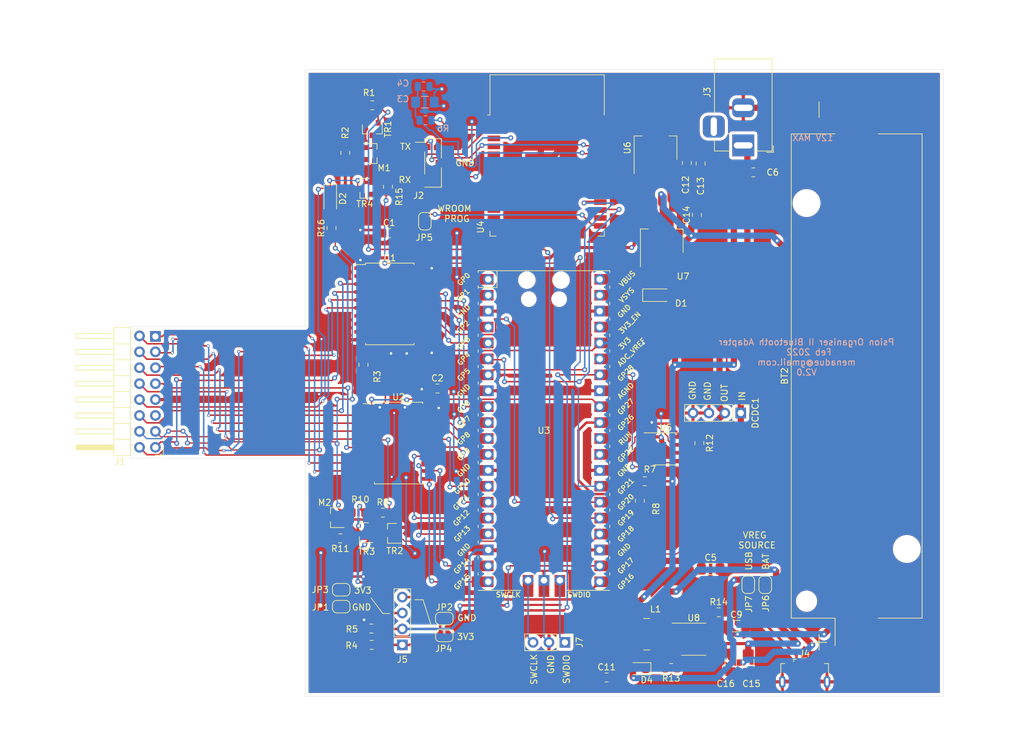
<source format=kicad_pcb>
(kicad_pcb (version 20171130) (host pcbnew 5.1.5+dfsg1-2build2)
  (layers (0 F.Cu signal) (31 B.Cu signal) (34 B.Paste user) (35 F.Paste user) (36 B.SilkS user) (37 F.SilkS user) (38 B.Mask user) (39 F.Mask user) (44 Edge.Cuts user))
  (net 0 "")
  (net 1 GND)
  (net 2 SS)
  (net 3 SOE)
  (net 4 SCLK)
  (net 5 SMR)
  (net 6 SD6)
  (net 7 SD7)
  (net 8 SD4)
  (net 9 SD5)
  (net 10 SD2)
  (net 11 SD3)
  (net 12 SD0)
  (net 13 SD1)
  (net 14 +3V3)
  (net 15 I2C_SCLK)
  (net 16 I2C_SDA)
  (net 17 P_SD7)
  (net 18 P_SD6)
  (net 19 P_SD5)
  (net 20 P_SD4)
  (net 21 P_SD3)
  (net 22 P_SD2)
  (net 23 P_SD1)
  (net 24 P_SD0)
  (net 25 P_SS)
  (net 26 P_SOE)
  (net 27 P_SCLK)
  (net 28 P_SMR)
  (net 29 3V3_EN)
  (net 30 ADC_REF)
  (net 31 "Net-(J5-Pad3)")
  (net 32 LS_DIR)
  (net 33 "Net-(C3-Pad1)")
  (net 34 "Net-(J2-Pad3)")
  (net 35 "Net-(J2-Pad1)")
  (net 36 "Net-(J5-Pad4)")
  (net 37 "Net-(J7-Pad3)")
  (net 38 "Net-(J7-Pad1)")
  (net 39 "Net-(JP5-Pad1)")
  (net 40 WROOM_ON)
  (net 41 "Net-(M1-Pad1)")
  (net 42 VCC_ESP)
  (net 43 PICO_RX)
  (net 44 PICO_TX)
  (net 45 "Net-(U3-Pad2)")
  (net 46 "Net-(U3-Pad1)")
  (net 47 VREG)
  (net 48 "Net-(D1-Pad1)")
  (net 49 "Net-(BT2-Pad1)")
  (net 50 ESP_3V3)
  (net 51 "Net-(D4-Pad1)")
  (net 52 "Net-(L1-Pad1)")
  (net 53 "Net-(R13-Pad1)")
  (net 54 "Net-(R14-Pad1)")
  (net 55 "Net-(C5-Pad1)")
  (net 56 "Net-(C11-Pad1)")
  (net 57 "Net-(C14-Pad1)")
  (net 58 "Net-(C15-Pad1)")
  (net 59 "Net-(J4-Pad1)")
  (net 60 "Net-(R7-Pad2)")
  (net 61 AC)
  (net 62 VCC)
  (net 63 "Net-(M2-Pad3)")
  (net 64 "Net-(M2-Pad1)")
  (net 65 TRI_TX)
  (net 66 TX_TO_PSION)
  (net 67 EEPROM_WP)
  (net 68 "Net-(U3-Pad4)")
  (net 69 "Net-(D2-Pad2)")
  (net 70 AC_ON)
  (net 71 "Net-(U3-Pad30)")
  (net 72 "Net-(U3-Pad40)")
  (module Package_TO_SOT_SMD:SOT-23 (layer F.Cu) (at 115.4 64.05 180)
    (fp_text reference TR4 (at 0 -2.5) (layer F.SilkS))
    (fp_text value New_Library_Si2302CDS-n-channel)
    (pad 3 smd rect (at 1 0 180) (size 0.9 0.8) (layers F.Cu F.Paste F.Mask) (net 61 AC))
    (pad 2 smd rect (at -1 0.95 180) (size 0.9 0.8) (layers F.Cu F.Paste F.Mask) (net 1 GND))
    (pad 1 smd rect (at -1 -0.95 180) (size 0.9 0.8) (layers F.Cu F.Paste F.Mask) (net 70 AC_ON))
  )
  (module Resistor_SMD:R_0805_2012Metric (layer F.Cu) (at 110.1 70.4 90)
    (fp_text reference R16 (at 0 -1.65 90) (layer F.SilkS))
    (fp_text value 47k)
    (pad 2 smd roundrect (at 0.9375 0 90) (size 0.975 1.4) (layers F.Cu F.Paste F.Mask) (net 69 "Net-(D2-Pad2)"))
    (pad 1 smd roundrect (at -0.9375 0 90) (size 0.975 1.4) (layers F.Cu F.Paste F.Mask) (net 62 VCC))
  )
  (module Resistor_SMD:R_0805_2012Metric (layer F.Cu) (at 119.1 63.8 270)
    (fp_text reference R15 (at 1.6 -1.8 90) (layer F.SilkS))
    (fp_text value 47k)
    (pad 2 smd roundrect (at 0.9375 0 270) (size 0.975 1.4) (layers F.Cu F.Paste F.Mask) (net 70 AC_ON))
    (pad 1 smd roundrect (at -0.9375 0 270) (size 0.975 1.4) (layers F.Cu F.Paste F.Mask) (net 1 GND))
  )
  (module Diode_SMD:D_SOD-123 (layer F.Cu) (at 109.9 65.7 270)
    (fp_text reference D2 (at 0 -2 90) (layer F.SilkS))
    (fp_text value D_Schottky)
    (pad 2 smd rect (at 1.65 0 270) (size 0.9 1.2) (layers F.Cu F.Paste F.Mask) (net 69 "Net-(D2-Pad2)"))
    (pad 1 smd rect (at -1.65 0 270) (size 0.9 1.2) (layers F.Cu F.Paste F.Mask) (net 61 AC))
  )
  (module Package_SO:SOIC-8_3.9x4.9mm_P1.27mm (layer F.Cu) (at 163.425001 105.625001)
    (fp_text reference U5 (at 0 -3.4) (layer F.SilkS))
    (fp_text value 24LC32)
    (pad 8 smd roundrect (at 2.475 -1.905) (size 1.95 0.6) (layers F.Cu F.Paste F.Mask) (net 14 +3V3))
    (pad 7 smd roundrect (at 2.475 -0.635) (size 1.95 0.6) (layers F.Cu F.Paste F.Mask) (net 67 EEPROM_WP))
    (pad 6 smd roundrect (at 2.475 0.635) (size 1.95 0.6) (layers F.Cu F.Paste F.Mask) (net 15 I2C_SCLK))
    (pad 5 smd roundrect (at 2.475 1.905) (size 1.95 0.6) (layers F.Cu F.Paste F.Mask) (net 16 I2C_SDA))
    (pad 4 smd roundrect (at -2.475 1.905) (size 1.95 0.6) (layers F.Cu F.Paste F.Mask) (net 1 GND))
    (pad 3 smd roundrect (at -2.475 0.635) (size 1.95 0.6) (layers F.Cu F.Paste F.Mask) (net 1 GND))
    (pad 2 smd roundrect (at -2.475 -0.635) (size 1.95 0.6) (layers F.Cu F.Paste F.Mask) (net 1 GND))
    (pad 1 smd roundrect (at -2.475 -1.905) (size 1.95 0.6) (layers F.Cu F.Paste F.Mask) (net 1 GND))
  )
  (module Resistor_SMD:R_0805_2012Metric (layer F.Cu) (at 168.8 104.7 270)
    (fp_text reference R12 (at 0 -1.65 90) (layer F.SilkS))
    (fp_text value R_Small)
    (pad 2 smd roundrect (at 0.9375 0 270) (size 0.975 1.4) (layers F.Cu F.Paste F.Mask) (net 67 EEPROM_WP))
    (pad 1 smd roundrect (at -0.9375 0 270) (size 0.975 1.4) (layers F.Cu F.Paste F.Mask) (net 14 +3V3))
  )
  (module Capacitor_SMD:C_0805_2012Metric (layer F.Cu) (at 169 60.1 270)
    (fp_text reference C13 (at 3.6 0 90) (layer F.SilkS))
    (fp_text value 100nF)
    (pad 2 smd roundrect (at 0.9375 0 270) (size 0.975 1.4) (layers F.Cu F.Paste F.Mask) (net 1 GND))
    (pad 1 smd roundrect (at -0.9375 0 270) (size 0.975 1.4) (layers F.Cu F.Paste F.Mask) (net 50 ESP_3V3))
  )
  (module Connector_PinHeader_2.54mm:PinHeader_1x04_P2.54mm_Vertical (layer F.Cu) (at 175.4 99.9 270)
    (fp_text reference DCDC1 (at 0 -2.33 90) (layer F.SilkS))
    (fp_text value dcdc)
    (pad 4 thru_hole oval (at 0 7.62 270) (size 1.7 1.7) (drill 1) (layers *.Cu *.Mask) (net 1 GND))
    (pad 3 thru_hole oval (at 0 5.08 270) (size 1.7 1.7) (drill 1) (layers *.Cu *.Mask) (net 1 GND))
    (pad 2 thru_hole oval (at 0 2.54 270) (size 1.7 1.7) (drill 1) (layers *.Cu *.Mask) (net 56 "Net-(C11-Pad1)"))
    (pad 1 thru_hole rect (at 0 0 270) (size 1.7 1.7) (drill 1) (layers *.Cu *.Mask) (net 55 "Net-(C5-Pad1)"))
  )
  (module Package_SO:SOIC-8-1EP_3.9x4.9mm_P1.27mm_EP2.514x3.2mm (layer F.Cu) (at 167.9 136)
    (fp_text reference U8 (at 0 -3.4) (layer F.SilkS))
    (fp_text value ETA6002)
    (pad 8 smd roundrect (at 2.6375 -1.905) (size 1.625 0.6) (layers F.Cu F.Paste F.Mask) (net 57 "Net-(C14-Pad1)"))
    (pad 7 smd roundrect (at 2.6375 -0.635) (size 1.625 0.6) (layers F.Cu F.Paste F.Mask) (net 58 "Net-(C15-Pad1)"))
    (pad 6 smd roundrect (at 2.6375 0.635) (size 1.625 0.6) (layers F.Cu F.Paste F.Mask) (net 49 "Net-(BT2-Pad1)"))
    (pad 5 smd roundrect (at 2.6375 1.905) (size 1.625 0.6) (layers F.Cu F.Paste F.Mask) (net 54 "Net-(R14-Pad1)"))
    (pad 4 smd roundrect (at -2.6375 1.905) (size 1.625 0.6) (layers F.Cu F.Paste F.Mask) (net 53 "Net-(R13-Pad1)"))
    (pad 3 smd roundrect (at -2.6375 0.635) (size 1.625 0.6) (layers F.Cu F.Paste F.Mask) (net 1 GND))
    (pad 2 smd roundrect (at -2.6375 -0.635) (size 1.625 0.6) (layers F.Cu F.Paste F.Mask) (net 1 GND))
    (pad 1 smd roundrect (at -2.6375 -1.905) (size 1.625 0.6) (layers F.Cu F.Paste F.Mask) (net 52 "Net-(L1-Pad1)"))
    (pad 9 smd roundrect (at 0 0) (size 2.514 3.2) (layers F.Cu F.Mask) (roundrect_rratio 0.099443) (net 1 GND))
  )
  (module Package_TO_SOT_SMD:SOT-223-3_TabPin2 (layer F.Cu) (at 161.8 57.6 90)
    (fp_text reference U6 (at 0 -4.5 90) (layer F.SilkS))
    (fp_text value AMS1117-3.3)
    (pad 1 smd rect (at -3.15 -2.3 90) (size 2 1.5) (layers F.Cu F.Paste F.Mask) (net 1 GND))
    (pad 3 smd rect (at -3.15 2.3 90) (size 2 1.5) (layers F.Cu F.Paste F.Mask) (net 47 VREG))
    (pad 2 smd rect (at -3.15 0 90) (size 2 1.5) (layers F.Cu F.Paste F.Mask) (net 50 ESP_3V3))
    (pad 2 smd rect (at 3.15 0 90) (size 2 3.8) (layers F.Cu F.Paste F.Mask) (net 50 ESP_3V3))
  )
  (module RF_Module:ESP32-WROOM-32 (layer F.Cu) (at 144.5 61.8)
    (fp_text reference U4 (at -10.61 8.43 90) (layer F.SilkS))
    (fp_text value ESP32-WROOM-32)
    (pad 38 smd rect (at 8.5 -8.255) (size 2 0.9) (layers F.Cu F.Paste F.Mask) (net 1 GND))
    (pad 37 smd rect (at 8.5 -6.985) (size 2 0.9) (layers F.Cu F.Paste F.Mask))
    (pad 36 smd rect (at 8.5 -5.715) (size 2 0.9) (layers F.Cu F.Paste F.Mask))
    (pad 35 smd rect (at 8.5 -4.445) (size 2 0.9) (layers F.Cu F.Paste F.Mask) (net 35 "Net-(J2-Pad1)"))
    (pad 34 smd rect (at 8.5 -3.175) (size 2 0.9) (layers F.Cu F.Paste F.Mask) (net 34 "Net-(J2-Pad3)"))
    (pad 33 smd rect (at 8.5 -1.905) (size 2 0.9) (layers F.Cu F.Paste F.Mask))
    (pad 32 smd rect (at 8.5 -0.635) (size 2 0.9) (layers F.Cu F.Paste F.Mask))
    (pad 31 smd rect (at 8.5 0.635) (size 2 0.9) (layers F.Cu F.Paste F.Mask))
    (pad 30 smd rect (at 8.5 1.905) (size 2 0.9) (layers F.Cu F.Paste F.Mask))
    (pad 29 smd rect (at 8.5 3.175) (size 2 0.9) (layers F.Cu F.Paste F.Mask))
    (pad 28 smd rect (at 8.5 4.445) (size 2 0.9) (layers F.Cu F.Paste F.Mask) (net 43 PICO_RX))
    (pad 27 smd rect (at 8.5 5.715) (size 2 0.9) (layers F.Cu F.Paste F.Mask) (net 44 PICO_TX))
    (pad 26 smd rect (at 8.5 6.985) (size 2 0.9) (layers F.Cu F.Paste F.Mask))
    (pad 25 smd rect (at 8.5 8.255) (size 2 0.9) (layers F.Cu F.Paste F.Mask) (net 39 "Net-(JP5-Pad1)"))
    (pad 24 smd rect (at 5.715 9.255 90) (size 2 0.9) (layers F.Cu F.Paste F.Mask))
    (pad 23 smd rect (at 4.445 9.255 90) (size 2 0.9) (layers F.Cu F.Paste F.Mask))
    (pad 22 smd rect (at 3.175 9.255 90) (size 2 0.9) (layers F.Cu F.Paste F.Mask))
    (pad 21 smd rect (at 1.905 9.255 90) (size 2 0.9) (layers F.Cu F.Paste F.Mask))
    (pad 20 smd rect (at 0.635 9.255 90) (size 2 0.9) (layers F.Cu F.Paste F.Mask))
    (pad 19 smd rect (at -0.635 9.255 90) (size 2 0.9) (layers F.Cu F.Paste F.Mask))
    (pad 18 smd rect (at -1.905 9.255 90) (size 2 0.9) (layers F.Cu F.Paste F.Mask))
    (pad 17 smd rect (at -3.175 9.255 90) (size 2 0.9) (layers F.Cu F.Paste F.Mask))
    (pad 16 smd rect (at -4.445 9.255 90) (size 2 0.9) (layers F.Cu F.Paste F.Mask))
    (pad 15 smd rect (at -5.715 9.255 90) (size 2 0.9) (layers F.Cu F.Paste F.Mask) (net 1 GND))
    (pad 14 smd rect (at -8.5 8.255) (size 2 0.9) (layers F.Cu F.Paste F.Mask))
    (pad 13 smd rect (at -8.5 6.985) (size 2 0.9) (layers F.Cu F.Paste F.Mask))
    (pad 12 smd rect (at -8.5 5.715) (size 2 0.9) (layers F.Cu F.Paste F.Mask))
    (pad 11 smd rect (at -8.5 4.445) (size 2 0.9) (layers F.Cu F.Paste F.Mask))
    (pad 10 smd rect (at -8.5 3.175) (size 2 0.9) (layers F.Cu F.Paste F.Mask))
    (pad 9 smd rect (at -8.5 1.905) (size 2 0.9) (layers F.Cu F.Paste F.Mask))
    (pad 8 smd rect (at -8.5 0.635) (size 2 0.9) (layers F.Cu F.Paste F.Mask))
    (pad 7 smd rect (at -8.5 -0.635) (size 2 0.9) (layers F.Cu F.Paste F.Mask))
    (pad 6 smd rect (at -8.5 -1.905) (size 2 0.9) (layers F.Cu F.Paste F.Mask))
    (pad 5 smd rect (at -8.5 -3.175) (size 2 0.9) (layers F.Cu F.Paste F.Mask))
    (pad 4 smd rect (at -8.5 -4.445) (size 2 0.9) (layers F.Cu F.Paste F.Mask))
    (pad 3 smd rect (at -8.5 -5.715) (size 2 0.9) (layers F.Cu F.Paste F.Mask) (net 33 "Net-(C3-Pad1)"))
    (pad 2 smd rect (at -8.5 -6.985) (size 2 0.9) (layers F.Cu F.Paste F.Mask) (net 42 VCC_ESP))
    (pad 1 smd rect (at -8.5 -8.255) (size 2 0.9) (layers F.Cu F.Paste F.Mask) (net 1 GND))
    (pad 39 smd rect (at -1 -0.755) (size 5 5) (layers F.Cu F.Paste F.Mask) (net 1 GND))
  )
  (module Package_TO_SOT_SMD:SOT-23 (layer F.Cu) (at 115.3 119 180)
    (fp_text reference TR3 (at -0.4 -3) (layer F.SilkS))
    (fp_text value Si2302)
    (pad 3 smd rect (at 1 0 180) (size 0.9 0.8) (layers F.Cu F.Paste F.Mask) (net 64 "Net-(M2-Pad1)"))
    (pad 2 smd rect (at -1 0.95 180) (size 0.9 0.8) (layers F.Cu F.Paste F.Mask) (net 1 GND))
    (pad 1 smd rect (at -1 -0.95 180) (size 0.9 0.8) (layers F.Cu F.Paste F.Mask) (net 65 TRI_TX))
  )
  (module Package_TO_SOT_SMD:SOT-23 (layer F.Cu) (at 119.8 119.1 180)
    (fp_text reference TR2 (at -0.4 -2.8) (layer F.SilkS))
    (fp_text value si2302)
    (pad 3 smd rect (at 1 0 180) (size 0.9 0.8) (layers F.Cu F.Paste F.Mask) (net 11 SD3))
    (pad 2 smd rect (at -1 0.95 180) (size 0.9 0.8) (layers F.Cu F.Paste F.Mask) (net 1 GND))
    (pad 1 smd rect (at -1 -0.95 180) (size 0.9 0.8) (layers F.Cu F.Paste F.Mask) (net 66 TX_TO_PSION))
  )
  (module Package_TO_SOT_SMD:SOT-23 (layer F.Cu) (at 116.6 54.6 270)
    (fp_text reference TR1 (at 0 -2.5 90) (layer F.SilkS))
    (fp_text value New_Library_Si2302CDS-n-channel)
    (pad 3 smd rect (at 1 0 270) (size 0.9 0.8) (layers F.Cu F.Paste F.Mask) (net 41 "Net-(M1-Pad1)"))
    (pad 2 smd rect (at -1 0.95 270) (size 0.9 0.8) (layers F.Cu F.Paste F.Mask) (net 1 GND))
    (pad 1 smd rect (at -1 -0.95 270) (size 0.9 0.8) (layers F.Cu F.Paste F.Mask) (net 40 WROOM_ON))
  )
  (module Resistor_SMD:R_0805_2012Metric (layer F.Cu) (at 171.9 131.7)
    (fp_text reference R14 (at 0 -1.65) (layer F.SilkS))
    (fp_text value 500R)
    (pad 2 smd roundrect (at 0.9375 0) (size 0.975 1.4) (layers F.Cu F.Paste F.Mask) (net 1 GND))
    (pad 1 smd roundrect (at -0.9375 0) (size 0.975 1.4) (layers F.Cu F.Paste F.Mask) (net 54 "Net-(R14-Pad1)"))
  )
  (module Resistor_SMD:R_0805_2012Metric (layer F.Cu) (at 164.3 140.6 180)
    (fp_text reference R13 (at 0 -1.65) (layer F.SilkS))
    (fp_text value 2k2)
    (pad 2 smd roundrect (at 0.9375 0 180) (size 0.975 1.4) (layers F.Cu F.Paste F.Mask) (net 51 "Net-(D4-Pad1)"))
    (pad 1 smd roundrect (at -0.9375 0 180) (size 0.975 1.4) (layers F.Cu F.Paste F.Mask) (net 53 "Net-(R13-Pad1)"))
  )
  (module Resistor_SMD:R_0805_2012Metric (layer F.Cu) (at 111.5 119.9 180)
    (fp_text reference R11 (at 0 -1.65) (layer F.SilkS))
    (fp_text value 10k)
    (pad 2 smd roundrect (at 0.9375 0 180) (size 0.975 1.4) (layers F.Cu F.Paste F.Mask) (net 1 GND))
    (pad 1 smd roundrect (at -0.9375 0 180) (size 0.975 1.4) (layers F.Cu F.Paste F.Mask) (net 65 TRI_TX))
  )
  (module Resistor_SMD:R_0805_2012Metric (layer F.Cu) (at 114.4 115.8)
    (fp_text reference R10 (at 0.3 -2.1) (layer F.SilkS))
    (fp_text value 10k)
    (pad 2 smd roundrect (at 0.9375 0) (size 0.975 1.4) (layers F.Cu F.Paste F.Mask) (net 64 "Net-(M2-Pad1)"))
    (pad 1 smd roundrect (at -0.9375 0) (size 0.975 1.4) (layers F.Cu F.Paste F.Mask) (net 62 VCC))
  )
  (module Resistor_SMD:R_0805_2012Metric (layer F.Cu) (at 118.3 115.8)
    (fp_text reference R9 (at 0 -1.65) (layer F.SilkS))
    (fp_text value R_Small)
    (pad 2 smd roundrect (at 0.9375 0) (size 0.975 1.4) (layers F.Cu F.Paste F.Mask) (net 11 SD3))
    (pad 1 smd roundrect (at -0.9375 0) (size 0.975 1.4) (layers F.Cu F.Paste F.Mask) (net 63 "Net-(M2-Pad3)"))
  )
  (module Resistor_SMD:R_0805_2012Metric (layer F.Cu) (at 159.3 113.9 270)
    (fp_text reference R8 (at 1.3 -2.6 90) (layer F.SilkS))
    (fp_text value R_Small)
    (pad 2 smd roundrect (at 0.9375 0 270) (size 0.975 1.4) (layers F.Cu F.Paste F.Mask) (net 1 GND))
    (pad 1 smd roundrect (at -0.9375 0 270) (size 0.975 1.4) (layers F.Cu F.Paste F.Mask) (net 60 "Net-(R7-Pad2)"))
  )
  (module Resistor_SMD:R_0805_2012Metric (layer F.Cu) (at 160.1 110.8 180)
    (fp_text reference R7 (at -0.8 1.9) (layer F.SilkS))
    (fp_text value R_Small)
    (pad 2 smd roundrect (at 0.9375 0 180) (size 0.975 1.4) (layers F.Cu F.Paste F.Mask) (net 60 "Net-(R7-Pad2)"))
    (pad 1 smd roundrect (at -0.9375 0 180) (size 0.975 1.4) (layers F.Cu F.Paste F.Mask) (net 47 VREG))
  )
  (module Resistor_SMD:R_0805_2012Metric (layer F.Cu) (at 112.3 58.4 90)
    (fp_text reference R2 (at 3.2 0 90) (layer F.SilkS))
    (fp_text value R_Small)
    (pad 2 smd roundrect (at 0.9375 0 90) (size 0.975 1.4) (layers F.Cu F.Paste F.Mask) (net 41 "Net-(M1-Pad1)"))
    (pad 1 smd roundrect (at -0.9375 0 90) (size 0.975 1.4) (layers F.Cu F.Paste F.Mask) (net 50 ESP_3V3))
  )
  (module Package_TO_SOT_SMD:SOT-23 (layer F.Cu) (at 110.7 116.6 180)
    (fp_text reference M2 (at 1.7 2.4) (layer F.SilkS))
    (fp_text value Si2301)
    (pad 3 smd rect (at 1 0 180) (size 0.9 0.8) (layers F.Cu F.Paste F.Mask) (net 63 "Net-(M2-Pad3)"))
    (pad 2 smd rect (at -1 0.95 180) (size 0.9 0.8) (layers F.Cu F.Paste F.Mask) (net 62 VCC))
    (pad 1 smd rect (at -1 -0.95 180) (size 0.9 0.8) (layers F.Cu F.Paste F.Mask) (net 64 "Net-(M2-Pad1)"))
  )
  (module Package_TO_SOT_SMD:SOT-23 (layer F.Cu) (at 116.6 58.5)
    (fp_text reference M1 (at 1.9 2.3) (layer F.SilkS))
    (fp_text value P-CHANNEL-MOSFET)
    (pad 3 smd rect (at 1 0) (size 0.9 0.8) (layers F.Cu F.Paste F.Mask) (net 42 VCC_ESP))
    (pad 2 smd rect (at -1 0.95) (size 0.9 0.8) (layers F.Cu F.Paste F.Mask) (net 50 ESP_3V3))
    (pad 1 smd rect (at -1 -0.95) (size 0.9 0.8) (layers F.Cu F.Paste F.Mask) (net 41 "Net-(M1-Pad1)"))
  )
  (module Jumper:SolderJumper-2_P1.3mm_Open_RoundedPad1.0x1.5mm (layer F.Cu) (at 176.6 127.3 270)
    (fp_text reference JP7 (at 3.1 -0.1 90) (layer F.SilkS))
    (fp_text value Jumper_NO_Small)
    (pad 2 smd custom (at 0.65 0 270) (size 1 0.5) (layers F.Cu F.Mask) (net 59 "Net-(J4-Pad1)") (options (clearance outline) (anchor rect)) (primitives (gr_circle (center 0 0.25) (end 0.5 0.25) (width 0)) (gr_circle (center 0 -0.25) (end 0.5 -0.25) (width 0)) (gr_poly (pts (xy 0 -0.75) (xy -0.5 -0.75) (xy -0.5 0.75) (xy 0 0.75)) (width 0))))
    (pad 1 smd custom (at -0.65 0 270) (size 1 0.5) (layers F.Cu F.Mask) (net 47 VREG) (options (clearance outline) (anchor rect)) (primitives (gr_circle (center 0 0.25) (end 0.5 0.25) (width 0)) (gr_circle (center 0 -0.25) (end 0.5 -0.25) (width 0)) (gr_poly (pts (xy 0 -0.75) (xy 0.5 -0.75) (xy 0.5 0.75) (xy 0 0.75)) (width 0))))
  )
  (module Jumper:SolderJumper-2_P1.3mm_Open_RoundedPad1.0x1.5mm (layer F.Cu) (at 179.3 127.3 270)
    (fp_text reference JP6 (at 3 -0.1 90) (layer F.SilkS))
    (fp_text value Jumper_NO_Small)
    (pad 2 smd custom (at 0.65 0 270) (size 1 0.5) (layers F.Cu F.Mask) (net 58 "Net-(C15-Pad1)") (options (clearance outline) (anchor rect)) (primitives (gr_circle (center 0 0.25) (end 0.5 0.25) (width 0)) (gr_circle (center 0 -0.25) (end 0.5 -0.25) (width 0)) (gr_poly (pts (xy 0 -0.75) (xy -0.5 -0.75) (xy -0.5 0.75) (xy 0 0.75)) (width 0))))
    (pad 1 smd custom (at -0.65 0 270) (size 1 0.5) (layers F.Cu F.Mask) (net 47 VREG) (options (clearance outline) (anchor rect)) (primitives (gr_circle (center 0 0.25) (end 0.5 0.25) (width 0)) (gr_circle (center 0 -0.25) (end 0.5 -0.25) (width 0)) (gr_poly (pts (xy 0 -0.75) (xy 0.5 -0.75) (xy 0.5 0.75) (xy 0 0.75)) (width 0))))
  )
  (module Jumper:SolderJumper-2_P1.3mm_Open_RoundedPad1.0x1.5mm (layer F.Cu) (at 128.1 132.7)
    (fp_text reference JP2 (at 0 -1.8) (layer F.SilkS))
    (fp_text value Jumper_NO_Small)
    (pad 2 smd custom (at 0.65 0) (size 1 0.5) (layers F.Cu F.Mask) (net 1 GND) (options (clearance outline) (anchor rect)) (primitives (gr_circle (center 0 0.25) (end 0.5 0.25) (width 0)) (gr_circle (center 0 -0.25) (end 0.5 -0.25) (width 0)) (gr_poly (pts (xy 0 -0.75) (xy -0.5 -0.75) (xy -0.5 0.75) (xy 0 0.75)) (width 0))))
    (pad 1 smd custom (at -0.65 0) (size 1 0.5) (layers F.Cu F.Mask) (net 36 "Net-(J5-Pad4)") (options (clearance outline) (anchor rect)) (primitives (gr_circle (center 0 0.25) (end 0.5 0.25) (width 0)) (gr_circle (center 0 -0.25) (end 0.5 -0.25) (width 0)) (gr_poly (pts (xy 0 -0.75) (xy 0.5 -0.75) (xy 0.5 0.75) (xy 0 0.75)) (width 0))))
  )
  (module Connector_USB:USB_Micro-B_GCT_USB3076-30-A (layer F.Cu) (at 185.6 141.6)
    (fp_text reference J4 (at 0 -3.3) (layer F.SilkS))
    (fp_text value Connector_USB_B_Micro)
    (pad 6 smd rect (at -2.32 -1.03) (size 1.15 1.45) (layers F.Cu F.Paste F.Mask) (net 1 GND))
    (pad 6 smd rect (at 2.32 -1.03) (size 1.15 1.45) (layers F.Cu F.Paste F.Mask) (net 1 GND))
    (pad 6 thru_hole oval (at 3.575 1.2) (size 1.05 1.9) (drill oval 0.45 1.25) (layers *.Cu *.Mask) (net 1 GND))
    (pad 6 thru_hole oval (at -3.575 1.2 180) (size 1.05 1.9) (drill oval 0.45 1.25) (layers *.Cu *.Mask) (net 1 GND))
    (pad 6 smd rect (at -1.125 1.2) (size 1.75 1.9) (layers F.Cu F.Paste F.Mask) (net 1 GND))
    (pad 3 smd rect (at 0 -1.45) (size 0.4 1.4) (layers F.Cu F.Paste F.Mask))
    (pad 4 smd rect (at 0.65 -1.45) (size 0.4 1.4) (layers F.Cu F.Paste F.Mask))
    (pad 5 smd rect (at 1.3 -1.45) (size 0.4 1.4) (layers F.Cu F.Paste F.Mask) (net 1 GND))
    (pad 1 smd rect (at -1.3 -1.45) (size 0.4 1.4) (layers F.Cu F.Paste F.Mask) (net 59 "Net-(J4-Pad1)"))
    (pad 2 smd rect (at -0.65 -1.45) (size 0.4 1.4) (layers F.Cu F.Paste F.Mask))
    (pad 6 smd rect (at 1.125 1.2) (size 1.75 1.9) (layers F.Cu F.Paste F.Mask) (net 1 GND))
  )
  (module Connector_BarrelJack:BarrelJack_Horizontal (layer F.Cu) (at 175.8 57.2 270)
    (fp_text reference J3 (at -8.45 5.75 90) (layer F.SilkS))
    (fp_text value Barrel_Jack)
    (pad 3 thru_hole roundrect (at -3 4.7 270) (size 3.5 3.5) (drill oval 3 1) (layers *.Cu *.Mask))
    (pad 2 thru_hole roundrect (at -6 0 270) (size 3 3.5) (drill oval 1 3) (layers *.Cu *.Mask) (net 1 GND))
    (pad 1 thru_hole rect (at 0 0 270) (size 3.5 3.5) (drill oval 1 3) (layers *.Cu *.Mask) (net 55 "Net-(C5-Pad1)"))
  )
  (module Capacitor_SMD:C_0805_2012Metric (layer F.Cu) (at 168.4 68.3 90)
    (fp_text reference C14 (at 0 -1.65 90) (layer F.SilkS))
    (fp_text value 100nF)
    (pad 2 smd roundrect (at 0.9375 0 90) (size 0.975 1.4) (layers F.Cu F.Paste F.Mask) (net 1 GND))
    (pad 1 smd roundrect (at -0.9375 0 90) (size 0.975 1.4) (layers F.Cu F.Paste F.Mask) (net 57 "Net-(C14-Pad1)"))
  )
  (module Capacitor_SMD:C_0805_2012Metric (layer F.Cu) (at 166.8 60 270)
    (fp_text reference C12 (at 3.5 0.2 90) (layer F.SilkS))
    (fp_text value 100nF)
    (pad 2 smd roundrect (at 0.9375 0 270) (size 0.975 1.4) (layers F.Cu F.Paste F.Mask) (net 1 GND))
    (pad 1 smd roundrect (at -0.9375 0 270) (size 0.975 1.4) (layers F.Cu F.Paste F.Mask) (net 47 VREG))
  )
  (module Capacitor_SMD:C_0805_2012Metric (layer F.Cu) (at 154 142.1)
    (fp_text reference C11 (at 0 -1.65) (layer F.SilkS))
    (fp_text value 100nF)
    (pad 2 smd roundrect (at 0.9375 0) (size 0.975 1.4) (layers F.Cu F.Paste F.Mask) (net 1 GND))
    (pad 1 smd roundrect (at -0.9375 0) (size 0.975 1.4) (layers F.Cu F.Paste F.Mask) (net 56 "Net-(C11-Pad1)"))
  )
  (module Capacitor_SMD:C_0805_2012Metric (layer F.Cu) (at 177.4 61.5)
    (fp_text reference C6 (at 3.1 0) (layer F.SilkS))
    (fp_text value 100nF)
    (pad 2 smd roundrect (at 0.9375 0) (size 0.975 1.4) (layers F.Cu F.Paste F.Mask) (net 1 GND))
    (pad 1 smd roundrect (at -0.9375 0) (size 0.975 1.4) (layers F.Cu F.Paste F.Mask) (net 55 "Net-(C5-Pad1)"))
  )
  (module Capacitor_SMD:C_0805_2012Metric (layer F.Cu) (at 127 96)
    (fp_text reference C2 (at 0 -1.65) (layer F.SilkS))
    (fp_text value 100nF)
    (pad 2 smd roundrect (at 0.9375 0) (size 0.975 1.4) (layers F.Cu F.Paste F.Mask) (net 1 GND))
    (pad 1 smd roundrect (at -0.9375 0) (size 0.975 1.4) (layers F.Cu F.Paste F.Mask) (net 14 +3V3))
  )
  (module Capacitor_SMD:C_0805_2012Metric (layer F.Cu) (at 119.3 71.2)
    (fp_text reference C1 (at 0 -1.65) (layer F.SilkS))
    (fp_text value 100nF)
    (pad 2 smd roundrect (at 0.9375 0) (size 0.975 1.4) (layers F.Cu F.Paste F.Mask) (net 1 GND))
    (pad 1 smd roundrect (at -0.9375 0) (size 0.975 1.4) (layers F.Cu F.Paste F.Mask) (net 14 +3V3))
  )
  (module Capacitor_SMD:C_1206_3216Metric_Pad1.42x1.75mm_HandSolder (layer F.Cu) (at 173.8 139.7 270)
    (fp_text reference C16 (at 3.4 0.8 180) (layer F.SilkS))
    (fp_text value 10uF)
    (pad 2 smd roundrect (at 1.4875 0 270) (size 1.425 1.75) (layers F.Cu F.Paste F.Mask) (roundrect_rratio 0.175439) (net 1 GND))
    (pad 1 smd roundrect (at -1.4875 0 270) (size 1.425 1.75) (layers F.Cu F.Paste F.Mask) (roundrect_rratio 0.175439) (net 57 "Net-(C14-Pad1)"))
  )
  (module Capacitor_SMD:C_1206_3216Metric_Pad1.42x1.75mm_HandSolder (layer F.Cu) (at 170.6 124.8)
    (fp_text reference C5 (at 0 -1.82) (layer F.SilkS))
    (fp_text value 10uF)
    (pad 2 smd roundrect (at 1.4875 0) (size 1.425 1.75) (layers F.Cu F.Paste F.Mask) (roundrect_rratio 0.175439) (net 1 GND))
    (pad 1 smd roundrect (at -1.4875 0) (size 1.425 1.75) (layers F.Cu F.Paste F.Mask) (roundrect_rratio 0.175439) (net 55 "Net-(C5-Pad1)"))
  )
  (module Inductor_SMD:L_Coilcraft_LPS5030 (layer F.Cu) (at 160.4 135.2 180)
    (fp_text reference L1 (at -1.4 4) (layer F.SilkS))
    (fp_text value 2.2uH)
    (pad 2 smd custom (at 2.2275 0 180) (size 1.055 3.4) (layers F.Cu F.Paste F.Mask) (net 58 "Net-(C15-Pad1)") (options (clearance outline) (anchor rect)) (primitives (gr_poly (pts (xy -1.4675 -1.7) (xy -0.5275 -0.8445) (xy -0.5275 0.8445) (xy -1.4675 1.7) (xy -1.4675 2.755) (xy -0.5275 2.755) (xy 0.5275 1.7) (xy 0.5275 -1.7) (xy -0.5275 -2.755) (xy -1.4675 -2.755)) (width 0))))
    (pad 1 smd custom (at -2.2275 0 180) (size 1.055 3.4) (layers F.Cu F.Paste F.Mask) (net 52 "Net-(L1-Pad1)") (options (clearance outline) (anchor rect)) (primitives (gr_poly (pts (xy 1.4675 -1.7) (xy 0.5275 -0.8445) (xy 0.5275 0.8445) (xy 1.4675 1.7) (xy 1.4675 2.755) (xy 0.5275 2.755) (xy -0.5275 1.7) (xy -0.5275 -1.7) (xy 0.5275 -2.755) (xy 1.4675 -2.755)) (width 0))))
  )
  (module LED_SMD:LED_0805_2012Metric_Pad1.15x1.40mm_HandSolder (layer F.Cu) (at 159.2 140.7 180)
    (fp_text reference D4 (at -1.2 -1.8) (layer F.SilkS))
    (fp_text value LED)
    (pad 2 smd roundrect (at 1.025 0 180) (size 1.15 1.4) (layers F.Cu F.Paste F.Mask) (roundrect_rratio 0.217391) (net 47 VREG))
    (pad 1 smd roundrect (at -1.025 0 180) (size 1.15 1.4) (layers F.Cu F.Paste F.Mask) (roundrect_rratio 0.217391) (net 51 "Net-(D4-Pad1)"))
  )
  (module Capacitor_SMD:C_1206_3216Metric_Pad1.42x1.75mm_HandSolder (layer F.Cu) (at 176.6 139.8 270)
    (fp_text reference C15 (at 3.3 -0.5 180) (layer F.SilkS))
    (fp_text value 22uF)
    (pad 2 smd roundrect (at 1.4875 0 270) (size 1.425 1.75) (layers F.Cu F.Paste F.Mask) (roundrect_rratio 0.175439) (net 1 GND))
    (pad 1 smd roundrect (at -1.4875 0 270) (size 1.425 1.75) (layers F.Cu F.Paste F.Mask) (roundrect_rratio 0.175439) (net 58 "Net-(C15-Pad1)"))
  )
  (module Capacitor_SMD:C_1206_3216Metric_Pad1.42x1.75mm_HandSolder (layer F.Cu) (at 174.7 133.9)
    (fp_text reference C9 (at 0 -1.82) (layer F.SilkS))
    (fp_text value 1uF)
    (pad 2 smd roundrect (at 1.4875 0) (size 1.425 1.75) (layers F.Cu F.Paste F.Mask) (roundrect_rratio 0.175439) (net 1 GND))
    (pad 1 smd roundrect (at -1.4875 0) (size 1.425 1.75) (layers F.Cu F.Paste F.Mask) (roundrect_rratio 0.175439) (net 49 "Net-(BT2-Pad1)"))
  )
  (module Battery:BatteryHolder_Keystone_1042_1x18650 (layer F.Cu) (at 193.9 94 90)
    (fp_text reference BT2 (at 0 -11.5 90) (layer F.SilkS))
    (fp_text value Battery_Cell)
    (pad "" np_thru_hole circle (at -35.93 -8 90) (size 2.39 2.39) (drill 2.39) (layers *.Cu *.Mask))
    (pad "" np_thru_hole circle (at -27.6 8 90) (size 3.45 3.45) (drill 3.45) (layers *.Cu *.Mask))
    (pad "" np_thru_hole circle (at 27.6 -8 90) (size 3.45 3.45) (drill 3.45) (layers *.Cu *.Mask))
    (pad 2 smd rect (at 39.33 0 90) (size 7.34 6.35) (layers F.Cu F.Paste F.Mask) (net 1 GND))
    (pad 1 smd rect (at -39.33 0 90) (size 7.34 6.35) (layers F.Cu F.Paste F.Mask) (net 49 "Net-(BT2-Pad1)"))
  )
  (module Package_TO_SOT_SMD:SOT-223-3_TabPin2 (layer F.Cu) (at 162.8 72.45 90)
    (fp_text reference U7 (at -5.65 3.4 180) (layer F.SilkS))
    (fp_text value AMS1117-5.0)
    (pad 1 smd rect (at -3.15 -2.3 90) (size 2 1.5) (layers F.Cu F.Paste F.Mask) (net 1 GND))
    (pad 3 smd rect (at -3.15 2.3 90) (size 2 1.5) (layers F.Cu F.Paste F.Mask) (net 56 "Net-(C11-Pad1)"))
    (pad 2 smd rect (at -3.15 0 90) (size 2 1.5) (layers F.Cu F.Paste F.Mask) (net 57 "Net-(C14-Pad1)"))
    (pad 2 smd rect (at 3.15 0 90) (size 2 3.8) (layers F.Cu F.Paste F.Mask) (net 57 "Net-(C14-Pad1)"))
  )
  (module Diode_SMD:D_SOD-123 (layer F.Cu) (at 162 81.1)
    (fp_text reference D1 (at 3.9 1.3) (layer F.SilkS))
    (fp_text value D_Schottky)
    (pad 2 smd rect (at 1.65 0) (size 0.9 1.2) (layers F.Cu F.Paste F.Mask) (net 47 VREG))
    (pad 1 smd rect (at -1.65 0) (size 0.9 1.2) (layers F.Cu F.Paste F.Mask) (net 48 "Net-(D1-Pad1)"))
  )
  (module Capacitor_SMD:C_1206_3216Metric_Pad1.42x1.75mm_HandSolder (layer B.Cu) (at 125 50.3)
    (fp_text reference C3 (at -3.5 -0.5) (layer B.SilkS) (effects (justify mirror)))
    (fp_text value 4u7)
    (pad 2 smd roundrect (at 1.4875 0) (size 1.425 1.75) (layers B.Cu B.Paste B.Mask) (roundrect_rratio 0.175439) (net 1 GND))
    (pad 1 smd roundrect (at -1.4875 0) (size 1.425 1.75) (layers B.Cu B.Paste B.Mask) (roundrect_rratio 0.175439) (net 33 "Net-(C3-Pad1)"))
  )
  (module psion_org_2:Psion_datapak_2x08_P2.54mm_Horizontal (layer F.Cu) (at 82 105.38 180)
    (fp_text reference J1 (at 5.655 -2.27) (layer F.SilkS))
    (fp_text value Conn_02x08_Odd_Even)
    (pad 16 thru_hole oval (at 2.54 0) (size 1.7 1.7) (drill 1) (layers *.Cu *.Mask) (net 5 SMR))
    (pad 15 thru_hole oval (at 0 0 180) (size 1.7 1.7) (drill 1) (layers *.Cu *.Mask) (net 3 SOE))
    (pad 14 thru_hole oval (at 2.54 2.54) (size 1.7 1.7) (drill 1) (layers *.Cu *.Mask) (net 61 AC))
    (pad 13 thru_hole oval (at 0 2.54 180) (size 1.7 1.7) (drill 1) (layers *.Cu *.Mask) (net 62 VCC))
    (pad 12 thru_hole oval (at 2.54 5.08) (size 1.7 1.7) (drill 1) (layers *.Cu *.Mask) (net 2 SS))
    (pad 11 thru_hole oval (at 0 5.08 180) (size 1.7 1.7) (drill 1) (layers *.Cu *.Mask))
    (pad 10 thru_hole oval (at 2.54 7.62) (size 1.7 1.7) (drill 1) (layers *.Cu *.Mask) (net 4 SCLK))
    (pad 9 thru_hole oval (at 0 7.62 180) (size 1.7 1.7) (drill 1) (layers *.Cu *.Mask) (net 1 GND))
    (pad 8 thru_hole oval (at 2.54 10.16) (size 1.7 1.7) (drill 1) (layers *.Cu *.Mask) (net 11 SD3))
    (pad 7 thru_hole oval (at 0 10.16 180) (size 1.7 1.7) (drill 1) (layers *.Cu *.Mask) (net 8 SD4))
    (pad 6 thru_hole oval (at 2.54 12.7) (size 1.7 1.7) (drill 1) (layers *.Cu *.Mask) (net 10 SD2))
    (pad 5 thru_hole oval (at 0 12.7 180) (size 1.7 1.7) (drill 1) (layers *.Cu *.Mask) (net 9 SD5))
    (pad 4 thru_hole oval (at 2.54 15.24) (size 1.7 1.7) (drill 1) (layers *.Cu *.Mask) (net 13 SD1))
    (pad 3 thru_hole oval (at 0 15.24 180) (size 1.7 1.7) (drill 1) (layers *.Cu *.Mask) (net 6 SD6))
    (pad 2 thru_hole oval (at 2.54 17.78) (size 1.7 1.7) (drill 1) (layers *.Cu *.Mask) (net 12 SD0))
    (pad 1 thru_hole rect (at 0 17.7 180) (size 1.7 1.7) (drill 1) (layers *.Cu *.Mask) (net 7 SD7))
  )
  (module rp2040:RPi_Pico_SMD_TH (layer F.Cu) (at 144 102.7)
    (fp_text reference U3 (at 0 0) (layer F.SilkS))
    (fp_text value Pico)
    (fp_text user SWDIO (at 5.6 26.2) (layer F.SilkS) (effects (font (size 0.8 0.8))))
    (fp_text user SWCLK (at -5.7 26.2) (layer F.SilkS) (effects (font (size 0.8 0.8))))
    (fp_text user AGND (at 13.054 -6.35 45) (layer F.SilkS) (effects (font (size 0.8 0.8))))
    (fp_text user GND (at 12.8 -19.05 45) (layer F.SilkS) (effects (font (size 0.8 0.8))))
    (fp_text user GND (at 12.8 6.35 45) (layer F.SilkS) (effects (font (size 0.8 0.8))))
    (fp_text user GND (at 12.8 19.05 45) (layer F.SilkS) (effects (font (size 0.8 0.8))))
    (fp_text user GND (at -12.8 19.05 45) (layer F.SilkS) (effects (font (size 0.8 0.8))))
    (fp_text user GND (at -12.8 6.35 45) (layer F.SilkS) (effects (font (size 0.8 0.8))))
    (fp_text user GND (at -12.8 -6.35 45) (layer F.SilkS) (effects (font (size 0.8 0.8))))
    (fp_text user GND (at -12.8 -19.05 45) (layer F.SilkS) (effects (font (size 0.8 0.8))))
    (fp_text user VBUS (at 13.3 -24.2 45) (layer F.SilkS) (effects (font (size 0.8 0.8))))
    (fp_text user VSYS (at 13.2 -21.59 45) (layer F.SilkS) (effects (font (size 0.8 0.8))))
    (fp_text user 3V3_EN (at 13.7 -17.2 45) (layer F.SilkS) (effects (font (size 0.8 0.8))))
    (fp_text user 3V3 (at 12.9 -13.9 45) (layer F.SilkS) (effects (font (size 0.8 0.8))))
    (fp_text user ADC_VREF (at 14 -12.5 45) (layer F.SilkS) (effects (font (size 0.8 0.8))))
    (fp_text user GP28 (at 13.054 -9.144 45) (layer F.SilkS) (effects (font (size 0.8 0.8))))
    (fp_text user GP27 (at 13.054 -3.8 45) (layer F.SilkS) (effects (font (size 0.8 0.8))))
    (fp_text user GP26 (at 13.054 -1.27 45) (layer F.SilkS) (effects (font (size 0.8 0.8))))
    (fp_text user RUN (at 13 1.27 45) (layer F.SilkS) (effects (font (size 0.8 0.8))))
    (fp_text user GP22 (at 13.054 3.81 45) (layer F.SilkS) (effects (font (size 0.8 0.8))))
    (fp_text user GP21 (at 13.054 8.9 45) (layer F.SilkS) (effects (font (size 0.8 0.8))))
    (fp_text user GP20 (at 13.054 11.43 45) (layer F.SilkS) (effects (font (size 0.8 0.8))))
    (fp_text user GP19 (at 13.054 13.97 45) (layer F.SilkS) (effects (font (size 0.8 0.8))))
    (fp_text user GP18 (at 13.054 16.51 45) (layer F.SilkS) (effects (font (size 0.8 0.8))))
    (fp_text user GP17 (at 13.054 21.59 45) (layer F.SilkS) (effects (font (size 0.8 0.8))))
    (fp_text user GP16 (at 13.054 24.13 45) (layer F.SilkS) (effects (font (size 0.8 0.8))))
    (fp_text user GP15 (at -13.054 24.13 45) (layer F.SilkS) (effects (font (size 0.8 0.8))))
    (fp_text user GP14 (at -13.1 21.59 45) (layer F.SilkS) (effects (font (size 0.8 0.8))))
    (fp_text user GP13 (at -13.054 16.51 45) (layer F.SilkS) (effects (font (size 0.8 0.8))))
    (fp_text user GP12 (at -13.2 13.97 45) (layer F.SilkS) (effects (font (size 0.8 0.8))))
    (fp_text user GP11 (at -13.2 11.43 45) (layer F.SilkS) (effects (font (size 0.8 0.8))))
    (fp_text user GP10 (at -13.054 8.89 45) (layer F.SilkS) (effects (font (size 0.8 0.8))))
    (fp_text user GP9 (at -12.8 3.81 45) (layer F.SilkS) (effects (font (size 0.8 0.8))))
    (fp_text user GP8 (at -12.8 1.27 45) (layer F.SilkS) (effects (font (size 0.8 0.8))))
    (fp_text user GP7 (at -12.7 -1.3 45) (layer F.SilkS) (effects (font (size 0.8 0.8))))
    (fp_text user GP6 (at -12.8 -3.81 45) (layer F.SilkS) (effects (font (size 0.8 0.8))))
    (fp_text user GP5 (at -12.8 -8.89 45) (layer F.SilkS) (effects (font (size 0.8 0.8))))
    (fp_text user GP4 (at -12.8 -11.43 45) (layer F.SilkS) (effects (font (size 0.8 0.8))))
    (fp_text user GP3 (at -12.8 -13.97 45) (layer F.SilkS) (effects (font (size 0.8 0.8))))
    (fp_text user GP0 (at -12.8 -24.13 45) (layer F.SilkS) (effects (font (size 0.8 0.8))))
    (fp_text user GP2 (at -12.9 -16.51 45) (layer F.SilkS) (effects (font (size 0.8 0.8))))
    (fp_text user GP1 (at -12.9 -21.6 45) (layer F.SilkS) (effects (font (size 0.8 0.8))))
    (pad 43 thru_hole oval (at 2.54 23.9) (size 1.7 1.7) (drill 1.02) (layers *.Cu *.Mask) (net 38 "Net-(J7-Pad1)"))
    (pad 43 smd rect (at 2.54 23.9 90) (size 3.5 1.7) (drill (offset -0.9 0)) (layers F.Cu F.Mask) (net 38 "Net-(J7-Pad1)"))
    (pad 42 thru_hole rect (at 0 23.9) (size 1.7 1.7) (drill 1.02) (layers *.Cu *.Mask) (net 1 GND))
    (pad 42 smd rect (at 0 23.9 90) (size 3.5 1.7) (drill (offset -0.9 0)) (layers F.Cu F.Mask) (net 1 GND))
    (pad 41 thru_hole oval (at -2.54 23.9) (size 1.7 1.7) (drill 1.02) (layers *.Cu *.Mask) (net 37 "Net-(J7-Pad3)"))
    (pad 41 smd rect (at -2.54 23.9 90) (size 3.5 1.7) (drill (offset -0.9 0)) (layers F.Cu F.Mask) (net 37 "Net-(J7-Pad3)"))
    (pad "" np_thru_hole oval (at 2.425 -20.97) (size 1.5 1.5) (drill 1.5) (layers *.Cu *.Mask))
    (pad "" np_thru_hole oval (at -2.425 -20.97) (size 1.5 1.5) (drill 1.5) (layers *.Cu *.Mask))
    (pad "" np_thru_hole oval (at 2.725 -24) (size 1.8 1.8) (drill 1.8) (layers *.Cu *.Mask))
    (pad "" np_thru_hole oval (at -2.725 -24) (size 1.8 1.8) (drill 1.8) (layers *.Cu *.Mask))
    (pad 21 smd rect (at 8.89 24.13) (size 3.5 1.7) (drill (offset 0.9 0)) (layers F.Cu F.Mask) (net 65 TRI_TX))
    (pad 22 smd rect (at 8.89 21.59) (size 3.5 1.7) (drill (offset 0.9 0)) (layers F.Cu F.Mask) (net 15 I2C_SCLK))
    (pad 23 smd rect (at 8.89 19.05) (size 3.5 1.7) (drill (offset 0.9 0)) (layers F.Cu F.Mask) (net 1 GND))
    (pad 24 smd rect (at 8.89 16.51) (size 3.5 1.7) (drill (offset 0.9 0)) (layers F.Cu F.Mask) (net 66 TX_TO_PSION))
    (pad 25 smd rect (at 8.89 13.97) (size 3.5 1.7) (drill (offset 0.9 0)) (layers F.Cu F.Mask) (net 40 WROOM_ON))
    (pad 26 smd rect (at 8.89 11.43) (size 3.5 1.7) (drill (offset 0.9 0)) (layers F.Cu F.Mask) (net 27 P_SCLK))
    (pad 27 smd rect (at 8.89 8.89) (size 3.5 1.7) (drill (offset 0.9 0)) (layers F.Cu F.Mask) (net 70 AC_ON))
    (pad 28 smd rect (at 8.89 6.35) (size 3.5 1.7) (drill (offset 0.9 0)) (layers F.Cu F.Mask) (net 1 GND))
    (pad 29 smd rect (at 8.89 3.81) (size 3.5 1.7) (drill (offset 0.9 0)) (layers F.Cu F.Mask) (net 67 EEPROM_WP))
    (pad 30 smd rect (at 8.89 1.27) (size 3.5 1.7) (drill (offset 0.9 0)) (layers F.Cu F.Mask) (net 71 "Net-(U3-Pad30)"))
    (pad 31 smd rect (at 8.89 -1.27) (size 3.5 1.7) (drill (offset 0.9 0)) (layers F.Cu F.Mask) (net 60 "Net-(R7-Pad2)"))
    (pad 32 smd rect (at 8.89 -3.81) (size 3.5 1.7) (drill (offset 0.9 0)) (layers F.Cu F.Mask) (net 32 LS_DIR))
    (pad 33 smd rect (at 8.89 -6.35) (size 3.5 1.7) (drill (offset 0.9 0)) (layers F.Cu F.Mask) (net 1 GND))
    (pad 34 smd rect (at 8.89 -8.89) (size 3.5 1.7) (drill (offset 0.9 0)) (layers F.Cu F.Mask) (net 16 I2C_SDA))
    (pad 35 smd rect (at 8.89 -11.43) (size 3.5 1.7) (drill (offset 0.9 0)) (layers F.Cu F.Mask) (net 30 ADC_REF))
    (pad 36 smd rect (at 8.89 -13.97) (size 3.5 1.7) (drill (offset 0.9 0)) (layers F.Cu F.Mask) (net 14 +3V3))
    (pad 37 smd rect (at 8.89 -16.51) (size 3.5 1.7) (drill (offset 0.9 0)) (layers F.Cu F.Mask) (net 29 3V3_EN))
    (pad 38 smd rect (at 8.89 -19.05) (size 3.5 1.7) (drill (offset 0.9 0)) (layers F.Cu F.Mask) (net 1 GND))
    (pad 39 smd rect (at 8.89 -21.59) (size 3.5 1.7) (drill (offset 0.9 0)) (layers F.Cu F.Mask) (net 48 "Net-(D1-Pad1)"))
    (pad 40 smd rect (at 8.89 -24.13) (size 3.5 1.7) (drill (offset 0.9 0)) (layers F.Cu F.Mask) (net 72 "Net-(U3-Pad40)"))
    (pad 20 smd rect (at -8.89 24.13) (size 3.5 1.7) (drill (offset -0.9 0)) (layers F.Cu F.Mask) (net 17 P_SD7))
    (pad 19 smd rect (at -8.89 21.59) (size 3.5 1.7) (drill (offset -0.9 0)) (layers F.Cu F.Mask) (net 18 P_SD6))
    (pad 18 smd rect (at -8.89 19.05) (size 3.5 1.7) (drill (offset -0.9 0)) (layers F.Cu F.Mask) (net 1 GND))
    (pad 17 smd rect (at -8.89 16.51) (size 3.5 1.7) (drill (offset -0.9 0)) (layers F.Cu F.Mask) (net 19 P_SD5))
    (pad 16 smd rect (at -8.89 13.97) (size 3.5 1.7) (drill (offset -0.9 0)) (layers F.Cu F.Mask) (net 20 P_SD4))
    (pad 15 smd rect (at -8.89 11.43) (size 3.5 1.7) (drill (offset -0.9 0)) (layers F.Cu F.Mask) (net 21 P_SD3))
    (pad 14 smd rect (at -8.89 8.89) (size 3.5 1.7) (drill (offset -0.9 0)) (layers F.Cu F.Mask) (net 22 P_SD2))
    (pad 13 smd rect (at -8.89 6.35) (size 3.5 1.7) (drill (offset -0.9 0)) (layers F.Cu F.Mask) (net 1 GND))
    (pad 12 smd rect (at -8.89 3.81) (size 3.5 1.7) (drill (offset -0.9 0)) (layers F.Cu F.Mask) (net 23 P_SD1))
    (pad 11 smd rect (at -8.89 1.27) (size 3.5 1.7) (drill (offset -0.9 0)) (layers F.Cu F.Mask) (net 24 P_SD0))
    (pad 10 smd rect (at -8.89 -1.27) (size 3.5 1.7) (drill (offset -0.9 0)) (layers F.Cu F.Mask) (net 28 P_SMR))
    (pad 9 smd rect (at -8.89 -3.81) (size 3.5 1.7) (drill (offset -0.9 0)) (layers F.Cu F.Mask) (net 26 P_SOE))
    (pad 8 smd rect (at -8.89 -6.35) (size 3.5 1.7) (drill (offset -0.9 0)) (layers F.Cu F.Mask) (net 1 GND))
    (pad 7 smd rect (at -8.89 -8.89) (size 3.5 1.7) (drill (offset -0.9 0)) (layers F.Cu F.Mask) (net 43 PICO_RX))
    (pad 6 smd rect (at -8.89 -11.43) (size 3.5 1.7) (drill (offset -0.9 0)) (layers F.Cu F.Mask) (net 44 PICO_TX))
    (pad 5 smd rect (at -8.89 -13.97) (size 3.5 1.7) (drill (offset -0.9 0)) (layers F.Cu F.Mask) (net 25 P_SS))
    (pad 4 smd rect (at -8.89 -16.51) (size 3.5 1.7) (drill (offset -0.9 0)) (layers F.Cu F.Mask) (net 68 "Net-(U3-Pad4)"))
    (pad 3 smd rect (at -8.89 -19.05) (size 3.5 1.7) (drill (offset -0.9 0)) (layers F.Cu F.Mask) (net 1 GND))
    (pad 2 smd rect (at -8.89 -21.59) (size 3.5 1.7) (drill (offset -0.9 0)) (layers F.Cu F.Mask) (net 45 "Net-(U3-Pad2)"))
    (pad 1 smd rect (at -8.89 -24.13) (size 3.5 1.7) (drill (offset -0.9 0)) (layers F.Cu F.Mask) (net 46 "Net-(U3-Pad1)"))
    (pad 40 thru_hole oval (at 8.89 -24.13) (size 1.7 1.7) (drill 1.02) (layers *.Cu *.Mask) (net 72 "Net-(U3-Pad40)"))
    (pad 39 thru_hole oval (at 8.89 -21.59) (size 1.7 1.7) (drill 1.02) (layers *.Cu *.Mask) (net 48 "Net-(D1-Pad1)"))
    (pad 38 thru_hole rect (at 8.89 -19.05) (size 1.7 1.7) (drill 1.02) (layers *.Cu *.Mask) (net 1 GND))
    (pad 37 thru_hole oval (at 8.89 -16.51) (size 1.7 1.7) (drill 1.02) (layers *.Cu *.Mask) (net 29 3V3_EN))
    (pad 36 thru_hole oval (at 8.89 -13.97) (size 1.7 1.7) (drill 1.02) (layers *.Cu *.Mask) (net 14 +3V3))
    (pad 35 thru_hole oval (at 8.89 -11.43) (size 1.7 1.7) (drill 1.02) (layers *.Cu *.Mask) (net 30 ADC_REF))
    (pad 34 thru_hole oval (at 8.89 -8.89) (size 1.7 1.7) (drill 1.02) (layers *.Cu *.Mask) (net 16 I2C_SDA))
    (pad 33 thru_hole rect (at 8.89 -6.35) (size 1.7 1.7) (drill 1.02) (layers *.Cu *.Mask) (net 1 GND))
    (pad 32 thru_hole oval (at 8.89 -3.81) (size 1.7 1.7) (drill 1.02) (layers *.Cu *.Mask) (net 32 LS_DIR))
    (pad 31 thru_hole oval (at 8.89 -1.27) (size 1.7 1.7) (drill 1.02) (layers *.Cu *.Mask) (net 60 "Net-(R7-Pad2)"))
    (pad 30 thru_hole oval (at 8.89 1.27) (size 1.7 1.7) (drill 1.02) (layers *.Cu *.Mask) (net 71 "Net-(U3-Pad30)"))
    (pad 29 thru_hole oval (at 8.89 3.81) (size 1.7 1.7) (drill 1.02) (layers *.Cu *.Mask) (net 67 EEPROM_WP))
    (pad 28 thru_hole rect (at 8.89 6.35) (size 1.7 1.7) (drill 1.02) (layers *.Cu *.Mask) (net 1 GND))
    (pad 27 thru_hole oval (at 8.89 8.89) (size 1.7 1.7) (drill 1.02) (layers *.Cu *.Mask) (net 70 AC_ON))
    (pad 26 thru_hole oval (at 8.89 11.43) (size 1.7 1.7) (drill 1.02) (layers *.Cu *.Mask) (net 27 P_SCLK))
    (pad 25 thru_hole oval (at 8.89 13.97) (size 1.7 1.7) (drill 1.02) (layers *.Cu *.Mask) (net 40 WROOM_ON))
    (pad 24 thru_hole oval (at 8.89 16.51) (size 1.7 1.7) (drill 1.02) (layers *.Cu *.Mask) (net 66 TX_TO_PSION))
    (pad 23 thru_hole rect (at 8.89 19.05) (size 1.7 1.7) (drill 1.02) (layers *.Cu *.Mask) (net 1 GND))
    (pad 22 thru_hole oval (at 8.89 21.59) (size 1.7 1.7) (drill 1.02) (layers *.Cu *.Mask) (net 15 I2C_SCLK))
    (pad 21 thru_hole oval (at 8.89 24.13) (size 1.7 1.7) (drill 1.02) (layers *.Cu *.Mask) (net 65 TRI_TX))
    (pad 20 thru_hole oval (at -8.89 24.13) (size 1.7 1.7) (drill 1.02) (layers *.Cu *.Mask) (net 17 P_SD7))
    (pad 19 thru_hole oval (at -8.89 21.59) (size 1.7 1.7) (drill 1.02) (layers *.Cu *.Mask) (net 18 P_SD6))
    (pad 18 thru_hole rect (at -8.89 19.05) (size 1.7 1.7) (drill 1.02) (layers *.Cu *.Mask) (net 1 GND))
    (pad 17 thru_hole oval (at -8.89 16.51) (size 1.7 1.7) (drill 1.02) (layers *.Cu *.Mask) (net 19 P_SD5))
    (pad 16 thru_hole oval (at -8.89 13.97) (size 1.7 1.7) (drill 1.02) (layers *.Cu *.Mask) (net 20 P_SD4))
    (pad 15 thru_hole oval (at -8.89 11.43) (size 1.7 1.7) (drill 1.02) (layers *.Cu *.Mask) (net 21 P_SD3))
    (pad 14 thru_hole oval (at -8.89 8.89) (size 1.7 1.7) (drill 1.02) (layers *.Cu *.Mask) (net 22 P_SD2))
    (pad 13 thru_hole rect (at -8.89 6.35) (size 1.7 1.7) (drill 1.02) (layers *.Cu *.Mask) (net 1 GND))
    (pad 12 thru_hole oval (at -8.89 3.81) (size 1.7 1.7) (drill 1.02) (layers *.Cu *.Mask) (net 23 P_SD1))
    (pad 11 thru_hole oval (at -8.89 1.27) (size 1.7 1.7) (drill 1.02) (layers *.Cu *.Mask) (net 24 P_SD0))
    (pad 10 thru_hole oval (at -8.89 -1.27) (size 1.7 1.7) (drill 1.02) (layers *.Cu *.Mask) (net 28 P_SMR))
    (pad 9 thru_hole oval (at -8.89 -3.81) (size 1.7 1.7) (drill 1.02) (layers *.Cu *.Mask) (net 26 P_SOE))
    (pad 8 thru_hole rect (at -8.89 -6.35) (size 1.7 1.7) (drill 1.02) (layers *.Cu *.Mask) (net 1 GND))
    (pad 7 thru_hole oval (at -8.89 -8.89) (size 1.7 1.7) (drill 1.02) (layers *.Cu *.Mask) (net 43 PICO_RX))
    (pad 6 thru_hole oval (at -8.89 -11.43) (size 1.7 1.7) (drill 1.02) (layers *.Cu *.Mask) (net 44 PICO_TX))
    (pad 5 thru_hole oval (at -8.89 -13.97) (size 1.7 1.7) (drill 1.02) (layers *.Cu *.Mask) (net 25 P_SS))
    (pad 4 thru_hole oval (at -8.89 -16.51) (size 1.7 1.7) (drill 1.02) (layers *.Cu *.Mask) (net 68 "Net-(U3-Pad4)"))
    (pad 3 thru_hole rect (at -8.89 -19.05) (size 1.7 1.7) (drill 1.02) (layers *.Cu *.Mask) (net 1 GND))
    (pad 2 thru_hole oval (at -8.89 -21.59) (size 1.7 1.7) (drill 1.02) (layers *.Cu *.Mask) (net 45 "Net-(U3-Pad2)"))
    (pad 1 thru_hole oval (at -8.89 -24.13) (size 1.7 1.7) (drill 1.02) (layers *.Cu *.Mask) (net 46 "Net-(U3-Pad1)"))
  )
  (module Package_SO:SOIC-20W_7.5x12.8mm_P1.27mm (layer F.Cu) (at 120.8 104.7)
    (fp_text reference U2 (at 0 -7.35) (layer F.SilkS))
    (fp_text value 74LS245)
    (pad 20 smd roundrect (at 4.65 -5.715) (size 2.05 0.6) (layers F.Cu F.Paste F.Mask) (net 14 +3V3))
    (pad 19 smd roundrect (at 4.65 -4.445) (size 2.05 0.6) (layers F.Cu F.Paste F.Mask) (net 1 GND))
    (pad 18 smd roundrect (at 4.65 -3.175) (size 2.05 0.6) (layers F.Cu F.Paste F.Mask) (net 24 P_SD0))
    (pad 17 smd roundrect (at 4.65 -1.905) (size 2.05 0.6) (layers F.Cu F.Paste F.Mask) (net 23 P_SD1))
    (pad 16 smd roundrect (at 4.65 -0.635) (size 2.05 0.6) (layers F.Cu F.Paste F.Mask) (net 22 P_SD2))
    (pad 15 smd roundrect (at 4.65 0.635) (size 2.05 0.6) (layers F.Cu F.Paste F.Mask) (net 21 P_SD3))
    (pad 14 smd roundrect (at 4.65 1.905) (size 2.05 0.6) (layers F.Cu F.Paste F.Mask) (net 20 P_SD4))
    (pad 13 smd roundrect (at 4.65 3.175) (size 2.05 0.6) (layers F.Cu F.Paste F.Mask) (net 19 P_SD5))
    (pad 12 smd roundrect (at 4.65 4.445) (size 2.05 0.6) (layers F.Cu F.Paste F.Mask) (net 18 P_SD6))
    (pad 11 smd roundrect (at 4.65 5.715) (size 2.05 0.6) (layers F.Cu F.Paste F.Mask) (net 17 P_SD7))
    (pad 10 smd roundrect (at -4.65 5.715) (size 2.05 0.6) (layers F.Cu F.Paste F.Mask) (net 1 GND))
    (pad 9 smd roundrect (at -4.65 4.445) (size 2.05 0.6) (layers F.Cu F.Paste F.Mask) (net 7 SD7))
    (pad 8 smd roundrect (at -4.65 3.175) (size 2.05 0.6) (layers F.Cu F.Paste F.Mask) (net 6 SD6))
    (pad 7 smd roundrect (at -4.65 1.905) (size 2.05 0.6) (layers F.Cu F.Paste F.Mask) (net 9 SD5))
    (pad 6 smd roundrect (at -4.65 0.635) (size 2.05 0.6) (layers F.Cu F.Paste F.Mask) (net 8 SD4))
    (pad 5 smd roundrect (at -4.65 -0.635) (size 2.05 0.6) (layers F.Cu F.Paste F.Mask) (net 11 SD3))
    (pad 4 smd roundrect (at -4.65 -1.905) (size 2.05 0.6) (layers F.Cu F.Paste F.Mask) (net 10 SD2))
    (pad 3 smd roundrect (at -4.65 -3.175) (size 2.05 0.6) (layers F.Cu F.Paste F.Mask) (net 13 SD1))
    (pad 2 smd roundrect (at -4.65 -4.445) (size 2.05 0.6) (layers F.Cu F.Paste F.Mask) (net 12 SD0))
    (pad 1 smd roundrect (at -4.65 -5.715) (size 2.05 0.6) (layers F.Cu F.Paste F.Mask) (net 32 LS_DIR))
  )
  (module Package_SO:SOIC-20W_7.5x12.8mm_P1.27mm (layer F.Cu) (at 119.4 82.5)
    (fp_text reference U1 (at 0 -7.35) (layer F.SilkS))
    (fp_text value 74LS245)
    (pad 20 smd roundrect (at 4.65 -5.715) (size 2.05 0.6) (layers F.Cu F.Paste F.Mask) (net 14 +3V3))
    (pad 19 smd roundrect (at 4.65 -4.445) (size 2.05 0.6) (layers F.Cu F.Paste F.Mask) (net 1 GND))
    (pad 18 smd roundrect (at 4.65 -3.175) (size 2.05 0.6) (layers F.Cu F.Paste F.Mask))
    (pad 17 smd roundrect (at 4.65 -1.905) (size 2.05 0.6) (layers F.Cu F.Paste F.Mask) (net 25 P_SS))
    (pad 16 smd roundrect (at 4.65 -0.635) (size 2.05 0.6) (layers F.Cu F.Paste F.Mask) (net 26 P_SOE))
    (pad 15 smd roundrect (at 4.65 0.635) (size 2.05 0.6) (layers F.Cu F.Paste F.Mask) (net 28 P_SMR))
    (pad 14 smd roundrect (at 4.65 1.905) (size 2.05 0.6) (layers F.Cu F.Paste F.Mask) (net 27 P_SCLK))
    (pad 13 smd roundrect (at 4.65 3.175) (size 2.05 0.6) (layers F.Cu F.Paste F.Mask))
    (pad 12 smd roundrect (at 4.65 4.445) (size 2.05 0.6) (layers F.Cu F.Paste F.Mask))
    (pad 11 smd roundrect (at 4.65 5.715) (size 2.05 0.6) (layers F.Cu F.Paste F.Mask))
    (pad 10 smd roundrect (at -4.65 5.715) (size 2.05 0.6) (layers F.Cu F.Paste F.Mask) (net 1 GND))
    (pad 9 smd roundrect (at -4.65 4.445) (size 2.05 0.6) (layers F.Cu F.Paste F.Mask))
    (pad 8 smd roundrect (at -4.65 3.175) (size 2.05 0.6) (layers F.Cu F.Paste F.Mask))
    (pad 7 smd roundrect (at -4.65 1.905) (size 2.05 0.6) (layers F.Cu F.Paste F.Mask))
    (pad 6 smd roundrect (at -4.65 0.635) (size 2.05 0.6) (layers F.Cu F.Paste F.Mask) (net 4 SCLK))
    (pad 5 smd roundrect (at -4.65 -0.635) (size 2.05 0.6) (layers F.Cu F.Paste F.Mask) (net 5 SMR))
    (pad 4 smd roundrect (at -4.65 -1.905) (size 2.05 0.6) (layers F.Cu F.Paste F.Mask) (net 3 SOE))
    (pad 3 smd roundrect (at -4.65 -3.175) (size 2.05 0.6) (layers F.Cu F.Paste F.Mask) (net 2 SS))
    (pad 2 smd roundrect (at -4.65 -4.445) (size 2.05 0.6) (layers F.Cu F.Paste F.Mask))
    (pad 1 smd roundrect (at -4.65 -5.715) (size 2.05 0.6) (layers F.Cu F.Paste F.Mask) (net 14 +3V3))
  )
  (module Resistor_SMD:R_0805_2012Metric (layer B.Cu) (at 125.1 53.2 180)
    (fp_text reference R6 (at -2.8 -1.3) (layer B.SilkS) (effects (justify mirror)))
    (fp_text value R_Small)
    (pad 2 smd roundrect (at 0.9375 0 180) (size 0.975 1.4) (layers B.Cu B.Paste B.Mask) (net 33 "Net-(C3-Pad1)"))
    (pad 1 smd roundrect (at -0.9375 0 180) (size 0.975 1.4) (layers B.Cu B.Paste B.Mask) (net 42 VCC_ESP))
  )
  (module Resistor_SMD:R_0805_2012Metric (layer F.Cu) (at 116.4625 134.3)
    (fp_text reference R5 (at -3.1 0.1) (layer F.SilkS))
    (fp_text value 4k7)
    (pad 2 smd roundrect (at 0.9375 0) (size 0.975 1.4) (layers F.Cu F.Paste F.Mask) (net 15 I2C_SCLK))
    (pad 1 smd roundrect (at -0.9375 0) (size 0.975 1.4) (layers F.Cu F.Paste F.Mask) (net 14 +3V3))
  )
  (module Resistor_SMD:R_0805_2012Metric (layer F.Cu) (at 116.5 136.9)
    (fp_text reference R4 (at -3.2 0.1) (layer F.SilkS))
    (fp_text value 4k7)
    (pad 2 smd roundrect (at 0.9375 0) (size 0.975 1.4) (layers F.Cu F.Paste F.Mask) (net 16 I2C_SDA))
    (pad 1 smd roundrect (at -0.9375 0) (size 0.975 1.4) (layers F.Cu F.Paste F.Mask) (net 14 +3V3))
  )
  (module Resistor_SMD:R_0805_2012Metric (layer F.Cu) (at 115.2 92.2 270)
    (fp_text reference R3 (at 1.9 -2.2 90) (layer F.SilkS))
    (fp_text value R_Small)
    (pad 2 smd roundrect (at 0.9375 0 270) (size 0.975 1.4) (layers F.Cu F.Paste F.Mask) (net 32 LS_DIR))
    (pad 1 smd roundrect (at -0.9375 0 270) (size 0.975 1.4) (layers F.Cu F.Paste F.Mask) (net 14 +3V3))
  )
  (module Resistor_SMD:R_0805_2012Metric (layer F.Cu) (at 116.6 50.8 180)
    (fp_text reference R1 (at 0.5 2) (layer F.SilkS))
    (fp_text value R_Small)
    (pad 2 smd roundrect (at 0.9375 0 180) (size 0.975 1.4) (layers F.Cu F.Paste F.Mask) (net 1 GND))
    (pad 1 smd roundrect (at -0.9375 0 180) (size 0.975 1.4) (layers F.Cu F.Paste F.Mask) (net 40 WROOM_ON))
  )
  (module Jumper:SolderJumper-2_P1.3mm_Open_RoundedPad1.0x1.5mm (layer F.Cu) (at 125 69.3 270)
    (fp_text reference JP5 (at 2.6 0.1 180) (layer F.SilkS))
    (fp_text value Jumper_NO_Small)
    (pad 2 smd custom (at 0.65 0 270) (size 1 0.5) (layers F.Cu F.Mask) (net 1 GND) (options (clearance outline) (anchor rect)) (primitives (gr_circle (center 0 0.25) (end 0.5 0.25) (width 0)) (gr_circle (center 0 -0.25) (end 0.5 -0.25) (width 0)) (gr_poly (pts (xy 0 -0.75) (xy -0.5 -0.75) (xy -0.5 0.75) (xy 0 0.75)) (width 0))))
    (pad 1 smd custom (at -0.65 0 270) (size 1 0.5) (layers F.Cu F.Mask) (net 39 "Net-(JP5-Pad1)") (options (clearance outline) (anchor rect)) (primitives (gr_circle (center 0 0.25) (end 0.5 0.25) (width 0)) (gr_circle (center 0 -0.25) (end 0.5 -0.25) (width 0)) (gr_poly (pts (xy 0 -0.75) (xy 0.5 -0.75) (xy 0.5 0.75) (xy 0 0.75)) (width 0))))
  )
  (module Jumper:SolderJumper-2_P1.3mm_Open_RoundedPad1.0x1.5mm (layer F.Cu) (at 128.1 135.4)
    (fp_text reference JP4 (at -0.1 2.1) (layer F.SilkS))
    (fp_text value Jumper_NO_Small)
    (pad 2 smd custom (at 0.65 0) (size 1 0.5) (layers F.Cu F.Mask) (net 14 +3V3) (options (clearance outline) (anchor rect)) (primitives (gr_circle (center 0 0.25) (end 0.5 0.25) (width 0)) (gr_circle (center 0 -0.25) (end 0.5 -0.25) (width 0)) (gr_poly (pts (xy 0 -0.75) (xy -0.5 -0.75) (xy -0.5 0.75) (xy 0 0.75)) (width 0))))
    (pad 1 smd custom (at -0.65 0) (size 1 0.5) (layers F.Cu F.Mask) (net 36 "Net-(J5-Pad4)") (options (clearance outline) (anchor rect)) (primitives (gr_circle (center 0 0.25) (end 0.5 0.25) (width 0)) (gr_circle (center 0 -0.25) (end 0.5 -0.25) (width 0)) (gr_poly (pts (xy 0 -0.75) (xy 0.5 -0.75) (xy 0.5 0.75) (xy 0 0.75)) (width 0))))
  )
  (module Jumper:SolderJumper-2_P1.3mm_Open_RoundedPad1.0x1.5mm (layer F.Cu) (at 111.65 128.1 180)
    (fp_text reference JP3 (at 3.35 0) (layer F.SilkS))
    (fp_text value Jumper_NO_Small)
    (pad 2 smd custom (at 0.65 0 180) (size 1 0.5) (layers F.Cu F.Mask) (net 14 +3V3) (options (clearance outline) (anchor rect)) (primitives (gr_circle (center 0 0.25) (end 0.5 0.25) (width 0)) (gr_circle (center 0 -0.25) (end 0.5 -0.25) (width 0)) (gr_poly (pts (xy 0 -0.75) (xy -0.5 -0.75) (xy -0.5 0.75) (xy 0 0.75)) (width 0))))
    (pad 1 smd custom (at -0.65 0 180) (size 1 0.5) (layers F.Cu F.Mask) (net 31 "Net-(J5-Pad3)") (options (clearance outline) (anchor rect)) (primitives (gr_circle (center 0 0.25) (end 0.5 0.25) (width 0)) (gr_circle (center 0 -0.25) (end 0.5 -0.25) (width 0)) (gr_poly (pts (xy 0 -0.75) (xy 0.5 -0.75) (xy 0.5 0.75) (xy 0 0.75)) (width 0))))
  )
  (module Jumper:SolderJumper-2_P1.3mm_Open_RoundedPad1.0x1.5mm (layer F.Cu) (at 111.65 130.8 180)
    (fp_text reference JP1 (at 3.3 -0.1) (layer F.SilkS))
    (fp_text value Jumper_NO_Small)
    (pad 2 smd custom (at 0.65 0 180) (size 1 0.5) (layers F.Cu F.Mask) (net 1 GND) (options (clearance outline) (anchor rect)) (primitives (gr_circle (center 0 0.25) (end 0.5 0.25) (width 0)) (gr_circle (center 0 -0.25) (end 0.5 -0.25) (width 0)) (gr_poly (pts (xy 0 -0.75) (xy -0.5 -0.75) (xy -0.5 0.75) (xy 0 0.75)) (width 0))))
    (pad 1 smd custom (at -0.65 0 180) (size 1 0.5) (layers F.Cu F.Mask) (net 31 "Net-(J5-Pad3)") (options (clearance outline) (anchor rect)) (primitives (gr_circle (center 0 0.25) (end 0.5 0.25) (width 0)) (gr_circle (center 0 -0.25) (end 0.5 -0.25) (width 0)) (gr_poly (pts (xy 0 -0.75) (xy 0.5 -0.75) (xy 0.5 0.75) (xy 0 0.75)) (width 0))))
  )
  (module Connector_PinHeader_2.54mm:PinHeader_1x03_P2.54mm_Vertical (layer F.Cu) (at 147.34 136.5 270)
    (fp_text reference J7 (at 0 -2.33 90) (layer F.SilkS))
    (fp_text value Conn_01x03_Female)
    (pad 3 thru_hole oval (at 0 5.08 270) (size 1.7 1.7) (drill 1) (layers *.Cu *.Mask) (net 37 "Net-(J7-Pad3)"))
    (pad 2 thru_hole oval (at 0 2.54 270) (size 1.7 1.7) (drill 1) (layers *.Cu *.Mask) (net 1 GND))
    (pad 1 thru_hole rect (at 0 0 270) (size 1.7 1.7) (drill 1) (layers *.Cu *.Mask) (net 38 "Net-(J7-Pad1)"))
  )
  (module Connector_PinHeader_2.54mm:PinHeader_1x04_P2.54mm_Vertical (layer F.Cu) (at 121.4 136.9 180)
    (fp_text reference J5 (at 0 -2.33) (layer F.SilkS))
    (fp_text value Conn_01x04_Female)
    (pad 4 thru_hole oval (at 0 7.62 180) (size 1.7 1.7) (drill 1) (layers *.Cu *.Mask) (net 36 "Net-(J5-Pad4)"))
    (pad 3 thru_hole oval (at 0 5.08 180) (size 1.7 1.7) (drill 1) (layers *.Cu *.Mask) (net 31 "Net-(J5-Pad3)"))
    (pad 2 thru_hole oval (at 0 2.54 180) (size 1.7 1.7) (drill 1) (layers *.Cu *.Mask) (net 15 I2C_SCLK))
    (pad 1 thru_hole rect (at 0 0 180) (size 1.7 1.7) (drill 1) (layers *.Cu *.Mask) (net 16 I2C_SDA))
  )
  (module Connector_PinHeader_2.54mm:PinHeader_1x03_P2.54mm_Vertical_SMD_Pin1Left (layer F.Cu) (at 126.3 60)
    (fp_text reference J2 (at -2.3 5.2) (layer F.SilkS))
    (fp_text value Conn_01x03_Female)
    (pad 2 smd rect (at 1.655 0) (size 2.51 1) (layers F.Cu F.Paste F.Mask) (net 1 GND))
    (pad 3 smd rect (at -1.655 2.54) (size 2.51 1) (layers F.Cu F.Paste F.Mask) (net 34 "Net-(J2-Pad3)"))
    (pad 1 smd rect (at -1.655 -2.54) (size 2.51 1) (layers F.Cu F.Paste F.Mask) (net 35 "Net-(J2-Pad1)"))
  )
  (module Capacitor_SMD:C_0805_2012Metric (layer B.Cu) (at 124.8 47.8)
    (fp_text reference C4 (at -3.3 -0.5) (layer B.SilkS) (effects (justify mirror)))
    (fp_text value 100nF)
    (pad 2 smd roundrect (at 0.9375 0) (size 0.975 1.4) (layers B.Cu B.Paste B.Mask) (net 1 GND))
    (pad 1 smd roundrect (at -0.9375 0) (size 0.975 1.4) (layers B.Cu B.Paste B.Mask) (net 33 "Net-(C3-Pad1)"))
  )
  (gr_line (start 118.3 131.9) (end 119.4 131.9) (layer F.SilkS) (width 0.12))
  (gr_line (start 116.4 129.4) (end 118.3 131.9) (layer F.SilkS) (width 0.12))
  (gr_line (start 124.7 129.7) (end 123.4 129.7) (layer F.SilkS) (width 0.12))
  (gr_line (start 126.1 134.1) (end 124.7 129.7) (layer F.SilkS) (width 0.12))
  (gr_text "VREG \nSOURCE" (at 178 120.2) (layer F.SilkS) (effects (font (size 1 1))))
  (gr_text BAT (at 179.4 123.6 90) (layer F.SilkS) (effects (font (size 1 1))))
  (gr_text USB (at 176.7 123.5 90) (layer F.SilkS) (effects (font (size 1 1))))
  (gr_text OUT (at 172.8 96.7 90) (layer F.SilkS) (effects (font (size 1 1))))
  (gr_text IN (at 175.6 97.2 90) (layer F.SilkS) (effects (font (size 1 1))))
  (gr_text GND (at 167.7 96.3 90) (layer F.SilkS) (effects (font (size 1 1))))
  (gr_text GND (at 170.1 96.4 90) (layer F.SilkS) (effects (font (size 1 1))))
  (gr_text "12V MAX\n" (at 186.9 56) (layer B.SilkS) (effects (font (size 1 1)) (justify mirror)))
  (gr_text "Psion Organiser II Bluetooth Adapter\nFeb 2022 \nmenadue@gmail.com\nV2.0" (at 185.9 91) (layer B.SilkS) (effects (font (size 1 1)) (justify mirror)))
  (gr_text SWDIO (at 147.6 140.8 90) (layer F.SilkS) (effects (font (size 1 1))))
  (gr_text SWCLK (at 142.4 140.8 90) (layer F.SilkS) (effects (font (size 1 1))))
  (gr_text GND (at 145.1 140 90) (layer F.SilkS) (effects (font (size 1 1))))
  (gr_text 3V3 (at 115.1 128.2) (layer F.SilkS) (effects (font (size 1 1))))
  (gr_text GND (at 114.9 130.9) (layer F.SilkS) (effects (font (size 1 1))))
  (gr_text 3V3 (at 131.5 135.6) (layer F.SilkS) (effects (font (size 1 1))))
  (gr_text GND (at 131.7 132.6) (layer F.SilkS) (effects (font (size 1 1))))
  (gr_text "WROOM \nPROG" (at 130.1 68.1) (layer F.SilkS) (effects (font (size 1 1))))
  (gr_text TX (at 121.9 57.4) (layer F.SilkS) (effects (font (size 1 1))))
  (gr_text RX (at 121.8 62.7) (layer F.SilkS) (effects (font (size 1 1))))
  (gr_text GND (at 131.4 60) (layer F.SilkS) (effects (font (size 1 1))))
  (gr_line (start 197.7 145.1) (end 207.7 145.1) (layer Edge.Cuts) (width 0.05))
  (gr_line (start 105.9 107.1) (end 92.7 107.1) (layer Edge.Cuts) (width 0.05))
  (gr_line (start 105.9 145.1) (end 105.9 144) (layer Edge.Cuts) (width 0.05))
  (gr_line (start 135.7 145.1) (end 105.9 145.1) (layer Edge.Cuts) (width 0.05))
  (gr_line (start 105.9 107.1) (end 105.9 144) (layer Edge.Cuts) (width 0.05))
  (gr_line (start 135.7 45.1) (end 105.9 45.1) (layer Edge.Cuts) (width 0.05))
  (gr_line (start 105.9 86.1) (end 105.9 45.1) (layer Edge.Cuts) (width 0.05))
  (gr_line (start 78 86.1) (end 105.9 86.1) (layer Edge.Cuts) (width 0.05))
  (gr_line (start 89.7 107.1) (end 78 107.1) (layer Edge.Cuts) (width 0.05))
  (gr_line (start 78 107.1) (end 78 86.1) (layer Edge.Cuts) (width 0.05))
  (gr_line (start 89.7 107.1) (end 92.7 107.1) (layer Edge.Cuts) (width 0.05))
  (gr_line (start 207.7 45.1) (end 207.7 145.1) (layer Edge.Cuts) (width 0.05))
  (gr_line (start 135.7 45.1) (end 207.7 45.1) (layer Edge.Cuts) (width 0.05))
  (gr_line (start 135.7 145.1) (end 197.7 145.1) (layer Edge.Cuts) (width 0.05))
  (via (at 119.7 110.1) (size 0.5) (drill 0.3) (layers F.Cu B.Cu) (net 1))
  (segment (start 119.385 110.415) (end 119.7 110.1) (width 0.25) (layer F.Cu) (net 1))
  (segment (start 116.15 110.415) (end 119.385 110.415) (width 0.25) (layer F.Cu) (net 1))
  (via (at 120.1 99.9) (size 0.5) (drill 0.3) (layers F.Cu B.Cu) (net 1))
  (segment (start 120.1 109.7) (end 120.1 99.9) (width 0.25) (layer B.Cu) (net 1))
  (segment (start 119.7 110.1) (end 120.1 109.7) (width 0.25) (layer B.Cu) (net 1))
  (segment (start 125.095 99.9) (end 125.45 100.255) (width 0.25) (layer F.Cu) (net 1))
  (segment (start 120.1 99.9) (end 125.095 99.9) (width 0.25) (layer F.Cu) (net 1))
  (segment (start 120.575 99.425) (end 120.1 99.9) (width 0.25) (layer F.Cu) (net 1))
  (segment (start 120.575 91.9) (end 120.575 99.425) (width 0.25) (layer F.Cu) (net 1))
  (via (at 108.5 88.1) (size 0.5) (drill 0.3) (layers F.Cu B.Cu) (net 1))
  (segment (start 108.615 88.215) (end 108.5 88.1) (width 0.25) (layer F.Cu) (net 1))
  (segment (start 114.75 88.215) (end 108.615 88.215) (width 0.25) (layer F.Cu) (net 1))
  (via (at 108.125 96.9) (size 0.5) (drill 0.3) (layers F.Cu B.Cu) (net 1))
  (segment (start 108.5 96.525) (end 108.125 96.9) (width 0.25) (layer B.Cu) (net 1))
  (segment (start 108.5 88.1) (end 108.5 96.525) (width 0.25) (layer B.Cu) (net 1))
  (segment (start 107.265 97.76) (end 82 97.76) (width 0.25) (layer F.Cu) (net 1))
  (segment (start 108.125 96.9) (end 107.265 97.76) (width 0.25) (layer F.Cu) (net 1))
  (via (at 130.3 83.6) (size 0.8) (drill 0.4) (layers F.Cu B.Cu) (net 1))
  (segment (start 130.35 83.65) (end 130.3 83.6) (width 0.25) (layer F.Cu) (net 1))
  (segment (start 135.11 83.65) (end 130.35 83.65) (width 0.25) (layer F.Cu) (net 1))
  (via (at 130.1 78.2) (size 0.8) (drill 0.4) (layers F.Cu B.Cu) (net 1))
  (segment (start 130.3 78.4) (end 130.1 78.2) (width 0.25) (layer B.Cu) (net 1))
  (segment (start 130.3 83.6) (end 130.3 78.4) (width 0.25) (layer B.Cu) (net 1))
  (segment (start 124.195 78.2) (end 124.05 78.055) (width 0.25) (layer F.Cu) (net 1))
  (segment (start 130.1 78.2) (end 124.195 78.2) (width 0.25) (layer F.Cu) (net 1))
  (via (at 130 109.2) (size 0.8) (drill 0.4) (layers F.Cu B.Cu) (net 1))
  (segment (start 130.15 109.05) (end 130 109.2) (width 0.25) (layer F.Cu) (net 1))
  (segment (start 135.11 109.05) (end 130.15 109.05) (width 0.25) (layer F.Cu) (net 1))
  (via (at 129.7 100.1) (size 0.8) (drill 0.4) (layers F.Cu B.Cu) (net 1))
  (segment (start 129.600001 100.199999) (end 129.7 100.1) (width 0.25) (layer B.Cu) (net 1))
  (segment (start 129.600001 108.800001) (end 129.600001 100.199999) (width 0.25) (layer B.Cu) (net 1))
  (segment (start 130 109.2) (end 129.600001 108.800001) (width 0.25) (layer B.Cu) (net 1))
  (segment (start 125.605 100.1) (end 125.45 100.255) (width 0.25) (layer F.Cu) (net 1))
  (segment (start 129.7 100.1) (end 125.605 100.1) (width 0.25) (layer F.Cu) (net 1))
  (segment (start 144 135.7) (end 144.8 136.5) (width 0.25) (layer B.Cu) (net 1))
  (segment (start 144 126.6) (end 144 135.7) (width 0.25) (layer B.Cu) (net 1))
  (via (at 144.1 122) (size 0.8) (drill 0.4) (layers F.Cu B.Cu) (net 1))
  (segment (start 144.35 121.75) (end 144.1 122) (width 0.25) (layer F.Cu) (net 1))
  (segment (start 152.89 121.75) (end 144.35 121.75) (width 0.25) (layer F.Cu) (net 1))
  (segment (start 144.1 126.5) (end 144 126.6) (width 0.25) (layer B.Cu) (net 1))
  (segment (start 144.1 122) (end 144.1 126.5) (width 0.25) (layer B.Cu) (net 1))
  (segment (start 135.36 122) (end 144.1 122) (width 0.25) (layer F.Cu) (net 1))
  (segment (start 135.11 121.75) (end 135.36 122) (width 0.25) (layer F.Cu) (net 1))
  (segment (start 115.6625 53.2125) (end 115.75 53.3) (width 0.25) (layer F.Cu) (net 1))
  (segment (start 115.6625 50.8) (end 115.6625 53.2125) (width 0.25) (layer F.Cu) (net 1))
  (via (at 132.5 59.9) (size 0.8) (drill 0.4) (layers F.Cu B.Cu) (net 1))
  (segment (start 132.4 60) (end 132.5 59.9) (width 0.25) (layer F.Cu) (net 1))
  (segment (start 127.955 60) (end 132.4 60) (width 0.25) (layer F.Cu) (net 1))
  (via (at 132.5 53.4) (size 0.8) (drill 0.4) (layers F.Cu B.Cu) (net 1))
  (segment (start 132.5 59.9) (end 132.5 53.4) (width 0.25) (layer B.Cu) (net 1))
  (segment (start 135.955 53.4) (end 136 53.445) (width 0.25) (layer F.Cu) (net 1))
  (segment (start 132.5 53.4) (end 135.955 53.4) (width 0.25) (layer F.Cu) (net 1))
  (segment (start 115.6625 50.8) (end 118.0625 48.4) (width 0.25) (layer F.Cu) (net 1))
  (segment (start 124.252408 69.95) (end 122 67.697592) (width 0.25) (layer F.Cu) (net 1))
  (segment (start 125 69.95) (end 124.252408 69.95) (width 0.25) (layer F.Cu) (net 1))
  (segment (start 122 62.844998) (end 123.844998 61) (width 0.25) (layer F.Cu) (net 1))
  (segment (start 122 67.697592) (end 122 62.844998) (width 0.25) (layer F.Cu) (net 1))
  (segment (start 127.955 60.75) (end 127.955 60) (width 0.25) (layer F.Cu) (net 1))
  (segment (start 127.705 61) (end 127.955 60.75) (width 0.25) (layer F.Cu) (net 1))
  (segment (start 123.844998 61) (end 127.705 61) (width 0.25) (layer F.Cu) (net 1))
  (segment (start 137.25 53.445) (end 136 53.445) (width 0.25) (layer F.Cu) (net 1))
  (segment (start 143.5 58.195) (end 138.75 53.445) (width 0.25) (layer F.Cu) (net 1))
  (segment (start 138.75 53.445) (end 137.25 53.445) (width 0.25) (layer F.Cu) (net 1))
  (segment (start 143.5 60.945) (end 143.5 58.195) (width 0.25) (layer F.Cu) (net 1))
  (via (at 127.7 48.2) (size 0.8) (drill 0.4) (layers F.Cu B.Cu) (net 1))
  (segment (start 127.5 48.4) (end 127.7 48.2) (width 0.25) (layer F.Cu) (net 1))
  (segment (start 118.0625 48.4) (end 127.5 48.4) (width 0.25) (layer F.Cu) (net 1))
  (segment (start 126.1375 48.2) (end 125.7375 47.8) (width 0.25) (layer B.Cu) (net 1))
  (segment (start 127.7 48.2) (end 126.1375 48.2) (width 0.25) (layer B.Cu) (net 1))
  (segment (start 126.4875 49.425) (end 126.4875 50.3) (width 0.25) (layer B.Cu) (net 1))
  (segment (start 126.4875 48.846815) (end 126.4875 49.425) (width 0.25) (layer B.Cu) (net 1))
  (segment (start 127.134315 48.2) (end 126.4875 48.846815) (width 0.25) (layer B.Cu) (net 1))
  (segment (start 127.7 48.2) (end 127.134315 48.2) (width 0.25) (layer B.Cu) (net 1))
  (via (at 128 50.9) (size 0.8) (drill 0.4) (layers F.Cu B.Cu) (net 1))
  (segment (start 130.5 53.4) (end 128 50.9) (width 0.25) (layer F.Cu) (net 1))
  (segment (start 132.5 53.4) (end 130.5 53.4) (width 0.25) (layer F.Cu) (net 1))
  (segment (start 127.0875 50.9) (end 126.4875 50.3) (width 0.25) (layer B.Cu) (net 1))
  (segment (start 128 50.9) (end 127.0875 50.9) (width 0.25) (layer B.Cu) (net 1))
  (segment (start 120.4375 69.260092) (end 122 67.697592) (width 0.25) (layer F.Cu) (net 1))
  (segment (start 120.4375 71.2) (end 120.4375 69.260092) (width 0.25) (layer F.Cu) (net 1))
  (via (at 130.1 71.2) (size 0.8) (drill 0.4) (layers F.Cu B.Cu) (net 1))
  (segment (start 120.4375 71.2) (end 130.1 71.2) (width 0.4) (layer F.Cu) (net 1))
  (segment (start 130.1 71.2) (end 130.1 78.2) (width 0.4) (layer B.Cu) (net 1))
  (segment (start 130.345 70.955) (end 130.1 71.2) (width 0.4) (layer F.Cu) (net 1))
  (segment (start 138.785 70.955) (end 130.345 70.955) (width 0.4) (layer F.Cu) (net 1))
  (segment (start 160.5 75.6) (end 160.5 75.85) (width 0.4) (layer F.Cu) (net 1))
  (via (at 123.4 122.3) (size 0.8) (drill 0.4) (layers F.Cu B.Cu) (net 1))
  (segment (start 123.95 121.75) (end 123.4 122.3) (width 0.4) (layer F.Cu) (net 1))
  (segment (start 135.11 121.75) (end 123.95 121.75) (width 0.4) (layer F.Cu) (net 1))
  (segment (start 160.5 75.6) (end 160.5 74.889998) (width 1) (layer F.Cu) (net 1))
  (segment (start 114.75 88.215) (end 119.715 88.215) (width 0.4) (layer F.Cu) (net 1))
  (segment (start 120.575 89.075) (end 120.575 91.9) (width 0.4) (layer F.Cu) (net 1))
  (segment (start 119.715 88.215) (end 120.575 89.075) (width 0.4) (layer F.Cu) (net 1))
  (via (at 129.6 96.5) (size 0.8) (drill 0.4) (layers F.Cu B.Cu) (net 1))
  (segment (start 129.75 96.35) (end 129.6 96.5) (width 0.25) (layer F.Cu) (net 1))
  (segment (start 135.11 96.35) (end 129.75 96.35) (width 0.25) (layer F.Cu) (net 1))
  (segment (start 129.6 100) (end 129.7 100.1) (width 0.25) (layer B.Cu) (net 1))
  (segment (start 129.6 96.5) (end 129.6 100) (width 0.25) (layer B.Cu) (net 1))
  (via (at 122 110.2) (size 0.8) (drill 0.4) (layers F.Cu B.Cu) (net 1))
  (segment (start 122 120.9) (end 122 110.2) (width 0.25) (layer B.Cu) (net 1))
  (segment (start 123.4 122.3) (end 122 120.9) (width 0.25) (layer B.Cu) (net 1))
  (segment (start 119.8 110.2) (end 119.7 110.1) (width 0.25) (layer F.Cu) (net 1))
  (segment (start 122 110.2) (end 119.8 110.2) (width 0.25) (layer F.Cu) (net 1))
  (segment (start 119.715 88.215) (end 119.715 81.085) (width 0.25) (layer F.Cu) (net 1))
  (segment (start 122.745 78.055) (end 124.05 78.055) (width 0.25) (layer F.Cu) (net 1))
  (segment (start 119.715 81.085) (end 122.745 78.055) (width 0.25) (layer F.Cu) (net 1))
  (segment (start 153 53.445) (end 153.245 53.445) (width 1) (layer F.Cu) (net 1))
  (segment (start 153.245 53.445) (end 153.29 53.4) (width 1) (layer F.Cu) (net 1))
  (segment (start 143.5 57.445) (end 143.5 60.945) (width 1) (layer F.Cu) (net 1))
  (segment (start 139.5 53.445) (end 143.5 57.445) (width 1) (layer F.Cu) (net 1))
  (segment (start 136 53.445) (end 139.5 53.445) (width 1) (layer F.Cu) (net 1))
  (segment (start 151 53.445) (end 143.5 60.945) (width 1) (layer F.Cu) (net 1))
  (segment (start 153 53.445) (end 151 53.445) (width 1) (layer F.Cu) (net 1))
  (segment (start 140 60.945) (end 143.5 60.945) (width 1) (layer F.Cu) (net 1))
  (segment (start 138.785 62.16) (end 140 60.945) (width 1) (layer F.Cu) (net 1))
  (segment (start 138.785 70.955) (end 138.785 62.16) (width 1) (layer F.Cu) (net 1))
  (segment (start 176.6 141.2875) (end 173.7 141.2875) (width 0.5) (layer F.Cu) (net 1))
  (segment (start 165.2625 135.365) (end 165.2625 136.635) (width 1) (layer F.Cu) (net 1))
  (segment (start 167.265 135.365) (end 167.9 136) (width 1) (layer F.Cu) (net 1))
  (segment (start 165.2625 135.365) (end 167.265 135.365) (width 1) (layer F.Cu) (net 1))
  (segment (start 176.9 133.9) (end 176.1875 133.9) (width 1) (layer F.Cu) (net 1))
  (segment (start 178.17501 135.17501) (end 176.9 133.9) (width 1) (layer F.Cu) (net 1))
  (segment (start 178.17501 140.58749) (end 178.17501 135.17501) (width 1) (layer F.Cu) (net 1))
  (segment (start 177.475 141.2875) (end 178.17501 140.58749) (width 1) (layer F.Cu) (net 1))
  (segment (start 176.6 141.2875) (end 177.475 141.2875) (width 1) (layer F.Cu) (net 1))
  (segment (start 173.9875 131.7) (end 176.1875 133.9) (width 1) (layer F.Cu) (net 1))
  (segment (start 172.8375 131.7) (end 173.9875 131.7) (width 1) (layer F.Cu) (net 1))
  (segment (start 172.8375 125.55) (end 172.0875 124.8) (width 1) (layer F.Cu) (net 1))
  (segment (start 172.8375 131.7) (end 172.8375 125.55) (width 1) (layer F.Cu) (net 1))
  (segment (start 190.33 51.1) (end 193.9 54.67) (width 1) (layer F.Cu) (net 1))
  (segment (start 173.9 141.2875) (end 173.8 141.1875) (width 1) (layer F.Cu) (net 1))
  (segment (start 176.6 141.2875) (end 173.9 141.2875) (width 1) (layer F.Cu) (net 1))
  (via (at 108.4 122.2) (size 0.8) (drill 0.4) (layers F.Cu B.Cu) (net 1))
  (segment (start 108.5 122.3) (end 108.4 122.2) (width 0.4) (layer F.Cu) (net 1))
  (segment (start 123.4 122.3) (end 108.5 122.3) (width 0.4) (layer F.Cu) (net 1))
  (via (at 108.3 130.6) (size 0.8) (drill 0.4) (layers F.Cu B.Cu) (net 1))
  (segment (start 108.4 130.5) (end 108.3 130.6) (width 0.4) (layer B.Cu) (net 1))
  (segment (start 108.4 122.2) (end 108.4 130.5) (width 0.4) (layer B.Cu) (net 1))
  (segment (start 110.8 130.6) (end 111 130.8) (width 0.4) (layer F.Cu) (net 1))
  (segment (start 108.3 130.6) (end 110.8 130.6) (width 0.4) (layer F.Cu) (net 1))
  (segment (start 190.43 51.2) (end 193.9 54.67) (width 1) (layer F.Cu) (net 1))
  (segment (start 175.8 51.2) (end 190.43 51.2) (width 1) (layer F.Cu) (net 1))
  (via (at 131.7 132.5) (size 0.8) (drill 0.4) (layers F.Cu B.Cu) (net 1))
  (segment (start 131.5 132.7) (end 131.7 132.5) (width 0.4) (layer F.Cu) (net 1))
  (segment (start 128.75 132.7) (end 131.5 132.7) (width 0.4) (layer F.Cu) (net 1))
  (segment (start 132.099999 132.100001) (end 132.099999 122.799999) (width 0.4) (layer B.Cu) (net 1))
  (segment (start 131.7 132.5) (end 132.099999 132.100001) (width 0.4) (layer B.Cu) (net 1))
  (segment (start 133.149998 121.75) (end 135.11 121.75) (width 0.4) (layer B.Cu) (net 1))
  (segment (start 132.099999 122.799999) (end 133.149998 121.75) (width 0.4) (layer B.Cu) (net 1))
  (segment (start 183.28 141.505) (end 184.475 142.7) (width 0.5) (layer F.Cu) (net 1))
  (segment (start 183.28 140.47) (end 183.28 141.505) (width 0.5) (layer F.Cu) (net 1))
  (segment (start 184.475 142.7) (end 182.025 142.7) (width 0.5) (layer F.Cu) (net 1))
  (segment (start 186.725 142.7) (end 189.175 142.7) (width 0.5) (layer F.Cu) (net 1))
  (segment (start 186.725 142.7) (end 184.475 142.7) (width 0.5) (layer F.Cu) (net 1))
  (segment (start 187.92 141.505) (end 186.725 142.7) (width 0.5) (layer F.Cu) (net 1))
  (segment (start 187.92 140.47) (end 187.92 141.505) (width 0.5) (layer F.Cu) (net 1))
  (segment (start 187.92 140.57) (end 187.57 140.57) (width 1) (layer F.Cu) (net 1))
  (segment (start 187.57 140.57) (end 187.150001 140.150001) (width 1) (layer F.Cu) (net 1))
  (via (at 162.7 103.8) (size 0.8) (drill 0.4) (layers F.Cu B.Cu) (net 1))
  (segment (start 162.620001 103.720001) (end 162.7 103.8) (width 0.2) (layer F.Cu) (net 1))
  (segment (start 160.950001 103.720001) (end 162.620001 103.720001) (width 0.2) (layer F.Cu) (net 1))
  (via (at 162.7 100) (size 0.8) (drill 0.4) (layers F.Cu B.Cu) (net 1))
  (segment (start 162.7 103.8) (end 162.7 100) (width 0.2) (layer B.Cu) (net 1))
  (segment (start 167.68 100) (end 167.78 99.9) (width 0.2) (layer F.Cu) (net 1))
  (segment (start 162.7 100) (end 167.68 100) (width 0.2) (layer F.Cu) (net 1))
  (segment (start 160.950001 103.720001) (end 160.950001 107.530001) (width 0.2) (layer F.Cu) (net 1))
  (segment (start 160.950001 107.530001) (end 157.269999 107.530001) (width 0.2) (layer F.Cu) (net 1))
  (segment (start 157.269999 107.530001) (end 157.1 107.7) (width 0.2) (layer F.Cu) (net 1))
  (segment (start 157.1 107.7) (end 157.1 107.8) (width 0.2) (layer F.Cu) (net 1))
  (segment (start 155.85 109.05) (end 152.89 109.05) (width 0.2) (layer F.Cu) (net 1))
  (segment (start 157.1 107.8) (end 155.85 109.05) (width 0.2) (layer F.Cu) (net 1))
  (segment (start 118.8625 63.1) (end 119.1 62.8625) (width 0.2) (layer F.Cu) (net 1))
  (segment (start 116.4 63.1) (end 118.8625 63.1) (width 0.2) (layer F.Cu) (net 1))
  (via (at 111.5 79.2) (size 0.8) (drill 0.4) (layers F.Cu B.Cu) (net 2))
  (segment (start 111.625 79.325) (end 111.5 79.2) (width 0.25) (layer F.Cu) (net 2))
  (segment (start 114.75 79.325) (end 111.625 79.325) (width 0.25) (layer F.Cu) (net 2))
  (via (at 111.7 99.53) (size 0.8) (drill 0.4) (layers F.Cu B.Cu) (net 2))
  (segment (start 111.899999 79.599999) (end 111.899999 99.330001) (width 0.25) (layer B.Cu) (net 2))
  (segment (start 111.899999 99.330001) (end 111.7 99.53) (width 0.25) (layer B.Cu) (net 2))
  (segment (start 111.5 79.2) (end 111.899999 79.599999) (width 0.25) (layer B.Cu) (net 2))
  (segment (start 80.309999 101.149999) (end 79.46 100.3) (width 0.25) (layer F.Cu) (net 2))
  (segment (start 80.635001 101.475001) (end 80.309999 101.149999) (width 0.25) (layer F.Cu) (net 2))
  (segment (start 84.509002 99.53) (end 82.564001 101.475001) (width 0.25) (layer F.Cu) (net 2))
  (segment (start 82.564001 101.475001) (end 80.635001 101.475001) (width 0.25) (layer F.Cu) (net 2))
  (segment (start 111.7 99.53) (end 84.509002 99.53) (width 0.25) (layer F.Cu) (net 2))
  (via (at 110.6 80.8) (size 0.8) (drill 0.4) (layers F.Cu B.Cu) (net 3))
  (segment (start 110.805 80.595) (end 110.6 80.8) (width 0.25) (layer F.Cu) (net 3))
  (segment (start 114.75 80.595) (end 110.805 80.595) (width 0.25) (layer F.Cu) (net 3))
  (via (at 110.6 94.3) (size 0.8) (drill 0.4) (layers F.Cu B.Cu) (net 3))
  (segment (start 111.075001 93.824999) (end 110.6 94.3) (width 0.25) (layer B.Cu) (net 3))
  (segment (start 111.075001 81.275001) (end 111.075001 93.824999) (width 0.25) (layer B.Cu) (net 3))
  (segment (start 110.6 80.8) (end 111.075001 81.275001) (width 0.25) (layer B.Cu) (net 3))
  (segment (start 85.499999 94.699999) (end 85.3 94.5) (width 0.25) (layer F.Cu) (net 3))
  (segment (start 110.200001 94.699999) (end 85.499999 94.699999) (width 0.25) (layer F.Cu) (net 3))
  (segment (start 110.6 94.3) (end 110.200001 94.699999) (width 0.25) (layer F.Cu) (net 3))
  (via (at 85.4 104.749999) (size 0.8) (drill 0.4) (layers F.Cu B.Cu) (net 3))
  (segment (start 82.849999 104.530001) (end 85.180002 104.530001) (width 0.25) (layer F.Cu) (net 3))
  (segment (start 85.180002 104.530001) (end 85.4 104.749999) (width 0.25) (layer F.Cu) (net 3))
  (segment (start 82 105.38) (end 82.849999 104.530001) (width 0.25) (layer F.Cu) (net 3))
  (via (at 85.35 94.580001) (size 0.8) (drill 0.4) (layers F.Cu B.Cu) (net 3))
  (segment (start 85.4 94.630001) (end 85.35 94.580001) (width 0.25) (layer B.Cu) (net 3))
  (segment (start 85.4 104.749999) (end 85.4 94.630001) (width 0.25) (layer B.Cu) (net 3))
  (via (at 109.2 83.4) (size 0.5) (drill 0.3) (layers F.Cu B.Cu) (net 4))
  (segment (start 109.465 83.135) (end 109.2 83.4) (width 0.25) (layer F.Cu) (net 4))
  (segment (start 114.75 83.135) (end 109.465 83.135) (width 0.25) (layer F.Cu) (net 4))
  (segment (start 109.599999 97.100001) (end 108.7 98) (width 0.25) (layer B.Cu) (net 4))
  (via (at 108.7 98) (size 0.5) (drill 0.3) (layers F.Cu B.Cu) (net 4))
  (segment (start 109.599999 83.799999) (end 109.599999 97.100001) (width 0.25) (layer B.Cu) (net 4))
  (segment (start 109.2 83.4) (end 109.599999 83.799999) (width 0.25) (layer B.Cu) (net 4))
  (segment (start 80.309999 98.609999) (end 79.46 97.76) (width 0.25) (layer F.Cu) (net 4))
  (segment (start 80.635001 98.935001) (end 80.309999 98.609999) (width 0.25) (layer F.Cu) (net 4))
  (segment (start 107.764999 98.935001) (end 80.635001 98.935001) (width 0.25) (layer F.Cu) (net 4))
  (segment (start 108.7 98) (end 107.764999 98.935001) (width 0.25) (layer F.Cu) (net 4))
  (via (at 109.8 81.9) (size 0.5) (drill 0.3) (layers F.Cu B.Cu) (net 5))
  (segment (start 109.835 81.865) (end 109.8 81.9) (width 0.25) (layer F.Cu) (net 5))
  (segment (start 114.75 81.865) (end 109.835 81.865) (width 0.25) (layer F.Cu) (net 5))
  (via (at 110.5 90.7) (size 0.5) (drill 0.3) (layers F.Cu B.Cu) (net 5))
  (segment (start 110.199999 90.399999) (end 110.5 90.7) (width 0.25) (layer B.Cu) (net 5))
  (segment (start 110.199999 82.299999) (end 110.199999 90.399999) (width 0.25) (layer B.Cu) (net 5))
  (segment (start 109.8 81.9) (end 110.199999 82.299999) (width 0.25) (layer B.Cu) (net 5))
  (segment (start 110.5 90.7) (end 104.8 90.7) (width 0.25) (layer F.Cu) (net 5))
  (via (at 95.3 90.1) (size 0.5) (drill 0.3) (layers F.Cu B.Cu) (net 5))
  (segment (start 104.2 90.1) (end 95.3 90.1) (width 0.25) (layer F.Cu) (net 5))
  (segment (start 104.8 90.7) (end 104.2 90.1) (width 0.25) (layer F.Cu) (net 5))
  (via (at 92.9 105.88) (size 0.5) (drill 0.3) (layers F.Cu B.Cu) (net 5))
  (segment (start 94.093002 105.88) (end 92.9 105.88) (width 0.25) (layer B.Cu) (net 5))
  (segment (start 95.3 104.673002) (end 94.093002 105.88) (width 0.25) (layer B.Cu) (net 5))
  (segment (start 95.3 90.1) (end 95.3 104.673002) (width 0.25) (layer B.Cu) (net 5))
  (segment (start 80.309999 106.229999) (end 79.46 105.38) (width 0.25) (layer F.Cu) (net 5))
  (segment (start 80.635001 106.555001) (end 80.309999 106.229999) (width 0.25) (layer F.Cu) (net 5))
  (segment (start 82.564001 106.555001) (end 80.635001 106.555001) (width 0.25) (layer F.Cu) (net 5))
  (segment (start 83.644003 105.474999) (end 82.564001 106.555001) (width 0.25) (layer F.Cu) (net 5))
  (segment (start 90.048001 105.474999) (end 83.644003 105.474999) (width 0.25) (layer F.Cu) (net 5))
  (segment (start 90.453002 105.88) (end 90.048001 105.474999) (width 0.25) (layer F.Cu) (net 5))
  (segment (start 92.9 105.88) (end 90.453002 105.88) (width 0.25) (layer F.Cu) (net 5))
  (via (at 106.525 107.9) (size 0.5) (drill 0.3) (layers F.Cu B.Cu) (net 6))
  (segment (start 106.55 107.875) (end 106.525 107.9) (width 0.25) (layer F.Cu) (net 6))
  (segment (start 116.15 107.875) (end 106.55 107.875) (width 0.25) (layer F.Cu) (net 6))
  (via (at 106.4 89.7) (size 0.5) (drill 0.3) (layers F.Cu B.Cu) (net 6))
  (segment (start 106.525 89.825) (end 106.4 89.7) (width 0.25) (layer B.Cu) (net 6))
  (segment (start 106.525 107.9) (end 106.525 89.825) (width 0.25) (layer B.Cu) (net 6))
  (segment (start 106.000001 89.300001) (end 91.900001 89.300001) (width 0.25) (layer F.Cu) (net 6))
  (segment (start 106.4 89.7) (end 106.000001 89.300001) (width 0.25) (layer F.Cu) (net 6))
  (via (at 84.8 88.130001) (size 0.5) (drill 0.3) (layers F.Cu B.Cu) (net 6))
  (segment (start 90.730001 88.130001) (end 84.8 88.130001) (width 0.25) (layer F.Cu) (net 6))
  (segment (start 91.900001 89.300001) (end 90.730001 88.130001) (width 0.25) (layer F.Cu) (net 6))
  (via (at 84.7 90.3) (size 0.5) (drill 0.3) (layers F.Cu B.Cu) (net 6))
  (segment (start 84.8 90.2) (end 84.7 90.3) (width 0.25) (layer B.Cu) (net 6))
  (segment (start 84.8 88.130001) (end 84.8 90.2) (width 0.25) (layer B.Cu) (net 6))
  (segment (start 82.16 90.3) (end 82 90.14) (width 0.25) (layer F.Cu) (net 6))
  (segment (start 84.7 90.3) (end 82.16 90.3) (width 0.25) (layer F.Cu) (net 6))
  (via (at 107.4 109.3) (size 0.5) (drill 0.3) (layers F.Cu B.Cu) (net 7))
  (segment (start 107.555 109.145) (end 107.4 109.3) (width 0.25) (layer F.Cu) (net 7))
  (segment (start 116.15 109.145) (end 107.555 109.145) (width 0.25) (layer F.Cu) (net 7))
  (via (at 107 88) (size 0.5) (drill 0.3) (layers F.Cu B.Cu) (net 7))
  (segment (start 107.4 88.4) (end 107 88) (width 0.25) (layer B.Cu) (net 7))
  (segment (start 107.4 109.3) (end 107.4 88.4) (width 0.25) (layer B.Cu) (net 7))
  (segment (start 83.1 87.68) (end 82 87.68) (width 0.25) (layer F.Cu) (net 7))
  (segment (start 106.405 87.405) (end 83.375 87.405) (width 0.25) (layer F.Cu) (net 7))
  (segment (start 83.375 87.405) (end 83.1 87.68) (width 0.25) (layer F.Cu) (net 7))
  (segment (start 107 88) (end 106.405 87.405) (width 0.25) (layer F.Cu) (net 7))
  (via (at 112.7 95.9) (size 0.8) (drill 0.4) (layers F.Cu B.Cu) (net 8))
  (segment (start 83.882081 95.9) (end 112.7 95.9) (width 0.25) (layer F.Cu) (net 8))
  (segment (start 83.202081 95.22) (end 83.882081 95.9) (width 0.25) (layer F.Cu) (net 8))
  (segment (start 82 95.22) (end 83.202081 95.22) (width 0.25) (layer F.Cu) (net 8))
  (via (at 112.5 105.4) (size 0.8) (drill 0.4) (layers F.Cu B.Cu) (net 8))
  (segment (start 112.7 105.2) (end 112.5 105.4) (width 0.25) (layer B.Cu) (net 8))
  (segment (start 112.7 95.9) (end 112.7 105.2) (width 0.25) (layer B.Cu) (net 8))
  (segment (start 116.085 105.4) (end 116.15 105.335) (width 0.25) (layer F.Cu) (net 8))
  (segment (start 112.5 105.4) (end 116.085 105.4) (width 0.25) (layer F.Cu) (net 8))
  (via (at 89.7 106.2) (size 0.5) (drill 0.3) (layers F.Cu B.Cu) (net 9))
  (segment (start 90.105 106.605) (end 89.7 106.2) (width 0.25) (layer F.Cu) (net 9))
  (segment (start 116.15 106.605) (end 90.105 106.605) (width 0.25) (layer F.Cu) (net 9))
  (segment (start 89.7 93.1) (end 89.1 92.5) (width 0.25) (layer B.Cu) (net 9))
  (via (at 89.1 92.5) (size 0.5) (drill 0.3) (layers F.Cu B.Cu) (net 9))
  (segment (start 89.7 106.2) (end 89.7 93.1) (width 0.25) (layer B.Cu) (net 9))
  (segment (start 82.18 92.5) (end 82 92.68) (width 0.25) (layer F.Cu) (net 9))
  (segment (start 89.1 92.5) (end 82.18 92.5) (width 0.25) (layer F.Cu) (net 9))
  (via (at 91.9 102.5) (size 0.5) (drill 0.3) (layers F.Cu B.Cu) (net 10))
  (segment (start 92.195 102.795) (end 91.9 102.5) (width 0.25) (layer F.Cu) (net 10))
  (segment (start 116.15 102.795) (end 92.195 102.795) (width 0.25) (layer F.Cu) (net 10))
  (segment (start 92.299999 93.075) (end 92.224999 93) (width 0.25) (layer B.Cu) (net 10))
  (via (at 92.224999 93) (size 0.5) (drill 0.3) (layers F.Cu B.Cu) (net 10))
  (segment (start 92.299999 102.100001) (end 92.299999 93.075) (width 0.25) (layer B.Cu) (net 10))
  (segment (start 91.9 102.5) (end 92.299999 102.100001) (width 0.25) (layer B.Cu) (net 10))
  (segment (start 80.635001 93.855001) (end 80.309999 93.529999) (width 0.25) (layer F.Cu) (net 10))
  (segment (start 91.369998 93.855001) (end 80.635001 93.855001) (width 0.25) (layer F.Cu) (net 10))
  (segment (start 80.309999 93.529999) (end 79.46 92.68) (width 0.25) (layer F.Cu) (net 10))
  (segment (start 92.224999 93) (end 91.369998 93.855001) (width 0.25) (layer F.Cu) (net 10))
  (via (at 93.2 103.6) (size 0.5) (drill 0.3) (layers F.Cu B.Cu) (net 11))
  (segment (start 93.665 104.065) (end 93.2 103.6) (width 0.25) (layer F.Cu) (net 11))
  (segment (start 116.15 104.065) (end 93.665 104.065) (width 0.25) (layer F.Cu) (net 11))
  (via (at 93.4 96.5) (size 0.5) (drill 0.3) (layers F.Cu B.Cu) (net 11))
  (segment (start 93.2 96.7) (end 93.4 96.5) (width 0.25) (layer B.Cu) (net 11))
  (segment (start 93.2 103.6) (end 93.2 96.7) (width 0.25) (layer B.Cu) (net 11))
  (segment (start 80.74 96.5) (end 79.46 95.22) (width 0.25) (layer F.Cu) (net 11))
  (segment (start 93.4 96.5) (end 80.74 96.5) (width 0.25) (layer F.Cu) (net 11))
  (segment (start 119.2375 118.6625) (end 118.8 119.1) (width 0.4) (layer F.Cu) (net 11))
  (segment (start 119.2375 115.8) (end 119.2375 118.6625) (width 0.4) (layer F.Cu) (net 11))
  (segment (start 116.15 104.065) (end 116.865 104.065) (width 0.2) (layer F.Cu) (net 11))
  (via (at 119.1 104.2) (size 0.8) (drill 0.4) (layers F.Cu B.Cu) (net 11))
  (segment (start 117 104.2) (end 119.1 104.2) (width 0.2) (layer F.Cu) (net 11))
  (segment (start 116.865 104.065) (end 117 104.2) (width 0.2) (layer F.Cu) (net 11))
  (via (at 119.3 114.3) (size 0.8) (drill 0.4) (layers F.Cu B.Cu) (net 11))
  (segment (start 119.1 114.1) (end 119.3 114.3) (width 0.2) (layer B.Cu) (net 11))
  (segment (start 119.1 104.2) (end 119.1 114.1) (width 0.2) (layer B.Cu) (net 11))
  (segment (start 119.3 115.7375) (end 119.2375 115.8) (width 0.2) (layer F.Cu) (net 11))
  (segment (start 119.3 114.3) (end 119.3 115.7375) (width 0.2) (layer F.Cu) (net 11))
  (via (at 90.5 100.3) (size 0.5) (drill 0.3) (layers F.Cu B.Cu) (net 12))
  (segment (start 90.545 100.255) (end 90.5 100.3) (width 0.25) (layer F.Cu) (net 12))
  (segment (start 116.15 100.255) (end 90.545 100.255) (width 0.25) (layer F.Cu) (net 12))
  (via (at 90.4 89.2) (size 0.5) (drill 0.3) (layers F.Cu B.Cu) (net 12))
  (segment (start 90.5 89.3) (end 90.4 89.2) (width 0.25) (layer B.Cu) (net 12))
  (segment (start 90.5 100.3) (end 90.5 89.3) (width 0.25) (layer B.Cu) (net 12))
  (segment (start 80.309999 88.449999) (end 79.46 87.6) (width 0.25) (layer F.Cu) (net 12))
  (segment (start 80.715001 88.855001) (end 80.309999 88.449999) (width 0.25) (layer F.Cu) (net 12))
  (segment (start 89.489316 88.855001) (end 80.715001 88.855001) (width 0.25) (layer F.Cu) (net 12))
  (segment (start 89.834315 89.2) (end 89.489316 88.855001) (width 0.25) (layer F.Cu) (net 12))
  (segment (start 90.4 89.2) (end 89.834315 89.2) (width 0.25) (layer F.Cu) (net 12))
  (via (at 91.1 101.3) (size 0.5) (drill 0.3) (layers F.Cu B.Cu) (net 13))
  (segment (start 91.325 101.525) (end 91.1 101.3) (width 0.25) (layer F.Cu) (net 13))
  (segment (start 116.15 101.525) (end 91.325 101.525) (width 0.25) (layer F.Cu) (net 13))
  (via (at 91.225 90.4) (size 0.5) (drill 0.3) (layers F.Cu B.Cu) (net 13))
  (segment (start 91.499999 90.674999) (end 91.225 90.4) (width 0.25) (layer B.Cu) (net 13))
  (segment (start 91.499999 100.900001) (end 91.499999 90.674999) (width 0.25) (layer B.Cu) (net 13))
  (segment (start 91.1 101.3) (end 91.499999 100.900001) (width 0.25) (layer B.Cu) (net 13))
  (segment (start 80.309999 90.989999) (end 79.46 90.14) (width 0.25) (layer F.Cu) (net 13))
  (segment (start 80.635001 91.315001) (end 80.309999 90.989999) (width 0.25) (layer F.Cu) (net 13))
  (segment (start 90.309999 91.315001) (end 80.635001 91.315001) (width 0.25) (layer F.Cu) (net 13))
  (segment (start 91.225 90.4) (end 90.309999 91.315001) (width 0.25) (layer F.Cu) (net 13))
  (via (at 114.7 75.5) (size 0.8) (drill 0.4) (layers F.Cu B.Cu) (net 14))
  (segment (start 114.75 75.55) (end 114.7 75.5) (width 0.4) (layer F.Cu) (net 14))
  (segment (start 114.75 76.785) (end 114.75 75.55) (width 0.4) (layer F.Cu) (net 14))
  (via (at 114.7 70.7) (size 0.8) (drill 0.4) (layers F.Cu B.Cu) (net 14))
  (segment (start 118.0625 70.7) (end 118.5625 71.2) (width 0.4) (layer F.Cu) (net 14))
  (segment (start 114.7 70.7) (end 118.0625 70.7) (width 0.4) (layer F.Cu) (net 14))
  (segment (start 115.05 77.085) (end 114.75 76.785) (width 0.4) (layer F.Cu) (net 14))
  (segment (start 123.75 77.085) (end 115.05 77.085) (width 0.4) (layer F.Cu) (net 14))
  (segment (start 124.05 76.785) (end 123.75 77.085) (width 0.4) (layer F.Cu) (net 14))
  (segment (start 152.89 88.73) (end 153.16 89) (width 0.4) (layer F.Cu) (net 14))
  (segment (start 115.8375 91.9) (end 115.2 91.2625) (width 0.4) (layer F.Cu) (net 14))
  (segment (start 118.7 91.9) (end 115.8375 91.9) (width 0.4) (layer F.Cu) (net 14))
  (via (at 117.8 99) (size 0.8) (drill 0.4) (layers F.Cu B.Cu) (net 14))
  (segment (start 118.7 98.1) (end 118.7 91.9) (width 0.25) (layer F.Cu) (net 14))
  (segment (start 117.8 99) (end 118.7 98.1) (width 0.25) (layer F.Cu) (net 14))
  (via (at 121.8 99) (size 0.8) (drill 0.4) (layers F.Cu B.Cu) (net 14))
  (segment (start 121.815 98.985) (end 121.8 99) (width 0.25) (layer F.Cu) (net 14))
  (segment (start 125.45 98.985) (end 121.815 98.985) (width 0.25) (layer F.Cu) (net 14))
  (via (at 126.1 90.3) (size 0.8) (drill 0.4) (layers F.Cu B.Cu) (net 14))
  (segment (start 126.473002 89.926998) (end 126.1 90.3) (width 0.25) (layer F.Cu) (net 14))
  (segment (start 151.693002 89.926998) (end 126.473002 89.926998) (width 0.25) (layer F.Cu) (net 14))
  (segment (start 152.89 88.73) (end 151.693002 89.926998) (width 0.25) (layer F.Cu) (net 14))
  (via (at 127.2 99.1) (size 0.8) (drill 0.4) (layers F.Cu B.Cu) (net 14))
  (segment (start 125.565 99.1) (end 125.45 98.985) (width 0.25) (layer F.Cu) (net 14))
  (segment (start 127.2 99.1) (end 125.565 99.1) (width 0.25) (layer F.Cu) (net 14))
  (via (at 122.1 90.4) (size 0.8) (drill 0.4) (layers F.Cu B.Cu) (net 14))
  (segment (start 122.2 90.3) (end 122.1 90.4) (width 0.25) (layer F.Cu) (net 14))
  (segment (start 126.1 90.3) (end 122.2 90.3) (width 0.25) (layer F.Cu) (net 14))
  (segment (start 122.1 90.4) (end 119.6 90.4) (width 0.25) (layer B.Cu) (net 14))
  (via (at 119.6 90.4) (size 0.8) (drill 0.4) (layers F.Cu B.Cu) (net 14))
  (segment (start 119.6 91) (end 118.7 91.9) (width 0.25) (layer F.Cu) (net 14))
  (segment (start 119.6 90.4) (end 119.6 91) (width 0.25) (layer F.Cu) (net 14))
  (via (at 126.1 76.8) (size 0.8) (drill 0.4) (layers F.Cu B.Cu) (net 14))
  (segment (start 124.065 76.8) (end 124.05 76.785) (width 0.25) (layer F.Cu) (net 14))
  (segment (start 126.1 76.8) (end 124.065 76.8) (width 0.25) (layer F.Cu) (net 14))
  (segment (start 114.7 70.7) (end 114.7 75.5) (width 0.5) (layer B.Cu) (net 14))
  (segment (start 126.1 77.365685) (end 126.1 90.3) (width 0.5) (layer B.Cu) (net 14))
  (segment (start 126.1 76.8) (end 126.1 77.365685) (width 0.5) (layer B.Cu) (net 14))
  (segment (start 126.1 98) (end 127.2 99.1) (width 0.5) (layer B.Cu) (net 14))
  (segment (start 121.8 99) (end 117.8 99) (width 0.5) (layer B.Cu) (net 14))
  (segment (start 117.8 99) (end 117.8 121.4) (width 0.5) (layer B.Cu) (net 14))
  (segment (start 111 128.1) (end 111 127) (width 0.4) (layer F.Cu) (net 14))
  (segment (start 111 127) (end 112 126) (width 0.4) (layer F.Cu) (net 14))
  (via (at 115.2 126) (size 0.8) (drill 0.4) (layers F.Cu B.Cu) (net 14))
  (segment (start 112 126) (end 115.2 126) (width 0.4) (layer F.Cu) (net 14))
  (via (at 115.3 132.9) (size 0.8) (drill 0.4) (layers F.Cu B.Cu) (net 14))
  (segment (start 115.2 132.8) (end 115.3 132.9) (width 0.4) (layer B.Cu) (net 14))
  (segment (start 115.2 126) (end 115.2 132.8) (width 0.4) (layer B.Cu) (net 14))
  (segment (start 115.3 134.075) (end 115.525 134.3) (width 0.4) (layer F.Cu) (net 14))
  (segment (start 115.3 132.9) (end 115.3 134.075) (width 0.4) (layer F.Cu) (net 14))
  (segment (start 115.525 136.8625) (end 115.5625 136.9) (width 0.4) (layer F.Cu) (net 14))
  (segment (start 124.258543 135.610001) (end 115.410001 135.610001) (width 0.4) (layer F.Cu) (net 14))
  (segment (start 125.198552 136.55001) (end 124.258543 135.610001) (width 0.4) (layer F.Cu) (net 14))
  (segment (start 115.410001 135.610001) (end 115.4 135.6) (width 0.4) (layer F.Cu) (net 14))
  (segment (start 128.75 135.4) (end 128.75 136.147592) (width 0.4) (layer F.Cu) (net 14))
  (segment (start 128.347582 136.55001) (end 125.198552 136.55001) (width 0.4) (layer F.Cu) (net 14))
  (segment (start 128.75 136.147592) (end 128.347582 136.55001) (width 0.4) (layer F.Cu) (net 14))
  (segment (start 115.4 135.6) (end 115.525 136.8625) (width 0.4) (layer F.Cu) (net 14))
  (segment (start 115.525 134.3) (end 115.4 135.6) (width 0.4) (layer F.Cu) (net 14))
  (segment (start 117.8 121.4) (end 117.8 122) (width 0.4) (layer B.Cu) (net 14))
  (segment (start 115.2 124.6) (end 115.2 126) (width 0.4) (layer B.Cu) (net 14))
  (segment (start 117.8 122) (end 115.2 124.6) (width 0.4) (layer B.Cu) (net 14))
  (via (at 124.5 96.1) (size 0.8) (drill 0.4) (layers F.Cu B.Cu) (net 14))
  (segment (start 124.6 96) (end 124.5 96.1) (width 0.5) (layer F.Cu) (net 14))
  (segment (start 126.0625 96) (end 124.6 96) (width 0.5) (layer F.Cu) (net 14))
  (segment (start 125.065685 96.1) (end 126.1 96.1) (width 0.5) (layer B.Cu) (net 14))
  (segment (start 124.5 96.1) (end 125.065685 96.1) (width 0.5) (layer B.Cu) (net 14))
  (segment (start 126.1 96.1) (end 126.1 98) (width 0.5) (layer B.Cu) (net 14))
  (segment (start 126.1 90.3) (end 126.1 96.1) (width 0.5) (layer B.Cu) (net 14))
  (segment (start 168.757501 103.720001) (end 168.8 103.7625) (width 0.2) (layer F.Cu) (net 14))
  (segment (start 165.900001 103.720001) (end 168.757501 103.720001) (width 0.2) (layer F.Cu) (net 14))
  (via (at 159.9 88.8) (size 0.8) (drill 0.4) (layers F.Cu B.Cu) (net 14))
  (segment (start 159.83 88.73) (end 159.9 88.8) (width 0.4) (layer F.Cu) (net 14))
  (segment (start 152.89 88.73) (end 159.83 88.73) (width 0.4) (layer F.Cu) (net 14))
  (via (at 161.2 101.4) (size 0.8) (drill 0.4) (layers F.Cu B.Cu) (net 14))
  (segment (start 161.2 90.1) (end 161.2 101.4) (width 0.4) (layer B.Cu) (net 14))
  (segment (start 159.9 88.8) (end 161.2 90.1) (width 0.4) (layer B.Cu) (net 14))
  (segment (start 165.600001 103.420001) (end 165.900001 103.720001) (width 0.4) (layer F.Cu) (net 14))
  (segment (start 163.77999 101.59999) (end 165.600001 103.420001) (width 0.4) (layer F.Cu) (net 14))
  (segment (start 161.965675 101.59999) (end 163.77999 101.59999) (width 0.4) (layer F.Cu) (net 14))
  (segment (start 161.765685 101.4) (end 161.965675 101.59999) (width 0.4) (layer F.Cu) (net 14))
  (segment (start 161.2 101.4) (end 161.765685 101.4) (width 0.4) (layer F.Cu) (net 14))
  (segment (start 138.3 124.6) (end 138.3 130.4) (width 0.25) (layer B.Cu) (net 15))
  (segment (start 138.3 130.4) (end 138.1 130.6) (width 0.25) (layer B.Cu) (net 15))
  (via (at 138.1 130.6) (size 0.8) (drill 0.4) (layers F.Cu B.Cu) (net 15))
  (segment (start 152.89 124.29) (end 138.61 124.29) (width 0.25) (layer F.Cu) (net 15))
  (via (at 138.3 124.6) (size 0.8) (drill 0.4) (layers F.Cu B.Cu) (net 15))
  (segment (start 138.61 124.29) (end 138.3 124.6) (width 0.25) (layer F.Cu) (net 15))
  (segment (start 117.46 134.36) (end 117.4 134.3) (width 0.4) (layer F.Cu) (net 15))
  (segment (start 121.4 134.36) (end 117.46 134.36) (width 0.4) (layer F.Cu) (net 15))
  (via (at 130.6 130.7) (size 0.8) (drill 0.4) (layers F.Cu B.Cu) (net 15))
  (segment (start 130.7 130.6) (end 130.6 130.7) (width 0.4) (layer F.Cu) (net 15))
  (segment (start 138.1 130.6) (end 130.7 130.6) (width 0.4) (layer F.Cu) (net 15))
  (segment (start 130.6 133) (end 130.6 131.265685) (width 0.4) (layer B.Cu) (net 15))
  (segment (start 130.6 131.265685) (end 130.6 130.7) (width 0.4) (layer B.Cu) (net 15))
  (segment (start 129.24 134.36) (end 130.6 133) (width 0.4) (layer B.Cu) (net 15))
  (segment (start 121.4 134.36) (end 129.24 134.36) (width 0.4) (layer B.Cu) (net 15))
  (segment (start 152.89 124.29) (end 158.91 124.29) (width 0.2) (layer F.Cu) (net 15))
  (segment (start 158.91 124.29) (end 160.8 122.4) (width 0.2) (layer F.Cu) (net 15))
  (segment (start 160.8 122.4) (end 165.2 122.4) (width 0.2) (layer F.Cu) (net 15))
  (segment (start 166.49999 121.10001) (end 166.49999 120.00001) (width 0.2) (layer F.Cu) (net 15))
  (segment (start 165.2 122.4) (end 166.49999 121.10001) (width 0.2) (layer F.Cu) (net 15))
  (segment (start 166.49999 120.00001) (end 169.6 116.9) (width 0.2) (layer F.Cu) (net 15))
  (segment (start 169.6 116.9) (end 169.6 108) (width 0.2) (layer F.Cu) (net 15))
  (segment (start 167.860001 106.260001) (end 165.900001 106.260001) (width 0.2) (layer F.Cu) (net 15))
  (segment (start 169.6 108) (end 167.860001 106.260001) (width 0.2) (layer F.Cu) (net 15))
  (via (at 146.2 93.8) (size 0.8) (drill 0.4) (layers F.Cu B.Cu) (net 16))
  (segment (start 146.21 93.81) (end 146.2 93.8) (width 0.25) (layer F.Cu) (net 16))
  (segment (start 152.89 93.81) (end 146.21 93.81) (width 0.25) (layer F.Cu) (net 16))
  (via (at 147.7 130.9) (size 0.8) (drill 0.4) (layers F.Cu B.Cu) (net 16))
  (segment (start 147.715001 130.884999) (end 147.7 130.9) (width 0.25) (layer B.Cu) (net 16))
  (segment (start 147.715001 95.315001) (end 147.715001 130.884999) (width 0.25) (layer B.Cu) (net 16))
  (segment (start 146.2 93.8) (end 147.715001 95.315001) (width 0.25) (layer B.Cu) (net 16))
  (segment (start 121.4 136.9) (end 117.4375 136.9) (width 0.4) (layer F.Cu) (net 16))
  (segment (start 147.2 131.4) (end 140.7 131.4) (width 0.4) (layer F.Cu) (net 16))
  (segment (start 147.7 130.9) (end 147.2 131.4) (width 0.25) (layer F.Cu) (net 16))
  (segment (start 147.2 131.4) (end 147.1 131.5) (width 0.25) (layer F.Cu) (net 16))
  (segment (start 140.7 131.4) (end 133.8 138.3) (width 0.4) (layer F.Cu) (net 16))
  (segment (start 133.8 138.3) (end 126.1 138.3) (width 0.4) (layer F.Cu) (net 16))
  (segment (start 124.7 136.9) (end 121.4 136.9) (width 0.4) (layer F.Cu) (net 16))
  (segment (start 126.1 138.3) (end 124.7 136.9) (width 0.4) (layer F.Cu) (net 16))
  (segment (start 165.600001 107.830001) (end 163.369999 107.830001) (width 0.2) (layer F.Cu) (net 16))
  (segment (start 165.900001 107.530001) (end 165.600001 107.830001) (width 0.2) (layer F.Cu) (net 16))
  (segment (start 163.369999 107.830001) (end 162.7 108.5) (width 0.2) (layer F.Cu) (net 16))
  (via (at 158.1 108.5) (size 0.8) (drill 0.4) (layers F.Cu B.Cu) (net 16))
  (segment (start 162.7 108.5) (end 158.1 108.5) (width 0.2) (layer F.Cu) (net 16))
  (via (at 158.2 93.8) (size 0.8) (drill 0.4) (layers F.Cu B.Cu) (net 16))
  (segment (start 158.1 93.9) (end 158.2 93.8) (width 0.2) (layer B.Cu) (net 16))
  (segment (start 158.1 108.5) (end 158.1 93.9) (width 0.2) (layer B.Cu) (net 16))
  (segment (start 152.9 93.8) (end 152.89 93.81) (width 0.2) (layer F.Cu) (net 16))
  (segment (start 158.2 93.8) (end 152.9 93.8) (width 0.2) (layer F.Cu) (net 16))
  (via (at 126.1 126.7) (size 0.8) (drill 0.4) (layers F.Cu B.Cu) (net 17))
  (segment (start 126.23 126.83) (end 126.1 126.7) (width 0.25) (layer F.Cu) (net 17))
  (segment (start 135.11 126.83) (end 126.23 126.83) (width 0.25) (layer F.Cu) (net 17))
  (via (at 125.7 111.3) (size 0.8) (drill 0.4) (layers F.Cu B.Cu) (net 17))
  (segment (start 125.7 126.3) (end 125.7 111.3) (width 0.25) (layer B.Cu) (net 17))
  (segment (start 126.1 126.7) (end 125.7 126.3) (width 0.25) (layer B.Cu) (net 17))
  (segment (start 125.7 110.665) (end 125.45 110.415) (width 0.25) (layer F.Cu) (net 17))
  (segment (start 125.7 111.3) (end 125.7 110.665) (width 0.25) (layer F.Cu) (net 17))
  (via (at 128.3 124) (size 0.8) (drill 0.4) (layers F.Cu B.Cu) (net 18))
  (segment (start 128.59 124.29) (end 128.3 124) (width 0.25) (layer F.Cu) (net 18))
  (segment (start 135.11 124.29) (end 128.59 124.29) (width 0.25) (layer F.Cu) (net 18))
  (via (at 127.4 109.1) (size 0.8) (drill 0.4) (layers F.Cu B.Cu) (net 18))
  (segment (start 127.4 123.1) (end 127.4 109.1) (width 0.25) (layer B.Cu) (net 18))
  (segment (start 128.3 124) (end 127.4 123.1) (width 0.25) (layer B.Cu) (net 18))
  (segment (start 125.495 109.1) (end 125.45 109.145) (width 0.25) (layer F.Cu) (net 18))
  (segment (start 127.4 109.1) (end 125.495 109.1) (width 0.25) (layer F.Cu) (net 18))
  (segment (start 124.19 119.21) (end 124 119.4) (width 0.25) (layer F.Cu) (net 19))
  (via (at 124 119.4) (size 0.8) (drill 0.4) (layers F.Cu B.Cu) (net 19))
  (segment (start 135.11 119.21) (end 124.19 119.21) (width 0.25) (layer F.Cu) (net 19))
  (via (at 124.025 108.3) (size 0.8) (drill 0.4) (layers F.Cu B.Cu) (net 19))
  (segment (start 124.399999 108.674999) (end 124.025 108.3) (width 0.25) (layer B.Cu) (net 19))
  (segment (start 124.399999 119.000001) (end 124.399999 108.674999) (width 0.25) (layer B.Cu) (net 19))
  (segment (start 124 119.4) (end 124.399999 119.000001) (width 0.25) (layer B.Cu) (net 19))
  (segment (start 125.025 108.3) (end 125.45 107.875) (width 0.25) (layer F.Cu) (net 19))
  (segment (start 124.025 108.3) (end 125.025 108.3) (width 0.25) (layer F.Cu) (net 19))
  (via (at 123.3 116.6) (size 0.8) (drill 0.4) (layers F.Cu B.Cu) (net 20))
  (segment (start 123.37 116.67) (end 123.3 116.6) (width 0.25) (layer F.Cu) (net 20))
  (segment (start 135.11 116.67) (end 123.37 116.67) (width 0.25) (layer F.Cu) (net 20))
  (via (at 123.3 106.8) (size 0.8) (drill 0.4) (layers F.Cu B.Cu) (net 20))
  (segment (start 123.3 116.6) (end 123.3 106.8) (width 0.25) (layer B.Cu) (net 20))
  (segment (start 125.255 106.8) (end 125.45 106.605) (width 0.25) (layer F.Cu) (net 20))
  (segment (start 123.3 106.8) (end 125.255 106.8) (width 0.25) (layer F.Cu) (net 20))
  (via (at 131.2 114.1) (size 0.8) (drill 0.4) (layers F.Cu B.Cu) (net 21))
  (segment (start 131.23 114.13) (end 131.2 114.1) (width 0.25) (layer F.Cu) (net 21))
  (segment (start 135.11 114.13) (end 131.23 114.13) (width 0.25) (layer F.Cu) (net 21))
  (segment (start 131.2 106.3) (end 131.1 106.2) (width 0.25) (layer B.Cu) (net 21))
  (via (at 131.1 106.2) (size 0.8) (drill 0.4) (layers F.Cu B.Cu) (net 21))
  (segment (start 131.2 114.1) (end 131.2 106.3) (width 0.25) (layer B.Cu) (net 21))
  (segment (start 130.235 105.335) (end 125.45 105.335) (width 0.25) (layer F.Cu) (net 21))
  (segment (start 131.1 106.2) (end 130.235 105.335) (width 0.25) (layer F.Cu) (net 21))
  (via (at 129 111.7) (size 0.8) (drill 0.4) (layers F.Cu B.Cu) (net 22))
  (segment (start 129.11 111.59) (end 129 111.7) (width 0.25) (layer F.Cu) (net 22))
  (segment (start 135.11 111.59) (end 129.11 111.59) (width 0.25) (layer F.Cu) (net 22))
  (via (at 128.8 104.1) (size 0.8) (drill 0.4) (layers F.Cu B.Cu) (net 22))
  (segment (start 129 104.3) (end 128.8 104.1) (width 0.25) (layer B.Cu) (net 22))
  (segment (start 129 111.7) (end 129 104.3) (width 0.25) (layer B.Cu) (net 22))
  (segment (start 125.485 104.1) (end 125.45 104.065) (width 0.25) (layer F.Cu) (net 22))
  (segment (start 128.8 104.1) (end 125.485 104.1) (width 0.25) (layer F.Cu) (net 22))
  (segment (start 135.11 106.51) (end 132.61 106.51) (width 0.25) (layer F.Cu) (net 23))
  (segment (start 128.895 102.795) (end 125.45 102.795) (width 0.25) (layer F.Cu) (net 23))
  (segment (start 132.61 106.51) (end 128.895 102.795) (width 0.25) (layer F.Cu) (net 23))
  (segment (start 135.11 103.97) (end 131.57 103.97) (width 0.25) (layer F.Cu) (net 24))
  (segment (start 129.125 101.525) (end 125.45 101.525) (width 0.25) (layer F.Cu) (net 24))
  (segment (start 131.57 103.97) (end 129.125 101.525) (width 0.25) (layer F.Cu) (net 24))
  (via (at 128.8 88.3) (size 0.8) (drill 0.4) (layers F.Cu B.Cu) (net 25))
  (segment (start 129.23 88.73) (end 128.8 88.3) (width 0.25) (layer F.Cu) (net 25))
  (segment (start 135.11 88.73) (end 129.23 88.73) (width 0.25) (layer F.Cu) (net 25))
  (via (at 128.3 80.9) (size 0.8) (drill 0.4) (layers F.Cu B.Cu) (net 25))
  (segment (start 128.3 87.8) (end 128.3 80.9) (width 0.25) (layer B.Cu) (net 25))
  (segment (start 128.8 88.3) (end 128.3 87.8) (width 0.25) (layer B.Cu) (net 25))
  (segment (start 124.355 80.9) (end 124.05 80.595) (width 0.25) (layer F.Cu) (net 25))
  (segment (start 128.3 80.9) (end 124.355 80.9) (width 0.25) (layer F.Cu) (net 25))
  (via (at 131.2 99) (size 0.8) (drill 0.4) (layers F.Cu B.Cu) (net 26))
  (segment (start 131.31 98.89) (end 131.2 99) (width 0.25) (layer F.Cu) (net 26))
  (segment (start 135.11 98.89) (end 131.31 98.89) (width 0.25) (layer F.Cu) (net 26))
  (via (at 131.2 82) (size 0.8) (drill 0.4) (layers F.Cu B.Cu) (net 26))
  (segment (start 131.2 99) (end 131.2 82) (width 0.25) (layer B.Cu) (net 26))
  (segment (start 124.185 82) (end 124.05 81.865) (width 0.25) (layer F.Cu) (net 26))
  (segment (start 131.2 82) (end 124.185 82) (width 0.25) (layer F.Cu) (net 26))
  (via (at 139.3 114) (size 0.8) (drill 0.4) (layers F.Cu B.Cu) (net 27))
  (segment (start 139.43 114.13) (end 139.3 114) (width 0.25) (layer F.Cu) (net 27))
  (segment (start 152.89 114.13) (end 139.43 114.13) (width 0.25) (layer F.Cu) (net 27))
  (via (at 138 84.9) (size 0.8) (drill 0.4) (layers F.Cu B.Cu) (net 27))
  (segment (start 139.3 86.2) (end 138 84.9) (width 0.25) (layer B.Cu) (net 27))
  (segment (start 139.3 114) (end 139.3 86.2) (width 0.25) (layer B.Cu) (net 27))
  (segment (start 136.220001 87.365001) (end 129.165001 87.365001) (width 0.25) (layer F.Cu) (net 27))
  (segment (start 136.285001 87.300001) (end 136.220001 87.365001) (width 0.25) (layer F.Cu) (net 27))
  (segment (start 136.285001 85.079999) (end 136.285001 87.300001) (width 0.25) (layer F.Cu) (net 27))
  (segment (start 136.105002 84.9) (end 136.285001 85.079999) (width 0.25) (layer F.Cu) (net 27))
  (segment (start 138 84.9) (end 136.105002 84.9) (width 0.25) (layer F.Cu) (net 27))
  (segment (start 126.205 84.405) (end 124.05 84.405) (width 0.25) (layer F.Cu) (net 27))
  (segment (start 129.165001 87.365001) (end 126.205 84.405) (width 0.25) (layer F.Cu) (net 27))
  (via (at 130.6 101.4) (size 0.8) (drill 0.4) (layers F.Cu B.Cu) (net 28))
  (segment (start 130.63 101.43) (end 130.6 101.4) (width 0.25) (layer F.Cu) (net 28))
  (segment (start 135.11 101.43) (end 130.63 101.43) (width 0.25) (layer F.Cu) (net 28))
  (segment (start 130.475 100.709315) (end 130.475 85.1) (width 0.25) (layer B.Cu) (net 28))
  (segment (start 130.6 100.834315) (end 130.475 100.709315) (width 0.25) (layer B.Cu) (net 28))
  (via (at 130.475 85.1) (size 0.8) (drill 0.4) (layers F.Cu B.Cu) (net 28))
  (segment (start 130.6 101.4) (end 130.6 100.834315) (width 0.25) (layer B.Cu) (net 28))
  (segment (start 128.51 83.135) (end 124.05 83.135) (width 0.25) (layer F.Cu) (net 28))
  (segment (start 130.475 85.1) (end 128.51 83.135) (width 0.25) (layer F.Cu) (net 28))
  (segment (start 112.3 130.8) (end 112.3 128.1) (width 0.4) (layer F.Cu) (net 31))
  (segment (start 112.3 130.8) (end 117.3 130.8) (width 0.4) (layer F.Cu) (net 31))
  (segment (start 118.32 131.82) (end 121.4 131.82) (width 0.4) (layer F.Cu) (net 31))
  (segment (start 117.3 130.8) (end 118.32 131.82) (width 0.4) (layer F.Cu) (net 31))
  (segment (start 115.2 98.035) (end 116.15 98.985) (width 0.4) (layer F.Cu) (net 32))
  (segment (start 115.2 93.1375) (end 115.2 98.035) (width 0.4) (layer F.Cu) (net 32))
  (segment (start 122.185001 97.714999) (end 122.1 97.8) (width 0.25) (layer F.Cu) (net 32))
  (via (at 122.1 97.8) (size 0.8) (drill 0.4) (layers F.Cu B.Cu) (net 32))
  (segment (start 151.714999 97.714999) (end 122.185001 97.714999) (width 0.25) (layer F.Cu) (net 32))
  (segment (start 152.89 98.89) (end 151.714999 97.714999) (width 0.25) (layer F.Cu) (net 32))
  (via (at 116.5 97.7) (size 0.8) (drill 0.4) (layers F.Cu B.Cu) (net 32))
  (segment (start 116.6 97.8) (end 116.5 97.7) (width 0.25) (layer B.Cu) (net 32))
  (segment (start 122.1 97.8) (end 116.6 97.8) (width 0.25) (layer B.Cu) (net 32))
  (segment (start 116.5 98.635) (end 116.15 98.985) (width 0.25) (layer F.Cu) (net 32))
  (segment (start 116.5 97.7) (end 116.5 98.635) (width 0.25) (layer F.Cu) (net 32))
  (segment (start 123.8625 49.95) (end 123.5125 50.3) (width 0.25) (layer B.Cu) (net 33))
  (segment (start 123.8625 47.8) (end 123.8625 49.95) (width 0.25) (layer B.Cu) (net 33))
  (segment (start 123.5125 52.55) (end 124.1625 53.2) (width 0.25) (layer B.Cu) (net 33))
  (segment (start 123.5125 50.3) (end 123.5125 52.55) (width 0.25) (layer B.Cu) (net 33))
  (via (at 138.7 56) (size 0.8) (drill 0.4) (layers F.Cu B.Cu) (net 33))
  (segment (start 138.685 55.985) (end 138.7 56) (width 0.25) (layer F.Cu) (net 33))
  (segment (start 136 55.985) (end 138.685 55.985) (width 0.25) (layer F.Cu) (net 33))
  (segment (start 132.151999 60.625001) (end 130.3 58.773002) (width 0.25) (layer B.Cu) (net 33))
  (segment (start 133.225001 60.248001) (end 132.848001 60.625001) (width 0.25) (layer B.Cu) (net 33))
  (segment (start 132.848001 60.625001) (end 132.151999 60.625001) (width 0.25) (layer B.Cu) (net 33))
  (segment (start 133.225001 57.001997) (end 133.225001 60.248001) (width 0.25) (layer B.Cu) (net 33))
  (segment (start 134.226998 56) (end 133.225001 57.001997) (width 0.25) (layer B.Cu) (net 33))
  (segment (start 138.7 56) (end 134.226998 56) (width 0.25) (layer B.Cu) (net 33))
  (segment (start 130.3 58.773002) (end 130.3 56.6) (width 0.25) (layer B.Cu) (net 33))
  (segment (start 127.93315 56.6) (end 126.13315 54.8) (width 0.25) (layer B.Cu) (net 33))
  (segment (start 130.3 56.6) (end 127.93315 56.6) (width 0.25) (layer B.Cu) (net 33))
  (segment (start 125.7625 54.8) (end 124.1625 53.2) (width 0.25) (layer B.Cu) (net 33))
  (segment (start 126.13315 54.8) (end 125.7625 54.8) (width 0.25) (layer B.Cu) (net 33))
  (segment (start 150.225 58.525) (end 150.1 58.4) (width 0.25) (layer F.Cu) (net 34))
  (via (at 150.1 58.4) (size 0.8) (drill 0.4) (layers F.Cu B.Cu) (net 34))
  (segment (start 153 58.525) (end 150.225 58.525) (width 0.25) (layer F.Cu) (net 34))
  (segment (start 150.1 58.4) (end 133.7 58.4) (width 0.25) (layer B.Cu) (net 34))
  (segment (start 133.7 58.4) (end 133.7 61.6) (width 0.25) (layer B.Cu) (net 34))
  (via (at 133.1 62.2) (size 0.8) (drill 0.4) (layers F.Cu B.Cu) (net 34))
  (segment (start 133.7 61.6) (end 133.1 62.2) (width 0.25) (layer B.Cu) (net 34))
  (segment (start 124.985 62.2) (end 124.645 62.54) (width 0.25) (layer F.Cu) (net 34))
  (segment (start 133.1 62.2) (end 124.985 62.2) (width 0.25) (layer F.Cu) (net 34))
  (via (at 150.3 57.1) (size 0.8) (drill 0.4) (layers F.Cu B.Cu) (net 35))
  (segment (start 150.455 57.255) (end 150.3 57.1) (width 0.25) (layer F.Cu) (net 35))
  (segment (start 153 57.255) (end 150.455 57.255) (width 0.25) (layer F.Cu) (net 35))
  (via (at 134.1 57.2) (size 0.8) (drill 0.4) (layers F.Cu B.Cu) (net 35))
  (segment (start 134.2 57.1) (end 134.1 57.2) (width 0.25) (layer B.Cu) (net 35))
  (segment (start 150.3 57.1) (end 134.2 57.1) (width 0.25) (layer B.Cu) (net 35))
  (via (at 126.099998 59.50735) (size 0.8) (drill 0.4) (layers F.Cu B.Cu) (net 35))
  (segment (start 132.125001 59.174999) (end 126.432349 59.174999) (width 0.25) (layer F.Cu) (net 35))
  (segment (start 126.432349 59.174999) (end 126.099998 59.50735) (width 0.25) (layer F.Cu) (net 35))
  (segment (start 134.1 57.2) (end 132.125001 59.174999) (width 0.25) (layer F.Cu) (net 35))
  (via (at 125.9 56.5) (size 0.8) (drill 0.4) (layers F.Cu B.Cu) (net 35))
  (segment (start 126.099998 56.699998) (end 125.9 56.5) (width 0.25) (layer B.Cu) (net 35))
  (segment (start 126.099998 59.50735) (end 126.099998 56.699998) (width 0.25) (layer B.Cu) (net 35))
  (segment (start 125.605 56.5) (end 124.645 57.46) (width 0.25) (layer F.Cu) (net 35))
  (segment (start 125.9 56.5) (end 125.605 56.5) (width 0.25) (layer F.Cu) (net 35))
  (segment (start 127.45 132.6) (end 127.45 131.05) (width 0.4) (layer F.Cu) (net 36))
  (segment (start 125.68 129.28) (end 121.4 129.28) (width 0.4) (layer F.Cu) (net 36))
  (segment (start 127.45 131.05) (end 125.68 129.28) (width 0.4) (layer F.Cu) (net 36))
  (segment (start 127.45 135.4) (end 127.45 132.6) (width 0.4) (layer F.Cu) (net 36))
  (segment (start 141.46 135.7) (end 142.26 136.5) (width 0.25) (layer B.Cu) (net 37))
  (segment (start 141.46 126.6) (end 141.46 135.7) (width 0.25) (layer B.Cu) (net 37))
  (segment (start 146.54 135.7) (end 147.34 136.5) (width 0.25) (layer B.Cu) (net 38))
  (segment (start 146.54 126.6) (end 146.54 135.7) (width 0.25) (layer B.Cu) (net 38))
  (segment (start 150.1 68.305) (end 150.1 68.3) (width 0.25) (layer F.Cu) (net 39))
  (via (at 150.1 68.3) (size 0.8) (drill 0.4) (layers F.Cu B.Cu) (net 39))
  (segment (start 151.75 69.955) (end 150.1 68.305) (width 0.25) (layer F.Cu) (net 39))
  (segment (start 153 69.955) (end 151.75 69.955) (width 0.25) (layer F.Cu) (net 39))
  (via (at 126.6 68.2) (size 0.8) (drill 0.4) (layers F.Cu B.Cu) (net 39))
  (segment (start 126.7 68.3) (end 126.6 68.2) (width 0.25) (layer B.Cu) (net 39))
  (segment (start 150.1 68.3) (end 126.7 68.3) (width 0.25) (layer B.Cu) (net 39))
  (segment (start 125.45 68.2) (end 125 68.65) (width 0.25) (layer F.Cu) (net 39))
  (segment (start 126.6 68.2) (end 125.45 68.2) (width 0.25) (layer F.Cu) (net 39))
  (segment (start 117.5375 53.1875) (end 117.65 53.3) (width 0.25) (layer F.Cu) (net 40))
  (segment (start 117.5375 50.8) (end 117.5375 53.1875) (width 0.25) (layer F.Cu) (net 40))
  (via (at 145.4 116.8) (size 0.8) (drill 0.4) (layers F.Cu B.Cu) (net 40))
  (segment (start 145.53 116.67) (end 145.4 116.8) (width 0.25) (layer F.Cu) (net 40))
  (segment (start 152.89 116.67) (end 145.53 116.67) (width 0.25) (layer F.Cu) (net 40))
  (segment (start 145.4 116.234315) (end 144.9 115.734315) (width 0.25) (layer B.Cu) (net 40))
  (segment (start 145.4 116.8) (end 145.4 116.234315) (width 0.25) (layer B.Cu) (net 40))
  (via (at 144.6 74.3) (size 0.8) (drill 0.4) (layers F.Cu B.Cu) (net 40))
  (segment (start 144.9 74.6) (end 144.6 74.3) (width 0.25) (layer B.Cu) (net 40))
  (segment (start 144.9 115.734315) (end 144.9 74.6) (width 0.25) (layer B.Cu) (net 40))
  (via (at 116 73.8) (size 0.8) (drill 0.4) (layers F.Cu B.Cu) (net 40))
  (segment (start 144.1 73.8) (end 116 73.8) (width 0.25) (layer F.Cu) (net 40))
  (segment (start 144.6 74.3) (end 144.1 73.8) (width 0.25) (layer F.Cu) (net 40))
  (segment (start 116 55) (end 119.1 51.9) (width 0.25) (layer B.Cu) (net 40))
  (via (at 119.1 51.9) (size 0.8) (drill 0.4) (layers F.Cu B.Cu) (net 40))
  (segment (start 116 73.8) (end 116 55) (width 0.25) (layer B.Cu) (net 40))
  (segment (start 118.6375 51.9) (end 117.5375 50.8) (width 0.25) (layer F.Cu) (net 40))
  (segment (start 119.1 51.9) (end 118.6375 51.9) (width 0.25) (layer F.Cu) (net 40))
  (segment (start 115.6125 57.4625) (end 115.8 57.65) (width 0.25) (layer F.Cu) (net 41))
  (segment (start 112.3 57.4625) (end 115.6125 57.4625) (width 0.25) (layer F.Cu) (net 41))
  (segment (start 116.5 57.65) (end 115.8 57.65) (width 0.25) (layer F.Cu) (net 41))
  (segment (start 116.7 57.45) (end 116.5 57.65) (width 0.25) (layer F.Cu) (net 41))
  (segment (start 116.7 55.3) (end 116.7 57.45) (width 0.25) (layer F.Cu) (net 41))
  (segment (start 117.8 58.6) (end 131.3 58.6) (width 0.25) (layer F.Cu) (net 42))
  (segment (start 134.75 54.715) (end 136 54.715) (width 0.25) (layer F.Cu) (net 42))
  (segment (start 131.3 58.165) (end 134.75 54.715) (width 0.25) (layer F.Cu) (net 42))
  (segment (start 131.3 58.6) (end 131.3 58.165) (width 0.25) (layer F.Cu) (net 42))
  (via (at 127.4 53.1) (size 0.8) (drill 0.4) (layers F.Cu B.Cu) (net 42))
  (segment (start 127.3 53.2) (end 127.4 53.1) (width 0.25) (layer B.Cu) (net 42))
  (segment (start 126.0375 53.2) (end 127.3 53.2) (width 0.25) (layer B.Cu) (net 42))
  (segment (start 129.015 54.715) (end 136 54.715) (width 0.25) (layer F.Cu) (net 42))
  (segment (start 127.4 53.1) (end 129.015 54.715) (width 0.25) (layer F.Cu) (net 42))
  (via (at 150.4 66.4) (size 0.8) (drill 0.4) (layers F.Cu B.Cu) (net 43))
  (segment (start 150.655 66.145) (end 150.4 66.4) (width 0.25) (layer F.Cu) (net 43))
  (segment (start 153 66.145) (end 150.655 66.145) (width 0.25) (layer F.Cu) (net 43))
  (segment (start 150.4 66.4) (end 155.1 66.4) (width 0.25) (layer B.Cu) (net 43))
  (via (at 150.5 93) (size 0.8) (drill 0.4) (layers F.Cu B.Cu) (net 43))
  (segment (start 150.5 71) (end 150.5 93) (width 0.25) (layer B.Cu) (net 43))
  (segment (start 155.1 66.4) (end 150.5 71) (width 0.25) (layer B.Cu) (net 43))
  (segment (start 135.92 93) (end 135.11 93.81) (width 0.25) (layer F.Cu) (net 43))
  (segment (start 150.5 93) (end 135.92 93) (width 0.25) (layer F.Cu) (net 43))
  (segment (start 153 67.415) (end 155.985 67.415) (width 0.25) (layer F.Cu) (net 44))
  (via (at 155.985 67.415) (size 0.8) (drill 0.4) (layers F.Cu B.Cu) (net 44))
  (segment (start 149.673002 94.9) (end 149.6 94.9) (width 0.25) (layer B.Cu) (net 44))
  (via (at 149.6 94.9) (size 0.8) (drill 0.4) (layers F.Cu B.Cu) (net 44))
  (segment (start 151.225001 93.348001) (end 149.673002 94.9) (width 0.25) (layer B.Cu) (net 44))
  (segment (start 151.225001 72.174999) (end 151.225001 93.348001) (width 0.25) (layer B.Cu) (net 44))
  (segment (start 155.985 67.415) (end 151.225001 72.174999) (width 0.25) (layer B.Cu) (net 44))
  (via (at 137.7 94.9) (size 0.8) (drill 0.4) (layers F.Cu B.Cu) (net 44))
  (segment (start 149.6 94.9) (end 137.7 94.9) (width 0.25) (layer F.Cu) (net 44))
  (via (at 137.6 91.4) (size 0.8) (drill 0.4) (layers F.Cu B.Cu) (net 44))
  (segment (start 137.7 91.5) (end 137.6 91.4) (width 0.25) (layer B.Cu) (net 44))
  (segment (start 137.7 94.9) (end 137.7 91.5) (width 0.25) (layer B.Cu) (net 44))
  (segment (start 135.24 91.4) (end 135.11 91.27) (width 0.25) (layer F.Cu) (net 44))
  (segment (start 137.6 91.4) (end 135.24 91.4) (width 0.25) (layer F.Cu) (net 44))
  (segment (start 163.65 81.1) (end 163.65 81.25) (width 1) (layer F.Cu) (net 47))
  (via (at 160 129.2) (size 0.8) (drill 0.4) (layers F.Cu B.Cu) (net 47))
  (via (at 158.3 142.2) (size 0.8) (drill 0.4) (layers F.Cu B.Cu) (net 47))
  (segment (start 158.175 142.075) (end 158.3 142.2) (width 1) (layer F.Cu) (net 47))
  (segment (start 158.175 140.7) (end 158.175 142.075) (width 1) (layer F.Cu) (net 47))
  (segment (start 174.1 139.628002) (end 174.1 139.5) (width 1) (layer B.Cu) (net 47))
  (segment (start 171.528002 142.2) (end 174.1 139.628002) (width 1) (layer B.Cu) (net 47))
  (segment (start 158.3 142.2) (end 171.528002 142.2) (width 1) (layer B.Cu) (net 47))
  (segment (start 174.2 139.158002) (end 174.1 139.5) (width 0.5) (layer B.Cu) (net 47))
  (segment (start 174.2 136.865685) (end 174.2 139.158002) (width 1) (layer B.Cu) (net 47))
  (segment (start 174.2 136.3) (end 174.2 136.865685) (width 1) (layer B.Cu) (net 47))
  (segment (start 160 129.2) (end 164.5 124.7) (width 1) (layer B.Cu) (net 47))
  (segment (start 164.5 124.7) (end 164.5 124.3) (width 1) (layer B.Cu) (net 47))
  (segment (start 176.75 126.45) (end 176.7 126.5) (width 0.5) (layer F.Cu) (net 47))
  (via (at 174.3 126.6) (size 0.8) (drill 0.4) (layers F.Cu B.Cu) (net 47))
  (segment (start 173.69999 127.20001) (end 174.3 126.6) (width 1) (layer B.Cu) (net 47))
  (segment (start 173.69999 135.79999) (end 173.69999 127.20001) (width 1) (layer B.Cu) (net 47))
  (segment (start 174.2 136.3) (end 173.69999 135.79999) (width 1) (layer B.Cu) (net 47))
  (segment (start 157.6 140.7) (end 158.175 140.7) (width 1) (layer F.Cu) (net 47))
  (segment (start 155.8 138.9) (end 157.6 140.7) (width 1) (layer F.Cu) (net 47))
  (segment (start 155.8 133.4) (end 155.8 138.9) (width 1) (layer F.Cu) (net 47))
  (segment (start 160 129.2) (end 155.8 133.4) (width 1) (layer F.Cu) (net 47))
  (segment (start 179.55 126.5) (end 179.6 126.45) (width 1) (layer F.Cu) (net 47))
  (segment (start 176.7 126.5) (end 179.55 126.5) (width 1) (layer F.Cu) (net 47))
  (segment (start 174.4 126.5) (end 174.3 126.6) (width 1) (layer F.Cu) (net 47))
  (segment (start 176.7 126.5) (end 174.4 126.5) (width 1) (layer F.Cu) (net 47))
  (segment (start 164.5 115.5) (end 164.5 103.2) (width 0.5) (layer B.Cu) (net 47))
  (segment (start 164.5 124.3) (end 164.5 115.5) (width 0.5) (layer B.Cu) (net 47))
  (via (at 164.5 110.8) (size 0.8) (drill 0.4) (layers F.Cu B.Cu) (net 47))
  (segment (start 161.0375 110.8) (end 164.5 110.8) (width 0.4) (layer F.Cu) (net 47))
  (segment (start 164.5 110.8) (end 164.5 103.2) (width 1) (layer B.Cu) (net 47))
  (segment (start 164.5 124.7) (end 164.5 110.8) (width 1) (layer B.Cu) (net 47))
  (segment (start 165.7875 59.0625) (end 166.8 59.0625) (width 1) (layer F.Cu) (net 47))
  (segment (start 164.1 60.75) (end 165.7875 59.0625) (width 1) (layer F.Cu) (net 47))
  (segment (start 164.1 62.75) (end 165.35 64) (width 1) (layer F.Cu) (net 47))
  (segment (start 164.1 60.75) (end 164.1 62.75) (width 1) (layer F.Cu) (net 47))
  (segment (start 165.35 64) (end 168.5 64) (width 1) (layer F.Cu) (net 47))
  (via (at 174.3 92.2) (size 0.8) (drill 0.4) (layers F.Cu B.Cu) (net 47))
  (segment (start 174.3 69.8) (end 174.3 92.2) (width 1) (layer F.Cu) (net 47))
  (segment (start 168.5 64) (end 174.3 69.8) (width 1) (layer F.Cu) (net 47))
  (segment (start 174.3 92.2) (end 164.9 92.2) (width 1) (layer B.Cu) (net 47))
  (segment (start 164.5 92.6) (end 164.5 103.2) (width 1) (layer B.Cu) (net 47))
  (segment (start 164.9 92.2) (end 164.5 92.6) (width 1) (layer B.Cu) (net 47))
  (via (at 164.9 92.2) (size 0.8) (drill 0.4) (layers F.Cu B.Cu) (net 47))
  (segment (start 164.9 83.95) (end 164.9 92.2) (width 1) (layer F.Cu) (net 47))
  (segment (start 163.65 82.7) (end 164.9 83.95) (width 1) (layer F.Cu) (net 47))
  (segment (start 163.65 81.1) (end 163.65 82.7) (width 1) (layer F.Cu) (net 47))
  (segment (start 152.9 81.1) (end 152.89 81.11) (width 1) (layer F.Cu) (net 48))
  (segment (start 160.35 81.1) (end 152.9 81.1) (width 1) (layer F.Cu) (net 48))
  (via (at 174.9 135.2) (size 0.8) (drill 0.4) (layers F.Cu B.Cu) (net 49))
  (segment (start 173.6 133.9) (end 174.9 135.2) (width 0.5) (layer F.Cu) (net 49))
  (segment (start 173.2125 133.9) (end 173.6 133.9) (width 0.5) (layer F.Cu) (net 49))
  (via (at 188.7 135.2) (size 0.8) (drill 0.4) (layers F.Cu B.Cu) (net 49))
  (segment (start 171.7475 135.365) (end 173.2125 133.9) (width 1) (layer F.Cu) (net 49))
  (segment (start 170.5375 135.365) (end 171.7475 135.365) (width 1) (layer F.Cu) (net 49))
  (segment (start 190.57 133.33) (end 188.7 135.2) (width 1) (layer F.Cu) (net 49))
  (segment (start 193.9 133.33) (end 190.57 133.33) (width 1) (layer F.Cu) (net 49))
  (segment (start 173.70294 135.09999) (end 174.9 135.09999) (width 1) (layer F.Cu) (net 49))
  (segment (start 173.620215 135.182715) (end 173.70294 135.09999) (width 1) (layer F.Cu) (net 49))
  (segment (start 173.2125 134.775) (end 173.620215 135.182715) (width 1) (layer F.Cu) (net 49))
  (segment (start 173.2125 133.9) (end 173.2125 134.775) (width 1) (layer F.Cu) (net 49))
  (segment (start 174.9 135.2) (end 188.7 135.2) (width 1) (layer B.Cu) (net 49))
  (segment (start 115.5875 59.3375) (end 115.8 59.55) (width 0.5) (layer F.Cu) (net 50))
  (segment (start 112.3 59.3375) (end 115.5875 59.3375) (width 0.5) (layer F.Cu) (net 50))
  (via (at 158 73.5) (size 0.8) (drill 0.4) (layers F.Cu B.Cu) (net 50))
  (segment (start 112.3 68.441998) (end 112.3 59.3375) (width 0.5) (layer F.Cu) (net 50))
  (segment (start 145.008001 75.150001) (end 115.608003 75.150001) (width 0.5) (layer F.Cu) (net 50))
  (segment (start 146.658002 73.5) (end 145.008001 75.150001) (width 0.5) (layer F.Cu) (net 50))
  (segment (start 158 73.5) (end 146.658002 73.5) (width 0.5) (layer F.Cu) (net 50))
  (segment (start 115.608003 75.150001) (end 114.558002 74.1) (width 0.5) (layer F.Cu) (net 50))
  (segment (start 114.558002 74.1) (end 113.2 74.1) (width 0.5) (layer F.Cu) (net 50))
  (segment (start 112.3 73.2) (end 112.3 68.441998) (width 0.5) (layer F.Cu) (net 50))
  (segment (start 113.2 74.1) (end 112.3 73.2) (width 0.5) (layer F.Cu) (net 50))
  (segment (start 158.399999 73.100001) (end 158.399999 65.200001) (width 0.5) (layer F.Cu) (net 50))
  (segment (start 158 73.5) (end 158.399999 73.100001) (width 0.5) (layer F.Cu) (net 50))
  (segment (start 158.399999 65.200001) (end 159.9 63.7) (width 0.5) (layer F.Cu) (net 50))
  (segment (start 161.8 62.25) (end 161.8 60.75) (width 0.5) (layer F.Cu) (net 50))
  (segment (start 160.35 63.7) (end 161.8 62.25) (width 0.5) (layer F.Cu) (net 50))
  (segment (start 159.9 63.7) (end 160.35 63.7) (width 0.5) (layer F.Cu) (net 50))
  (segment (start 162.93751 58.11249) (end 161.8 59.25) (width 0.5) (layer F.Cu) (net 50))
  (segment (start 169 58.675) (end 168.43749 58.11249) (width 0.5) (layer F.Cu) (net 50))
  (segment (start 161.8 59.25) (end 161.8 60.75) (width 0.5) (layer F.Cu) (net 50))
  (segment (start 168.43749 58.11249) (end 162.93751 58.11249) (width 0.5) (layer F.Cu) (net 50))
  (segment (start 169 59.1625) (end 169 58.675) (width 0.5) (layer F.Cu) (net 50))
  (segment (start 161.8 60.75) (end 161.8 54.45) (width 0.5) (layer F.Cu) (net 50))
  (segment (start 160.325 140.6) (end 160.225 140.7) (width 1) (layer F.Cu) (net 51))
  (segment (start 163.3625 140.6) (end 160.325 140.6) (width 1) (layer F.Cu) (net 51))
  (segment (start 163.7325 134.095) (end 162.6275 135.2) (width 1) (layer F.Cu) (net 52))
  (segment (start 165.2625 134.095) (end 163.7325 134.095) (width 1) (layer F.Cu) (net 52))
  (segment (start 165.2625 140.575) (end 165.2375 140.6) (width 1) (layer F.Cu) (net 53))
  (segment (start 165.2625 137.905) (end 165.2625 140.575) (width 1) (layer F.Cu) (net 53))
  (segment (start 170.9625 133.4375) (end 170.7 133.7) (width 1) (layer F.Cu) (net 54))
  (segment (start 170.9625 131.7) (end 170.9625 133.4375) (width 1) (layer F.Cu) (net 54))
  (segment (start 170.5375 134.095) (end 170.7 133.7) (width 0.5) (layer F.Cu) (net 54))
  (segment (start 175.9 57.3) (end 176.1 57.1) (width 1) (layer F.Cu) (net 55))
  (segment (start 176.4625 57.8625) (end 175.8 57.2) (width 1) (layer F.Cu) (net 55))
  (segment (start 176.4625 61.5) (end 176.4625 57.8625) (width 1) (layer F.Cu) (net 55))
  (segment (start 176.4625 61.5) (end 176.4625 94.4625) (width 1) (layer F.Cu) (net 55))
  (segment (start 175.4 95.525) (end 175.4 99.9) (width 1) (layer F.Cu) (net 55))
  (segment (start 176.4625 94.4625) (end 175.4 95.525) (width 1) (layer F.Cu) (net 55))
  (segment (start 175.4 101.75) (end 173 104.15) (width 1) (layer F.Cu) (net 55))
  (segment (start 175.4 99.9) (end 175.4 101.75) (width 1) (layer F.Cu) (net 55))
  (segment (start 173 104.15) (end 173 118) (width 1) (layer F.Cu) (net 55))
  (segment (start 169.1125 121.8875) (end 169.1125 124.8) (width 1) (layer F.Cu) (net 55))
  (segment (start 173 118) (end 169.1125 121.8875) (width 1) (layer F.Cu) (net 55))
  (segment (start 172.010001 99.050001) (end 172.010001 76.910001) (width 1) (layer F.Cu) (net 56))
  (segment (start 172.86 99.9) (end 172.010001 99.050001) (width 1) (layer F.Cu) (net 56))
  (segment (start 170.7 75.6) (end 165.1 75.6) (width 1) (layer F.Cu) (net 56))
  (segment (start 172.010001 76.910001) (end 170.7 75.6) (width 1) (layer F.Cu) (net 56))
  (segment (start 172.86 99.9) (end 171.1 101.66) (width 1) (layer F.Cu) (net 56))
  (segment (start 171.1 101.66) (end 171.1 117.3) (width 1) (layer F.Cu) (net 56))
  (segment (start 171.1 117.3) (end 167.3 121.1) (width 1) (layer F.Cu) (net 56))
  (segment (start 167.3 121.1) (end 167.3 123.5) (width 1) (layer F.Cu) (net 56))
  (segment (start 167.3 123.5) (end 162.6 123.5) (width 1) (layer F.Cu) (net 56))
  (segment (start 153.0625 133.0375) (end 153.0625 142.1) (width 1) (layer F.Cu) (net 56))
  (segment (start 162.6 123.5) (end 153.0625 133.0375) (width 1) (layer F.Cu) (net 56))
  (segment (start 162.9625 69.1375) (end 162.8 69.3) (width 1) (layer F.Cu) (net 57))
  (segment (start 162.9625 66.7) (end 162.9625 69.1375) (width 1) (layer F.Cu) (net 57))
  (via (at 167.5 71.6) (size 0.8) (drill 0.4) (layers F.Cu B.Cu) (net 57))
  (segment (start 165.200001 73.899999) (end 167.5 71.6) (width 1) (layer F.Cu) (net 57))
  (segment (start 163.789999 73.899999) (end 165.200001 73.899999) (width 1) (layer F.Cu) (net 57))
  (segment (start 162.8 74.889998) (end 163.789999 73.899999) (width 1) (layer F.Cu) (net 57))
  (segment (start 162.8 75.6) (end 162.8 74.889998) (width 1) (layer F.Cu) (net 57))
  (segment (start 167.5 71.6) (end 163.1 67.2) (width 1) (layer B.Cu) (net 57))
  (via (at 162.7 65) (size 0.8) (drill 0.4) (layers F.Cu B.Cu) (net 57))
  (segment (start 163.1 65.4) (end 162.7 65) (width 1) (layer B.Cu) (net 57))
  (segment (start 163.1 67.2) (end 163.1 65.4) (width 1) (layer B.Cu) (net 57))
  (segment (start 162.7 66.4375) (end 162.9625 66.7) (width 1) (layer F.Cu) (net 57))
  (segment (start 162.7 65) (end 162.7 66.4375) (width 1) (layer F.Cu) (net 57))
  (segment (start 173.4925 137.905) (end 173.8 138.2125) (width 0.5) (layer F.Cu) (net 57))
  (segment (start 170.5375 137.905) (end 173.4925 137.905) (width 0.5) (layer F.Cu) (net 57))
  (via (at 175.802539 139.669995) (size 0.8) (drill 0.4) (layers F.Cu B.Cu) (net 57))
  (segment (start 174.60001 139.72501) (end 175.802539 139.72501) (width 1) (layer F.Cu) (net 57))
  (segment (start 173.8 138.925) (end 174.60001 139.72501) (width 1) (layer F.Cu) (net 57))
  (segment (start 173.8 138.2125) (end 173.8 138.925) (width 1) (layer F.Cu) (net 57))
  (via (at 181.2 72.4) (size 0.8) (drill 0.4) (layers F.Cu B.Cu) (net 57))
  (segment (start 180.4 71.6) (end 167.5 71.6) (width 1) (layer B.Cu) (net 57))
  (segment (start 181.2 72.4) (end 180.4 71.6) (width 1) (layer B.Cu) (net 57))
  (segment (start 167.5 70.1375) (end 168.4 69.2375) (width 1) (layer F.Cu) (net 57))
  (segment (start 167.5 71.6) (end 167.5 70.1375) (width 1) (layer F.Cu) (net 57))
  (segment (start 176.202538 139.269996) (end 179.430004 139.269996) (width 1) (layer B.Cu) (net 57))
  (segment (start 175.802539 139.669995) (end 176.202538 139.269996) (width 1) (layer B.Cu) (net 57))
  (segment (start 179.430004 139.269996) (end 180.7 138) (width 1) (layer B.Cu) (net 57))
  (via (at 186.8 136.9) (size 0.8) (drill 0.4) (layers F.Cu B.Cu) (net 57))
  (segment (start 185.7 138) (end 186.8 136.9) (width 1) (layer B.Cu) (net 57))
  (segment (start 180.7 138) (end 185.7 138) (width 1) (layer B.Cu) (net 57))
  (segment (start 182.250019 73.450019) (end 181.2 72.4) (width 1) (layer F.Cu) (net 57))
  (segment (start 182.250019 132.752949) (end 182.250019 73.450019) (width 1) (layer F.Cu) (net 57))
  (segment (start 184.648535 135.151465) (end 182.250019 132.752949) (width 1) (layer F.Cu) (net 57))
  (segment (start 185.051465 135.151465) (end 184.648535 135.151465) (width 1) (layer F.Cu) (net 57))
  (segment (start 186.8 136.9) (end 185.051465 135.151465) (width 1) (layer F.Cu) (net 57))
  (segment (start 158.175 135.2025) (end 158.1725 135.2) (width 1) (layer F.Cu) (net 58))
  (via (at 176.6 136.7) (size 0.8) (drill 0.4) (layers F.Cu B.Cu) (net 58))
  (segment (start 176.6 138.3125) (end 176.6 136.7) (width 1) (layer F.Cu) (net 58))
  (via (at 184.5 136.7) (size 0.8) (drill 0.4) (layers F.Cu B.Cu) (net 58))
  (segment (start 176.6 136.7) (end 184.5 136.7) (width 1) (layer B.Cu) (net 58))
  (segment (start 170.6025 136.7) (end 170.5375 136.635) (width 0.5) (layer F.Cu) (net 58))
  (segment (start 176.6 136.7) (end 170.6025 136.7) (width 0.5) (layer F.Cu) (net 58))
  (segment (start 157.645 134.6725) (end 157.645 134.255) (width 1) (layer F.Cu) (net 58))
  (segment (start 158.1725 135.2) (end 157.645 134.6725) (width 1) (layer F.Cu) (net 58))
  (via (at 165.1 128.4) (size 0.8) (drill 0.4) (layers F.Cu B.Cu) (net 58))
  (segment (start 163.5 128.4) (end 165.1 128.4) (width 1) (layer F.Cu) (net 58))
  (segment (start 157.645 134.255) (end 163.5 128.4) (width 1) (layer F.Cu) (net 58))
  (via (at 180.8 124.9) (size 0.8) (drill 0.4) (layers F.Cu B.Cu) (net 58))
  (segment (start 168.6 124.9) (end 180.8 124.9) (width 1) (layer B.Cu) (net 58))
  (segment (start 165.1 128.4) (end 168.6 124.9) (width 1) (layer B.Cu) (net 58))
  (segment (start 179.3 131.5) (end 179.3 127.95) (width 1) (layer F.Cu) (net 58))
  (segment (start 184.5 136.7) (end 179.3 131.5) (width 1) (layer F.Cu) (net 58))
  (segment (start 180.65 127.95) (end 179.3 127.95) (width 1) (layer F.Cu) (net 58))
  (segment (start 181.05001 127.54999) (end 180.65 127.95) (width 1) (layer F.Cu) (net 58))
  (segment (start 181.05001 125.15001) (end 181.05001 127.54999) (width 1) (layer F.Cu) (net 58))
  (segment (start 180.8 124.9) (end 181.05001 125.15001) (width 1) (layer F.Cu) (net 58))
  (segment (start 184.3 140.05) (end 184.3 138.6) (width 0.4) (layer F.Cu) (net 59))
  (segment (start 184.3 138.6) (end 177.2 131.5) (width 0.4) (layer F.Cu) (net 59))
  (segment (start 177.2 128.3) (end 176.7 127.8) (width 0.4) (layer F.Cu) (net 59))
  (segment (start 177.2 131.5) (end 177.2 128.3) (width 0.4) (layer F.Cu) (net 59))
  (segment (start 151.719999 112.840001) (end 149.5 110.620002) (width 0.4) (layer F.Cu) (net 60))
  (segment (start 159.134999 112.840001) (end 151.719999 112.840001) (width 0.4) (layer F.Cu) (net 60))
  (segment (start 149.5 110.620002) (end 149.5 102.7) (width 0.4) (layer F.Cu) (net 60))
  (segment (start 150.77 101.43) (end 152.89 101.43) (width 0.4) (layer F.Cu) (net 60))
  (segment (start 149.5 102.7) (end 150.77 101.43) (width 0.4) (layer F.Cu) (net 60))
  (segment (start 159.1625 112.825) (end 159.3 112.9625) (width 0.4) (layer F.Cu) (net 60))
  (segment (start 159.1625 110.8) (end 159.1625 112.825) (width 0.4) (layer F.Cu) (net 60))
  (via (at 109.8 62.8) (size 0.8) (drill 0.4) (layers F.Cu B.Cu) (net 61))
  (segment (start 109.9 62.9) (end 109.8 62.8) (width 0.2) (layer F.Cu) (net 61))
  (segment (start 109.9 64.05) (end 109.9 62.9) (width 0.2) (layer F.Cu) (net 61))
  (via (at 114.3 62.8) (size 0.8) (drill 0.4) (layers F.Cu B.Cu) (net 61))
  (segment (start 109.8 62.8) (end 114.3 62.8) (width 0.2) (layer B.Cu) (net 61))
  (segment (start 114.3 63.95) (end 114.4 64.05) (width 0.2) (layer F.Cu) (net 61))
  (segment (start 114.3 62.8) (end 114.3 63.95) (width 0.2) (layer F.Cu) (net 61))
  (via (at 108 64.2) (size 0.8) (drill 0.4) (layers F.Cu B.Cu) (net 61))
  (segment (start 108.15 64.05) (end 108 64.2) (width 0.2) (layer F.Cu) (net 61))
  (segment (start 109.9 64.05) (end 108.15 64.05) (width 0.2) (layer F.Cu) (net 61))
  (via (at 108.2 105.8) (size 0.8) (drill 0.4) (layers F.Cu B.Cu) (net 61))
  (segment (start 108.149999 105.749999) (end 108.2 105.8) (width 0.2) (layer B.Cu) (net 61))
  (segment (start 108.149999 97.735999) (end 108.149999 105.749999) (width 0.2) (layer B.Cu) (net 61))
  (segment (start 109.050001 87.835999) (end 109.050001 96.835997) (width 0.2) (layer B.Cu) (net 61))
  (segment (start 109.050001 96.835997) (end 108.149999 97.735999) (width 0.2) (layer B.Cu) (net 61))
  (segment (start 108 86.785998) (end 109.050001 87.835999) (width 0.2) (layer B.Cu) (net 61))
  (segment (start 108 64.2) (end 108 86.785998) (width 0.2) (layer B.Cu) (net 61))
  (via (at 87.1 104.7) (size 0.8) (drill 0.4) (layers F.Cu B.Cu) (net 61))
  (segment (start 93.133247 104.7) (end 87.1 104.7) (width 0.2) (layer F.Cu) (net 61))
  (segment (start 94.233247 105.8) (end 93.133247 104.7) (width 0.2) (layer F.Cu) (net 61))
  (segment (start 108.2 105.8) (end 94.233247 105.8) (width 0.2) (layer F.Cu) (net 61))
  (via (at 86.4 102.8) (size 0.8) (drill 0.4) (layers F.Cu B.Cu) (net 61))
  (segment (start 87.1 103.5) (end 86.4 102.8) (width 0.2) (layer B.Cu) (net 61))
  (segment (start 87.1 104.7) (end 87.1 103.5) (width 0.2) (layer B.Cu) (net 61))
  (via (at 84.1 102.8) (size 0.8) (drill 0.4) (layers F.Cu B.Cu) (net 61))
  (segment (start 86.4 102.8) (end 84.1 102.8) (width 0.2) (layer F.Cu) (net 61))
  (segment (start 80.309999 103.689999) (end 79.46 102.84) (width 0.2) (layer B.Cu) (net 61))
  (segment (start 80.610001 103.990001) (end 80.309999 103.689999) (width 0.2) (layer B.Cu) (net 61))
  (segment (start 82.909999 103.990001) (end 80.610001 103.990001) (width 0.2) (layer B.Cu) (net 61))
  (segment (start 84.1 102.8) (end 82.909999 103.990001) (width 0.2) (layer B.Cu) (net 61))
  (segment (start 111.85 115.8) (end 111.7 115.65) (width 0.4) (layer F.Cu) (net 62))
  (segment (start 113.4625 115.8) (end 111.85 115.8) (width 0.4) (layer F.Cu) (net 62))
  (segment (start 82.849999 103.689999) (end 91.710001 103.689999) (width 0.2) (layer F.Cu) (net 62))
  (segment (start 82 102.84) (end 82.849999 103.689999) (width 0.2) (layer F.Cu) (net 62))
  (segment (start 93.198946 104.2) (end 93.488956 104.49001) (width 0.2) (layer F.Cu) (net 62))
  (segment (start 92.220002 104.2) (end 93.198946 104.2) (width 0.2) (layer F.Cu) (net 62))
  (segment (start 91.710001 103.689999) (end 92.220002 104.2) (width 0.2) (layer F.Cu) (net 62))
  (via (at 111 104.79) (size 0.8) (drill 0.4) (layers F.Cu B.Cu) (net 62))
  (segment (start 110.70001 104.49001) (end 111 104.79) (width 0.2) (layer F.Cu) (net 62))
  (segment (start 93.488956 104.49001) (end 110.70001 104.49001) (width 0.2) (layer F.Cu) (net 62))
  (via (at 111.2 114.6) (size 0.8) (drill 0.4) (layers F.Cu B.Cu) (net 62))
  (segment (start 111 114.4) (end 111.2 114.6) (width 0.2) (layer B.Cu) (net 62))
  (segment (start 111 104.79) (end 111 114.4) (width 0.2) (layer B.Cu) (net 62))
  (segment (start 111.2 115.15) (end 111.7 115.65) (width 0.2) (layer F.Cu) (net 62))
  (segment (start 111.2 114.6) (end 111.2 115.15) (width 0.2) (layer F.Cu) (net 62))
  (via (at 111 97.7) (size 0.8) (drill 0.4) (layers F.Cu B.Cu) (net 62))
  (segment (start 111 104.79) (end 111 97.7) (width 0.2) (layer B.Cu) (net 62))
  (via (at 113.425 97.7) (size 0.8) (drill 0.4) (layers F.Cu B.Cu) (net 62))
  (segment (start 111 97.7) (end 113.425 97.7) (width 0.2) (layer F.Cu) (net 62))
  (segment (start 113.425 97.7) (end 113.425 76.225) (width 0.2) (layer B.Cu) (net 62))
  (via (at 110.7 73.6) (size 0.8) (drill 0.4) (layers F.Cu B.Cu) (net 62))
  (segment (start 110.8 73.6) (end 110.7 73.6) (width 0.2) (layer B.Cu) (net 62))
  (segment (start 113.425 76.225) (end 110.8 73.6) (width 0.2) (layer B.Cu) (net 62))
  (segment (start 110.7 71.9375) (end 110.1 71.3375) (width 0.2) (layer F.Cu) (net 62))
  (segment (start 110.7 73.6) (end 110.7 71.9375) (width 0.2) (layer F.Cu) (net 62))
  (segment (start 116.876973 116.285527) (end 117.3625 115.8) (width 0.4) (layer F.Cu) (net 63))
  (segment (start 116.26249 116.90001) (end 116.876973 116.285527) (width 0.4) (layer F.Cu) (net 63))
  (segment (start 112.550011 116.90001) (end 116.26249 116.90001) (width 0.4) (layer F.Cu) (net 63))
  (segment (start 112.250001 116.6) (end 112.550011 116.90001) (width 0.4) (layer F.Cu) (net 63))
  (segment (start 109.7 116.6) (end 112.250001 116.6) (width 0.4) (layer F.Cu) (net 63))
  (segment (start 112.85 117.55) (end 114.3 119) (width 0.4) (layer F.Cu) (net 64))
  (segment (start 111.7 117.55) (end 112.85 117.55) (width 0.4) (layer F.Cu) (net 64))
  (segment (start 114.3 118) (end 114.4 117.9) (width 0.4) (layer F.Cu) (net 64))
  (via (at 114.4 117.9) (size 0.8) (drill 0.4) (layers F.Cu B.Cu) (net 64))
  (segment (start 114.3 119) (end 114.3 118) (width 0.4) (layer F.Cu) (net 64))
  (via (at 114.6 114.8) (size 0.8) (drill 0.4) (layers F.Cu B.Cu) (net 64))
  (segment (start 114.4 115) (end 114.6 114.8) (width 0.4) (layer B.Cu) (net 64))
  (segment (start 114.4 117.9) (end 114.4 115) (width 0.4) (layer B.Cu) (net 64))
  (segment (start 114.6 115.0625) (end 115.3375 115.8) (width 0.4) (layer F.Cu) (net 64))
  (segment (start 114.6 114.8) (end 114.6 115.0625) (width 0.4) (layer F.Cu) (net 64))
  (segment (start 126.898543 129.650001) (end 124.148542 126.9) (width 0.4) (layer F.Cu) (net 65))
  (segment (start 150.069999 129.650001) (end 126.898543 129.650001) (width 0.4) (layer F.Cu) (net 65))
  (segment (start 152.89 126.83) (end 150.069999 129.650001) (width 0.4) (layer F.Cu) (net 65))
  (via (at 114.3 126.8) (size 0.8) (drill 0.4) (layers F.Cu B.Cu) (net 65))
  (segment (start 114.4 126.9) (end 114.3 126.8) (width 0.4) (layer F.Cu) (net 65))
  (segment (start 124.148542 126.9) (end 114.4 126.9) (width 0.4) (layer F.Cu) (net 65))
  (via (at 115.4 120.9) (size 0.8) (drill 0.4) (layers F.Cu B.Cu) (net 65))
  (segment (start 114.3 122) (end 115.4 120.9) (width 0.4) (layer B.Cu) (net 65))
  (segment (start 114.3 126.8) (end 114.3 122) (width 0.4) (layer B.Cu) (net 65))
  (segment (start 115.4 120.85) (end 116.3 119.95) (width 0.4) (layer F.Cu) (net 65))
  (segment (start 115.4 120.9) (end 115.4 120.85) (width 0.4) (layer F.Cu) (net 65))
  (segment (start 112.4875 119.95) (end 112.4375 119.9) (width 0.4) (layer F.Cu) (net 65))
  (segment (start 116.3 119.95) (end 112.4875 119.95) (width 0.4) (layer F.Cu) (net 65))
  (segment (start 151.739999 120.360001) (end 152.89 119.21) (width 0.2) (layer F.Cu) (net 66))
  (segment (start 121.760001 120.360001) (end 151.739999 120.360001) (width 0.2) (layer F.Cu) (net 66))
  (segment (start 121.45 120.05) (end 121.760001 120.360001) (width 0.2) (layer F.Cu) (net 66))
  (segment (start 120.8 120.05) (end 121.45 120.05) (width 0.2) (layer F.Cu) (net 66))
  (segment (start 152.89 106.51) (end 156.79 106.51) (width 0.2) (layer F.Cu) (net 67))
  (segment (start 156.79 106.26859) (end 158.5 104.55859) (width 0.2) (layer F.Cu) (net 67))
  (segment (start 156.79 106.51) (end 156.79 106.26859) (width 0.2) (layer F.Cu) (net 67))
  (segment (start 158.5 104.55859) (end 158.5 103.8) (width 0.2) (layer F.Cu) (net 67))
  (segment (start 158.5 103.8) (end 160.2 102.1) (width 0.2) (layer F.Cu) (net 67))
  (segment (start 160.2 102.1) (end 162.2 102.1) (width 0.2) (layer F.Cu) (net 67))
  (segment (start 162.2 102.1) (end 163.8 103.7) (width 0.2) (layer F.Cu) (net 67))
  (segment (start 163.8 103.7) (end 163.8 104.3) (width 0.2) (layer F.Cu) (net 67))
  (segment (start 164.490001 104.990001) (end 165.900001 104.990001) (width 0.2) (layer F.Cu) (net 67))
  (segment (start 163.8 104.3) (end 164.490001 104.990001) (width 0.2) (layer F.Cu) (net 67))
  (segment (start 167.5225 105.6375) (end 168.8 105.6375) (width 0.2) (layer F.Cu) (net 67))
  (segment (start 166.875001 104.990001) (end 167.5225 105.6375) (width 0.2) (layer F.Cu) (net 67))
  (segment (start 165.900001 104.990001) (end 166.875001 104.990001) (width 0.2) (layer F.Cu) (net 67))
  (segment (start 109.9 69.2625) (end 110.1 69.4625) (width 0.2) (layer F.Cu) (net 69))
  (segment (start 109.9 67.35) (end 109.9 69.2625) (width 0.2) (layer F.Cu) (net 69))
  (segment (start 118.8375 65) (end 119.1 64.7375) (width 0.2) (layer F.Cu) (net 70))
  (segment (start 116.4 65) (end 118.8375 65) (width 0.2) (layer F.Cu) (net 70))
  (segment (start 152.89 111.59) (end 149.49 111.59) (width 0.2) (layer B.Cu) (net 70))
  (segment (start 148.899999 95.463997) (end 148.899999 92.600001) (width 0.2) (layer B.Cu) (net 70))
  (segment (start 149.49 96.053998) (end 148.899999 95.463997) (width 0.2) (layer B.Cu) (net 70))
  (segment (start 149.49 111.59) (end 149.49 96.053998) (width 0.2) (layer B.Cu) (net 70))
  (via (at 149.775 75.1) (size 0.8) (drill 0.4) (layers F.Cu B.Cu) (net 70))
  (segment (start 149.775 91.725) (end 149.775 75.1) (width 0.2) (layer B.Cu) (net 70))
  (segment (start 148.899999 92.600001) (end 149.775 91.725) (width 0.2) (layer B.Cu) (net 70))
  (via (at 118.6 76.000001) (size 0.8) (drill 0.4) (layers F.Cu B.Cu) (net 70))
  (segment (start 148.874999 76.000001) (end 118.6 76.000001) (width 0.2) (layer F.Cu) (net 70))
  (segment (start 149.775 75.1) (end 148.874999 76.000001) (width 0.2) (layer F.Cu) (net 70))
  (via (at 118.8 66) (size 0.8) (drill 0.4) (layers F.Cu B.Cu) (net 70))
  (segment (start 118.6 66.2) (end 118.8 66) (width 0.2) (layer B.Cu) (net 70))
  (segment (start 118.6 76.000001) (end 118.6 66.2) (width 0.2) (layer B.Cu) (net 70))
  (segment (start 118.8 65.0375) (end 119.1 64.7375) (width 0.2) (layer F.Cu) (net 70))
  (segment (start 118.8 66) (end 118.8 65.0375) (width 0.2) (layer F.Cu) (net 70))
  (zone (net 1) (net_name GND) (layer F.Cu) (connect_pads (clearance 0.508)) (min_thickness 0.254) (fill yes (arc_segments 32) (thermal_gap 0.508) (thermal_bridge_width 0.508))
    (polygon (pts (xy 220.6 35) (xy 217.8 150.9) (xy 60.7 151.6) (xy 57.2 34.3)))
  )
  (zone (net 14) (net_name +3V3) (layer B.Cu) (connect_pads (clearance 0.508)) (min_thickness 0.254) (fill yes (arc_segments 32) (thermal_gap 0.508) (thermal_bridge_width 0.508))
    (polygon (pts (xy 218.5 36.4) (xy 217.6 152.2) (xy 58.9 153.1) (xy 57.7 34)))
  )
)
</source>
